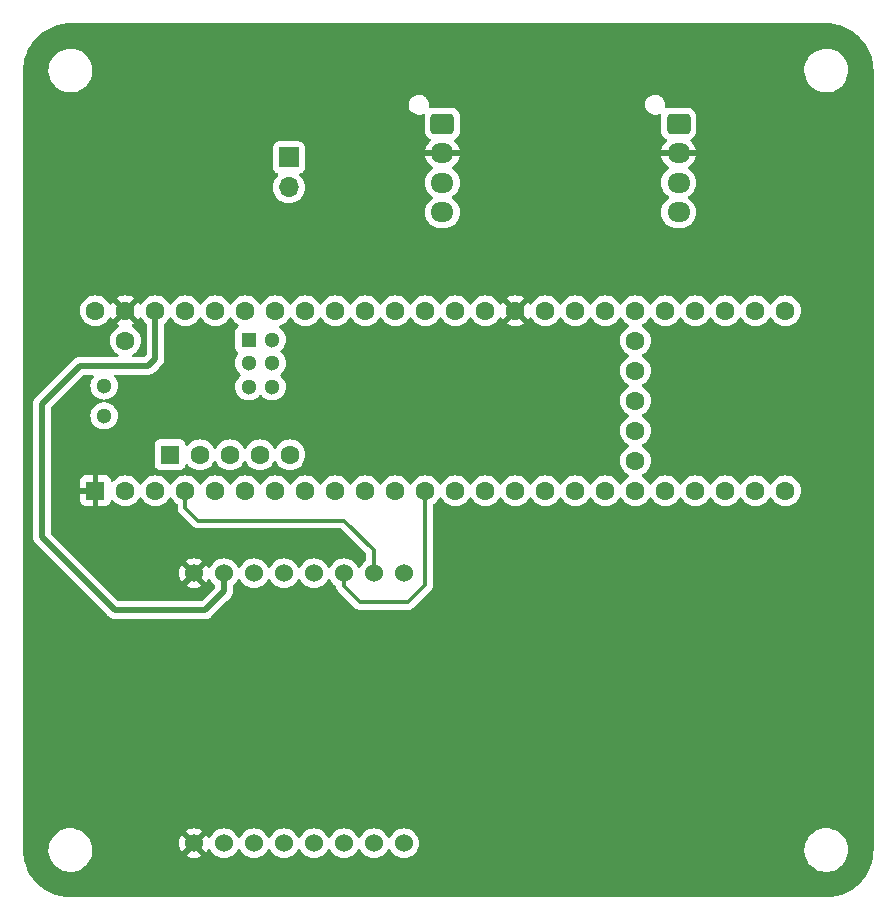
<source format=gbr>
%TF.GenerationSoftware,KiCad,Pcbnew,7.0.8*%
%TF.CreationDate,2024-01-21T00:30:14-07:00*%
%TF.ProjectId,telemetry,74656c65-6d65-4747-9279-2e6b69636164,v1*%
%TF.SameCoordinates,Original*%
%TF.FileFunction,Copper,L2,Bot*%
%TF.FilePolarity,Positive*%
%FSLAX46Y46*%
G04 Gerber Fmt 4.6, Leading zero omitted, Abs format (unit mm)*
G04 Created by KiCad (PCBNEW 7.0.8) date 2024-01-21 00:30:14*
%MOMM*%
%LPD*%
G01*
G04 APERTURE LIST*
G04 Aperture macros list*
%AMRoundRect*
0 Rectangle with rounded corners*
0 $1 Rounding radius*
0 $2 $3 $4 $5 $6 $7 $8 $9 X,Y pos of 4 corners*
0 Add a 4 corners polygon primitive as box body*
4,1,4,$2,$3,$4,$5,$6,$7,$8,$9,$2,$3,0*
0 Add four circle primitives for the rounded corners*
1,1,$1+$1,$2,$3*
1,1,$1+$1,$4,$5*
1,1,$1+$1,$6,$7*
1,1,$1+$1,$8,$9*
0 Add four rect primitives between the rounded corners*
20,1,$1+$1,$2,$3,$4,$5,0*
20,1,$1+$1,$4,$5,$6,$7,0*
20,1,$1+$1,$6,$7,$8,$9,0*
20,1,$1+$1,$8,$9,$2,$3,0*%
G04 Aperture macros list end*
%TA.AperFunction,ComponentPad*%
%ADD10RoundRect,0.250000X-0.725000X0.600000X-0.725000X-0.600000X0.725000X-0.600000X0.725000X0.600000X0*%
%TD*%
%TA.AperFunction,ComponentPad*%
%ADD11O,1.950000X1.700000*%
%TD*%
%TA.AperFunction,ComponentPad*%
%ADD12R,1.700000X1.700000*%
%TD*%
%TA.AperFunction,ComponentPad*%
%ADD13O,1.700000X1.700000*%
%TD*%
%TA.AperFunction,ComponentPad*%
%ADD14C,1.524000*%
%TD*%
%TA.AperFunction,ComponentPad*%
%ADD15R,1.600000X1.600000*%
%TD*%
%TA.AperFunction,ComponentPad*%
%ADD16C,1.600000*%
%TD*%
%TA.AperFunction,ComponentPad*%
%ADD17R,1.300000X1.300000*%
%TD*%
%TA.AperFunction,ComponentPad*%
%ADD18C,1.300000*%
%TD*%
%TA.AperFunction,ViaPad*%
%ADD19C,0.700000*%
%TD*%
%TA.AperFunction,Conductor*%
%ADD20C,0.500000*%
%TD*%
%TA.AperFunction,Conductor*%
%ADD21C,0.300000*%
%TD*%
G04 APERTURE END LIST*
D10*
%TO.P,J1,1,Pin_1*%
%TO.N,+5V*%
X158500000Y-67500000D03*
D11*
%TO.P,J1,2,Pin_2*%
%TO.N,GND*%
X158500000Y-70000000D03*
%TO.P,J1,3,Pin_3*%
%TO.N,/CANH*%
X158500000Y-72500000D03*
%TO.P,J1,4,Pin_4*%
%TO.N,/CANL*%
X158500000Y-75000000D03*
%TD*%
D10*
%TO.P,J2,1,Pin_1*%
%TO.N,+5V*%
X138500000Y-67500000D03*
D11*
%TO.P,J2,2,Pin_2*%
%TO.N,GND*%
X138500000Y-70000000D03*
%TO.P,J2,3,Pin_3*%
%TO.N,/CANH*%
X138500000Y-72500000D03*
%TO.P,J2,4,Pin_4*%
%TO.N,/CANL*%
X138500000Y-75000000D03*
%TD*%
D12*
%TO.P,JP1,1,A*%
%TO.N,/CANH*%
X125500000Y-70360000D03*
D13*
%TO.P,JP1,2,B*%
%TO.N,Net-(JP1-B)*%
X125500000Y-72900000D03*
%TD*%
D14*
%TO.P,U3,1,NC*%
%TO.N,unconnected-(U3-NC-Pad1)*%
X135247500Y-105570000D03*
%TO.P,U3,2,CE*%
%TO.N,/CE*%
X132707500Y-105570000D03*
%TO.P,U3,3,CS*%
%TO.N,/CS*%
X130167500Y-105570000D03*
%TO.P,U3,4,SCK*%
%TO.N,/SCK*%
X127627500Y-105570000D03*
%TO.P,U3,5,SDO*%
%TO.N,/MISO*%
X125087500Y-105570000D03*
%TO.P,U3,6,SDI*%
%TO.N,/MOSI*%
X122547500Y-105570000D03*
%TO.P,U3,7,3V3*%
%TO.N,+3.3V*%
X120007500Y-105570000D03*
%TO.P,U3,8,GND*%
%TO.N,GND*%
X117467500Y-105570000D03*
%TO.P,U3,9,GND*%
X117467500Y-128430000D03*
%TO.P,U3,10,NC*%
%TO.N,unconnected-(U3-NC-Pad10)*%
X120007500Y-128430000D03*
%TO.P,U3,11,NC*%
%TO.N,unconnected-(U3-NC-Pad11)*%
X122547500Y-128430000D03*
%TO.P,U3,12,NC*%
%TO.N,unconnected-(U3-NC-Pad12)*%
X125087500Y-128430000D03*
%TO.P,U3,13,NC*%
%TO.N,unconnected-(U3-NC-Pad13)*%
X127627500Y-128430000D03*
%TO.P,U3,14,NC*%
%TO.N,unconnected-(U3-NC-Pad14)*%
X130167500Y-128430000D03*
%TO.P,U3,15,INT*%
%TO.N,unconnected-(U3-INT-Pad15)*%
X132707500Y-128430000D03*
%TO.P,U3,16,NC*%
%TO.N,unconnected-(U3-NC-Pad16)*%
X135247500Y-128430000D03*
%TD*%
D15*
%TO.P,U1,1,GND*%
%TO.N,GND*%
X109125000Y-98580000D03*
D16*
%TO.P,U1,2,0_RX1_CRX2_CS1*%
%TO.N,unconnected-(U1-0_RX1_CRX2_CS1-Pad2)*%
X111665000Y-98580000D03*
%TO.P,U1,3,1_TX1_CTX2_MISO1*%
%TO.N,unconnected-(U1-1_TX1_CTX2_MISO1-Pad3)*%
X114205000Y-98580000D03*
%TO.P,U1,4,2_OUT2*%
%TO.N,/CE*%
X116745000Y-98580000D03*
%TO.P,U1,5,3_LRCLK2*%
%TO.N,unconnected-(U1-3_LRCLK2-Pad5)*%
X119285000Y-98580000D03*
%TO.P,U1,6,4_BCLK2*%
%TO.N,unconnected-(U1-4_BCLK2-Pad6)*%
X121825000Y-98580000D03*
%TO.P,U1,7,5_IN2*%
%TO.N,unconnected-(U1-5_IN2-Pad7)*%
X124365000Y-98580000D03*
%TO.P,U1,8,6_OUT1D*%
%TO.N,unconnected-(U1-6_OUT1D-Pad8)*%
X126905000Y-98580000D03*
%TO.P,U1,9,7_RX2_OUT1A*%
%TO.N,unconnected-(U1-7_RX2_OUT1A-Pad9)*%
X129445000Y-98580000D03*
%TO.P,U1,10,8_TX2_IN1*%
%TO.N,unconnected-(U1-8_TX2_IN1-Pad10)*%
X131985000Y-98580000D03*
%TO.P,U1,11,9_OUT1C*%
%TO.N,unconnected-(U1-9_OUT1C-Pad11)*%
X134525000Y-98580000D03*
%TO.P,U1,12,10_CS_MQSR*%
%TO.N,/CS*%
X137065000Y-98580000D03*
%TO.P,U1,13,11_MOSI_CTX1*%
%TO.N,/MOSI*%
X139605000Y-98580000D03*
%TO.P,U1,14,12_MISO_MQSL*%
%TO.N,/MISO*%
X142145000Y-98580000D03*
%TO.P,U1,15,3V3*%
%TO.N,unconnected-(U1-3V3-Pad15)*%
X144685000Y-98580000D03*
%TO.P,U1,16,24_A10_TX6_SCL2*%
%TO.N,unconnected-(U1-24_A10_TX6_SCL2-Pad16)*%
X147225000Y-98580000D03*
%TO.P,U1,17,25_A11_RX6_SDA2*%
%TO.N,unconnected-(U1-25_A11_RX6_SDA2-Pad17)*%
X149765000Y-98580000D03*
%TO.P,U1,18,26_A12_MOSI1*%
%TO.N,unconnected-(U1-26_A12_MOSI1-Pad18)*%
X152305000Y-98580000D03*
%TO.P,U1,19,27_A13_SCK1*%
%TO.N,unconnected-(U1-27_A13_SCK1-Pad19)*%
X154845000Y-98580000D03*
%TO.P,U1,20,28_RX7*%
%TO.N,unconnected-(U1-28_RX7-Pad20)*%
X157385000Y-98580000D03*
%TO.P,U1,21,29_TX7*%
%TO.N,unconnected-(U1-29_TX7-Pad21)*%
X159925000Y-98580000D03*
%TO.P,U1,22,30_CRX3*%
%TO.N,unconnected-(U1-30_CRX3-Pad22)*%
X162465000Y-98580000D03*
%TO.P,U1,23,31_CTX3*%
%TO.N,unconnected-(U1-31_CTX3-Pad23)*%
X165005000Y-98580000D03*
%TO.P,U1,24,32_OUT1B*%
%TO.N,unconnected-(U1-32_OUT1B-Pad24)*%
X167545000Y-98580000D03*
%TO.P,U1,25,33_MCLK2*%
%TO.N,unconnected-(U1-33_MCLK2-Pad25)*%
X167545000Y-83340000D03*
%TO.P,U1,26,34_RX8*%
%TO.N,unconnected-(U1-34_RX8-Pad26)*%
X165005000Y-83340000D03*
%TO.P,U1,27,35_TX8*%
%TO.N,unconnected-(U1-35_TX8-Pad27)*%
X162465000Y-83340000D03*
%TO.P,U1,28,36_CS*%
%TO.N,unconnected-(U1-36_CS-Pad28)*%
X159925000Y-83340000D03*
%TO.P,U1,29,37_CS*%
%TO.N,unconnected-(U1-37_CS-Pad29)*%
X157385000Y-83340000D03*
%TO.P,U1,30,38_CS1_IN1*%
%TO.N,unconnected-(U1-38_CS1_IN1-Pad30)*%
X154845000Y-83340000D03*
%TO.P,U1,31,39_MISO1_OUT1A*%
%TO.N,unconnected-(U1-39_MISO1_OUT1A-Pad31)*%
X152305000Y-83340000D03*
%TO.P,U1,32,40_A16*%
%TO.N,unconnected-(U1-40_A16-Pad32)*%
X149765000Y-83340000D03*
%TO.P,U1,33,41_A17*%
%TO.N,unconnected-(U1-41_A17-Pad33)*%
X147225000Y-83340000D03*
%TO.P,U1,34,GND*%
%TO.N,GND*%
X144685000Y-83340000D03*
%TO.P,U1,35,13_SCK_LED*%
%TO.N,/SCK*%
X142145000Y-83340000D03*
%TO.P,U1,36,14_A0_TX3_SPDIF_OUT*%
%TO.N,/USER_LED*%
X139605000Y-83340000D03*
%TO.P,U1,37,15_A1_RX3_SPDIF_IN*%
%TO.N,unconnected-(U1-15_A1_RX3_SPDIF_IN-Pad37)*%
X137065000Y-83340000D03*
%TO.P,U1,38,16_A2_RX4_SCL1*%
%TO.N,unconnected-(U1-16_A2_RX4_SCL1-Pad38)*%
X134525000Y-83340000D03*
%TO.P,U1,39,17_A3_TX4_SDA1*%
%TO.N,unconnected-(U1-17_A3_TX4_SDA1-Pad39)*%
X131985000Y-83340000D03*
%TO.P,U1,40,18_A4_SDA*%
%TO.N,unconnected-(U1-18_A4_SDA-Pad40)*%
X129445000Y-83340000D03*
%TO.P,U1,41,19_A5_SCL*%
%TO.N,unconnected-(U1-19_A5_SCL-Pad41)*%
X126905000Y-83340000D03*
%TO.P,U1,42,20_A6_TX5_LRCLK1*%
%TO.N,unconnected-(U1-20_A6_TX5_LRCLK1-Pad42)*%
X124365000Y-83340000D03*
%TO.P,U1,43,21_A7_RX5_BCLK1*%
%TO.N,unconnected-(U1-21_A7_RX5_BCLK1-Pad43)*%
X121825000Y-83340000D03*
%TO.P,U1,44,22_A8_CTX1*%
%TO.N,/CTX1*%
X119285000Y-83340000D03*
%TO.P,U1,45,23_A9_CRX1_MCLK1*%
%TO.N,/CRX1*%
X116745000Y-83340000D03*
%TO.P,U1,46,3V3*%
%TO.N,+3.3V*%
X114205000Y-83340000D03*
%TO.P,U1,47,GND*%
%TO.N,GND*%
X111665000Y-83340000D03*
%TO.P,U1,48,VIN*%
%TO.N,+5V*%
X109125000Y-83340000D03*
%TO.P,U1,49,VUSB*%
%TO.N,unconnected-(U1-VUSB-Pad49)*%
X111665000Y-85880000D03*
%TO.P,U1,50,VBAT*%
%TO.N,unconnected-(U1-VBAT-Pad50)*%
X154845000Y-96040000D03*
%TO.P,U1,51,3V3*%
%TO.N,unconnected-(U1-3V3-Pad51)*%
X154845000Y-93500000D03*
%TO.P,U1,52,GND*%
%TO.N,unconnected-(U1-GND-Pad52)*%
X154845000Y-90960000D03*
%TO.P,U1,53,PROGRAM*%
%TO.N,unconnected-(U1-PROGRAM-Pad53)*%
X154845000Y-88420000D03*
%TO.P,U1,54,ON_OFF*%
%TO.N,unconnected-(U1-ON_OFF-Pad54)*%
X154845000Y-85880000D03*
D15*
%TO.P,U1,55,5V*%
%TO.N,unconnected-(U1-5V-Pad55)*%
X115424200Y-95529200D03*
D16*
%TO.P,U1,56,D-*%
%TO.N,unconnected-(U1-D--Pad56)*%
X117964200Y-95529200D03*
%TO.P,U1,57,D+*%
%TO.N,unconnected-(U1-D+-Pad57)*%
X120504200Y-95529200D03*
%TO.P,U1,58,GND*%
%TO.N,unconnected-(U1-GND-Pad58)*%
X123044200Y-95529200D03*
%TO.P,U1,59,GND*%
%TO.N,unconnected-(U1-GND-Pad59)*%
X125584200Y-95529200D03*
D17*
%TO.P,U1,60,R+*%
%TO.N,unconnected-(U1-R+-Pad60)*%
X122095000Y-85778400D03*
D18*
%TO.P,U1,61,LED*%
%TO.N,unconnected-(U1-LED-Pad61)*%
X122095000Y-87778400D03*
%TO.P,U1,62,T-*%
%TO.N,unconnected-(U1-T--Pad62)*%
X122095000Y-89778400D03*
%TO.P,U1,63,T+*%
%TO.N,unconnected-(U1-T+-Pad63)*%
X124095000Y-89778400D03*
%TO.P,U1,64,GND*%
%TO.N,unconnected-(U1-GND-Pad64)*%
X124095000Y-87778400D03*
%TO.P,U1,65,R-*%
%TO.N,unconnected-(U1-R--Pad65)*%
X124095000Y-85778400D03*
%TO.P,U1,66,D-*%
%TO.N,unconnected-(U1-D--Pad66)*%
X109855000Y-89690000D03*
%TO.P,U1,67,D+*%
%TO.N,unconnected-(U1-D+-Pad67)*%
X109855000Y-92230000D03*
%TD*%
D19*
%TO.N,GND*%
X118700000Y-68400000D03*
X128100000Y-73800000D03*
X117400000Y-74000000D03*
X170100000Y-68300000D03*
%TD*%
D20*
%TO.N,+3.3V*%
X114205000Y-87395000D02*
X113600000Y-88000000D01*
X118400000Y-108700000D02*
X120007500Y-107092500D01*
X104600000Y-102500000D02*
X110800000Y-108700000D01*
X104600000Y-91200000D02*
X104600000Y-102500000D01*
X107800000Y-88000000D02*
X104600000Y-91200000D01*
X113600000Y-88000000D02*
X107800000Y-88000000D01*
X120007500Y-107092500D02*
X120007500Y-105570000D01*
X110800000Y-108700000D02*
X118400000Y-108700000D01*
X114205000Y-83340000D02*
X114205000Y-87395000D01*
D21*
%TO.N,/CE*%
X132707500Y-103607500D02*
X130200000Y-101100000D01*
X132707500Y-105570000D02*
X132707500Y-103607500D01*
X130200000Y-101100000D02*
X117800000Y-101100000D01*
X116745000Y-100045000D02*
X116745000Y-98580000D01*
X117800000Y-101100000D02*
X116745000Y-100045000D01*
%TO.N,/CS*%
X131500000Y-108000000D02*
X130167500Y-106667500D01*
X135600000Y-108000000D02*
X131500000Y-108000000D01*
X137065000Y-98580000D02*
X137065000Y-106535000D01*
X130167500Y-106667500D02*
X130167500Y-105570000D01*
X137065000Y-106535000D02*
X135600000Y-108000000D01*
%TD*%
%TA.AperFunction,Conductor*%
%TO.N,GND*%
G36*
X145764025Y-84065472D02*
G01*
X145815133Y-83992482D01*
X145842341Y-83934135D01*
X145888513Y-83881696D01*
X145955707Y-83862543D01*
X146022588Y-83882758D01*
X146067105Y-83934132D01*
X146094432Y-83992734D01*
X146145363Y-84065471D01*
X146224954Y-84179141D01*
X146385858Y-84340045D01*
X146385861Y-84340047D01*
X146572266Y-84470568D01*
X146778504Y-84566739D01*
X146998308Y-84625635D01*
X147160230Y-84639801D01*
X147224998Y-84645468D01*
X147225000Y-84645468D01*
X147225002Y-84645468D01*
X147281673Y-84640509D01*
X147451692Y-84625635D01*
X147671496Y-84566739D01*
X147877734Y-84470568D01*
X148064139Y-84340047D01*
X148225047Y-84179139D01*
X148355568Y-83992734D01*
X148382618Y-83934724D01*
X148428790Y-83882285D01*
X148495983Y-83863133D01*
X148562865Y-83883348D01*
X148607382Y-83934725D01*
X148634429Y-83992728D01*
X148634432Y-83992734D01*
X148764954Y-84179141D01*
X148925858Y-84340045D01*
X148925861Y-84340047D01*
X149112266Y-84470568D01*
X149318504Y-84566739D01*
X149538308Y-84625635D01*
X149700230Y-84639801D01*
X149764998Y-84645468D01*
X149765000Y-84645468D01*
X149765002Y-84645468D01*
X149821673Y-84640509D01*
X149991692Y-84625635D01*
X150211496Y-84566739D01*
X150417734Y-84470568D01*
X150604139Y-84340047D01*
X150765047Y-84179139D01*
X150895568Y-83992734D01*
X150922618Y-83934724D01*
X150968790Y-83882285D01*
X151035983Y-83863133D01*
X151102865Y-83883348D01*
X151147382Y-83934725D01*
X151174429Y-83992728D01*
X151174432Y-83992734D01*
X151304954Y-84179141D01*
X151465858Y-84340045D01*
X151465861Y-84340047D01*
X151652266Y-84470568D01*
X151858504Y-84566739D01*
X152078308Y-84625635D01*
X152240230Y-84639801D01*
X152304998Y-84645468D01*
X152305000Y-84645468D01*
X152305002Y-84645468D01*
X152361673Y-84640509D01*
X152531692Y-84625635D01*
X152751496Y-84566739D01*
X152957734Y-84470568D01*
X153144139Y-84340047D01*
X153305047Y-84179139D01*
X153435568Y-83992734D01*
X153462618Y-83934724D01*
X153508790Y-83882285D01*
X153575983Y-83863133D01*
X153642865Y-83883348D01*
X153687382Y-83934725D01*
X153714429Y-83992728D01*
X153714432Y-83992734D01*
X153844954Y-84179141D01*
X154005858Y-84340045D01*
X154005861Y-84340047D01*
X154192266Y-84470568D01*
X154249681Y-84497341D01*
X154250275Y-84497618D01*
X154302714Y-84543791D01*
X154321866Y-84610984D01*
X154301650Y-84677865D01*
X154250275Y-84722382D01*
X154192267Y-84749431D01*
X154192265Y-84749432D01*
X154005858Y-84879954D01*
X153844954Y-85040858D01*
X153714432Y-85227265D01*
X153714431Y-85227267D01*
X153618261Y-85433502D01*
X153618258Y-85433511D01*
X153559366Y-85653302D01*
X153559364Y-85653313D01*
X153539532Y-85879998D01*
X153539532Y-85880001D01*
X153559364Y-86106686D01*
X153559366Y-86106697D01*
X153618258Y-86326488D01*
X153618261Y-86326497D01*
X153714431Y-86532732D01*
X153714432Y-86532734D01*
X153844954Y-86719141D01*
X154005858Y-86880045D01*
X154005861Y-86880047D01*
X154192266Y-87010568D01*
X154247056Y-87036117D01*
X154250275Y-87037618D01*
X154302714Y-87083791D01*
X154321866Y-87150984D01*
X154301650Y-87217865D01*
X154250275Y-87262381D01*
X154245177Y-87264759D01*
X154192267Y-87289431D01*
X154192265Y-87289432D01*
X154005858Y-87419954D01*
X153844954Y-87580858D01*
X153714432Y-87767265D01*
X153714431Y-87767267D01*
X153618261Y-87973502D01*
X153618258Y-87973511D01*
X153559366Y-88193302D01*
X153559364Y-88193313D01*
X153539532Y-88419998D01*
X153539532Y-88420001D01*
X153559364Y-88646686D01*
X153559366Y-88646697D01*
X153618258Y-88866488D01*
X153618261Y-88866497D01*
X153714431Y-89072732D01*
X153714432Y-89072734D01*
X153844954Y-89259141D01*
X154005858Y-89420045D01*
X154005861Y-89420047D01*
X154192266Y-89550568D01*
X154250275Y-89577618D01*
X154302714Y-89623791D01*
X154321866Y-89690984D01*
X154301650Y-89757865D01*
X154250275Y-89802382D01*
X154192267Y-89829431D01*
X154192265Y-89829432D01*
X154005858Y-89959954D01*
X153844954Y-90120858D01*
X153714432Y-90307265D01*
X153714431Y-90307267D01*
X153618261Y-90513502D01*
X153618258Y-90513511D01*
X153559366Y-90733302D01*
X153559364Y-90733313D01*
X153539532Y-90959998D01*
X153539532Y-90960001D01*
X153559364Y-91186686D01*
X153559366Y-91186697D01*
X153618258Y-91406488D01*
X153618261Y-91406497D01*
X153714431Y-91612732D01*
X153714432Y-91612734D01*
X153844954Y-91799141D01*
X154005858Y-91960045D01*
X154005861Y-91960047D01*
X154192266Y-92090568D01*
X154250275Y-92117618D01*
X154302714Y-92163791D01*
X154321866Y-92230984D01*
X154301650Y-92297865D01*
X154250275Y-92342382D01*
X154192267Y-92369431D01*
X154192265Y-92369432D01*
X154005858Y-92499954D01*
X153844954Y-92660858D01*
X153714432Y-92847265D01*
X153714431Y-92847267D01*
X153618261Y-93053502D01*
X153618258Y-93053511D01*
X153559366Y-93273302D01*
X153559364Y-93273313D01*
X153539532Y-93499998D01*
X153539532Y-93500001D01*
X153559364Y-93726686D01*
X153559366Y-93726697D01*
X153618258Y-93946488D01*
X153618261Y-93946497D01*
X153714431Y-94152732D01*
X153714432Y-94152734D01*
X153844954Y-94339141D01*
X154005858Y-94500045D01*
X154005861Y-94500047D01*
X154192266Y-94630568D01*
X154250275Y-94657618D01*
X154302714Y-94703791D01*
X154321866Y-94770984D01*
X154301650Y-94837865D01*
X154250275Y-94882382D01*
X154192267Y-94909431D01*
X154192265Y-94909432D01*
X154005858Y-95039954D01*
X153844954Y-95200858D01*
X153714432Y-95387265D01*
X153714431Y-95387267D01*
X153618261Y-95593502D01*
X153618258Y-95593511D01*
X153559366Y-95813302D01*
X153559364Y-95813313D01*
X153539532Y-96039998D01*
X153539532Y-96040001D01*
X153559364Y-96266686D01*
X153559366Y-96266697D01*
X153618258Y-96486488D01*
X153618261Y-96486497D01*
X153714431Y-96692732D01*
X153714432Y-96692734D01*
X153844954Y-96879141D01*
X154005858Y-97040045D01*
X154005861Y-97040047D01*
X154192266Y-97170568D01*
X154250275Y-97197618D01*
X154302714Y-97243791D01*
X154321866Y-97310984D01*
X154301650Y-97377865D01*
X154250275Y-97422381D01*
X154233272Y-97430310D01*
X154192267Y-97449431D01*
X154192265Y-97449432D01*
X154005858Y-97579954D01*
X153844954Y-97740858D01*
X153714432Y-97927265D01*
X153714431Y-97927267D01*
X153687382Y-97985275D01*
X153641209Y-98037714D01*
X153574016Y-98056866D01*
X153507135Y-98036650D01*
X153462618Y-97985275D01*
X153435568Y-97927267D01*
X153435567Y-97927265D01*
X153305045Y-97740858D01*
X153144141Y-97579954D01*
X152957734Y-97449432D01*
X152957732Y-97449431D01*
X152751497Y-97353261D01*
X152751488Y-97353258D01*
X152531697Y-97294366D01*
X152531693Y-97294365D01*
X152531692Y-97294365D01*
X152531691Y-97294364D01*
X152531686Y-97294364D01*
X152305002Y-97274532D01*
X152304998Y-97274532D01*
X152078313Y-97294364D01*
X152078302Y-97294366D01*
X151858511Y-97353258D01*
X151858502Y-97353261D01*
X151652267Y-97449431D01*
X151652265Y-97449432D01*
X151465858Y-97579954D01*
X151304954Y-97740858D01*
X151174432Y-97927265D01*
X151174431Y-97927267D01*
X151147382Y-97985275D01*
X151101209Y-98037714D01*
X151034016Y-98056866D01*
X150967135Y-98036650D01*
X150922618Y-97985275D01*
X150895568Y-97927267D01*
X150895567Y-97927265D01*
X150765045Y-97740858D01*
X150604141Y-97579954D01*
X150417734Y-97449432D01*
X150417732Y-97449431D01*
X150211497Y-97353261D01*
X150211488Y-97353258D01*
X149991697Y-97294366D01*
X149991693Y-97294365D01*
X149991692Y-97294365D01*
X149991691Y-97294364D01*
X149991686Y-97294364D01*
X149765002Y-97274532D01*
X149764998Y-97274532D01*
X149538313Y-97294364D01*
X149538302Y-97294366D01*
X149318511Y-97353258D01*
X149318502Y-97353261D01*
X149112267Y-97449431D01*
X149112265Y-97449432D01*
X148925858Y-97579954D01*
X148764954Y-97740858D01*
X148634432Y-97927265D01*
X148634431Y-97927267D01*
X148607382Y-97985275D01*
X148561209Y-98037714D01*
X148494016Y-98056866D01*
X148427135Y-98036650D01*
X148382618Y-97985275D01*
X148355568Y-97927267D01*
X148355567Y-97927265D01*
X148225045Y-97740858D01*
X148064141Y-97579954D01*
X147877734Y-97449432D01*
X147877732Y-97449431D01*
X147671497Y-97353261D01*
X147671488Y-97353258D01*
X147451697Y-97294366D01*
X147451693Y-97294365D01*
X147451692Y-97294365D01*
X147451691Y-97294364D01*
X147451686Y-97294364D01*
X147225002Y-97274532D01*
X147224998Y-97274532D01*
X146998313Y-97294364D01*
X146998302Y-97294366D01*
X146778511Y-97353258D01*
X146778502Y-97353261D01*
X146572267Y-97449431D01*
X146572265Y-97449432D01*
X146385858Y-97579954D01*
X146224954Y-97740858D01*
X146094432Y-97927265D01*
X146094431Y-97927267D01*
X146067382Y-97985275D01*
X146021209Y-98037714D01*
X145954016Y-98056866D01*
X145887135Y-98036650D01*
X145842618Y-97985275D01*
X145815568Y-97927267D01*
X145815567Y-97927265D01*
X145685045Y-97740858D01*
X145524141Y-97579954D01*
X145337734Y-97449432D01*
X145337732Y-97449431D01*
X145131497Y-97353261D01*
X145131488Y-97353258D01*
X144911697Y-97294366D01*
X144911693Y-97294365D01*
X144911692Y-97294365D01*
X144911691Y-97294364D01*
X144911686Y-97294364D01*
X144685002Y-97274532D01*
X144684998Y-97274532D01*
X144458313Y-97294364D01*
X144458302Y-97294366D01*
X144238511Y-97353258D01*
X144238502Y-97353261D01*
X144032267Y-97449431D01*
X144032265Y-97449432D01*
X143845858Y-97579954D01*
X143684954Y-97740858D01*
X143554432Y-97927265D01*
X143554431Y-97927267D01*
X143527382Y-97985275D01*
X143481209Y-98037714D01*
X143414016Y-98056866D01*
X143347135Y-98036650D01*
X143302618Y-97985275D01*
X143275568Y-97927267D01*
X143275567Y-97927265D01*
X143145045Y-97740858D01*
X142984141Y-97579954D01*
X142797734Y-97449432D01*
X142797732Y-97449431D01*
X142591497Y-97353261D01*
X142591488Y-97353258D01*
X142371697Y-97294366D01*
X142371693Y-97294365D01*
X142371692Y-97294365D01*
X142371691Y-97294364D01*
X142371686Y-97294364D01*
X142145002Y-97274532D01*
X142144998Y-97274532D01*
X141918313Y-97294364D01*
X141918302Y-97294366D01*
X141698511Y-97353258D01*
X141698502Y-97353261D01*
X141492267Y-97449431D01*
X141492265Y-97449432D01*
X141305858Y-97579954D01*
X141144954Y-97740858D01*
X141014432Y-97927265D01*
X141014431Y-97927267D01*
X140987382Y-97985275D01*
X140941209Y-98037714D01*
X140874016Y-98056866D01*
X140807135Y-98036650D01*
X140762618Y-97985275D01*
X140735568Y-97927267D01*
X140735567Y-97927265D01*
X140605045Y-97740858D01*
X140444141Y-97579954D01*
X140257734Y-97449432D01*
X140257732Y-97449431D01*
X140051497Y-97353261D01*
X140051488Y-97353258D01*
X139831697Y-97294366D01*
X139831693Y-97294365D01*
X139831692Y-97294365D01*
X139831691Y-97294364D01*
X139831686Y-97294364D01*
X139605002Y-97274532D01*
X139604998Y-97274532D01*
X139378313Y-97294364D01*
X139378302Y-97294366D01*
X139158511Y-97353258D01*
X139158502Y-97353261D01*
X138952267Y-97449431D01*
X138952265Y-97449432D01*
X138765858Y-97579954D01*
X138604954Y-97740858D01*
X138474432Y-97927265D01*
X138474431Y-97927267D01*
X138447382Y-97985275D01*
X138401209Y-98037714D01*
X138334016Y-98056866D01*
X138267135Y-98036650D01*
X138222618Y-97985275D01*
X138195568Y-97927267D01*
X138195567Y-97927265D01*
X138065045Y-97740858D01*
X137904141Y-97579954D01*
X137717734Y-97449432D01*
X137717732Y-97449431D01*
X137511497Y-97353261D01*
X137511488Y-97353258D01*
X137291697Y-97294366D01*
X137291693Y-97294365D01*
X137291692Y-97294365D01*
X137291691Y-97294364D01*
X137291686Y-97294364D01*
X137065002Y-97274532D01*
X137064998Y-97274532D01*
X136838313Y-97294364D01*
X136838302Y-97294366D01*
X136618511Y-97353258D01*
X136618502Y-97353261D01*
X136412267Y-97449431D01*
X136412265Y-97449432D01*
X136225858Y-97579954D01*
X136064954Y-97740858D01*
X135934432Y-97927265D01*
X135934431Y-97927267D01*
X135907382Y-97985275D01*
X135861209Y-98037714D01*
X135794016Y-98056866D01*
X135727135Y-98036650D01*
X135682618Y-97985275D01*
X135655568Y-97927267D01*
X135655567Y-97927265D01*
X135525045Y-97740858D01*
X135364141Y-97579954D01*
X135177734Y-97449432D01*
X135177732Y-97449431D01*
X134971497Y-97353261D01*
X134971488Y-97353258D01*
X134751697Y-97294366D01*
X134751693Y-97294365D01*
X134751692Y-97294365D01*
X134751691Y-97294364D01*
X134751686Y-97294364D01*
X134525002Y-97274532D01*
X134524998Y-97274532D01*
X134298313Y-97294364D01*
X134298302Y-97294366D01*
X134078511Y-97353258D01*
X134078502Y-97353261D01*
X133872267Y-97449431D01*
X133872265Y-97449432D01*
X133685858Y-97579954D01*
X133524954Y-97740858D01*
X133394432Y-97927265D01*
X133394431Y-97927267D01*
X133367382Y-97985275D01*
X133321209Y-98037714D01*
X133254016Y-98056866D01*
X133187135Y-98036650D01*
X133142618Y-97985275D01*
X133115568Y-97927267D01*
X133115567Y-97927265D01*
X132985045Y-97740858D01*
X132824141Y-97579954D01*
X132637734Y-97449432D01*
X132637732Y-97449431D01*
X132431497Y-97353261D01*
X132431488Y-97353258D01*
X132211697Y-97294366D01*
X132211693Y-97294365D01*
X132211692Y-97294365D01*
X132211691Y-97294364D01*
X132211686Y-97294364D01*
X131985002Y-97274532D01*
X131984998Y-97274532D01*
X131758313Y-97294364D01*
X131758302Y-97294366D01*
X131538511Y-97353258D01*
X131538502Y-97353261D01*
X131332267Y-97449431D01*
X131332265Y-97449432D01*
X131145858Y-97579954D01*
X130984954Y-97740858D01*
X130854432Y-97927265D01*
X130854431Y-97927267D01*
X130827382Y-97985275D01*
X130781209Y-98037714D01*
X130714016Y-98056866D01*
X130647135Y-98036650D01*
X130602618Y-97985275D01*
X130575568Y-97927267D01*
X130575567Y-97927265D01*
X130445045Y-97740858D01*
X130284141Y-97579954D01*
X130097734Y-97449432D01*
X130097732Y-97449431D01*
X129891497Y-97353261D01*
X129891488Y-97353258D01*
X129671697Y-97294366D01*
X129671693Y-97294365D01*
X129671692Y-97294365D01*
X129671691Y-97294364D01*
X129671686Y-97294364D01*
X129445002Y-97274532D01*
X129444998Y-97274532D01*
X129218313Y-97294364D01*
X129218302Y-97294366D01*
X128998511Y-97353258D01*
X128998502Y-97353261D01*
X128792267Y-97449431D01*
X128792265Y-97449432D01*
X128605858Y-97579954D01*
X128444954Y-97740858D01*
X128314432Y-97927265D01*
X128314431Y-97927267D01*
X128287382Y-97985275D01*
X128241209Y-98037714D01*
X128174016Y-98056866D01*
X128107135Y-98036650D01*
X128062618Y-97985275D01*
X128035568Y-97927267D01*
X128035567Y-97927265D01*
X127905045Y-97740858D01*
X127744141Y-97579954D01*
X127557734Y-97449432D01*
X127557732Y-97449431D01*
X127351497Y-97353261D01*
X127351488Y-97353258D01*
X127131697Y-97294366D01*
X127131693Y-97294365D01*
X127131692Y-97294365D01*
X127131691Y-97294364D01*
X127131686Y-97294364D01*
X126905002Y-97274532D01*
X126904998Y-97274532D01*
X126678313Y-97294364D01*
X126678302Y-97294366D01*
X126458511Y-97353258D01*
X126458502Y-97353261D01*
X126252267Y-97449431D01*
X126252265Y-97449432D01*
X126065858Y-97579954D01*
X125904954Y-97740858D01*
X125774432Y-97927265D01*
X125774431Y-97927267D01*
X125747382Y-97985275D01*
X125701209Y-98037714D01*
X125634016Y-98056866D01*
X125567135Y-98036650D01*
X125522618Y-97985275D01*
X125495568Y-97927267D01*
X125495567Y-97927265D01*
X125365045Y-97740858D01*
X125204141Y-97579954D01*
X125017734Y-97449432D01*
X125017732Y-97449431D01*
X124811497Y-97353261D01*
X124811488Y-97353258D01*
X124591697Y-97294366D01*
X124591693Y-97294365D01*
X124591692Y-97294365D01*
X124591691Y-97294364D01*
X124591686Y-97294364D01*
X124365002Y-97274532D01*
X124364998Y-97274532D01*
X124138313Y-97294364D01*
X124138302Y-97294366D01*
X123918511Y-97353258D01*
X123918502Y-97353261D01*
X123712267Y-97449431D01*
X123712265Y-97449432D01*
X123525858Y-97579954D01*
X123364954Y-97740858D01*
X123234432Y-97927265D01*
X123234431Y-97927267D01*
X123207382Y-97985275D01*
X123161209Y-98037714D01*
X123094016Y-98056866D01*
X123027135Y-98036650D01*
X122982618Y-97985275D01*
X122955568Y-97927267D01*
X122955567Y-97927265D01*
X122825045Y-97740858D01*
X122664141Y-97579954D01*
X122477734Y-97449432D01*
X122477732Y-97449431D01*
X122271497Y-97353261D01*
X122271488Y-97353258D01*
X122051697Y-97294366D01*
X122051693Y-97294365D01*
X122051692Y-97294365D01*
X122051691Y-97294364D01*
X122051686Y-97294364D01*
X121825002Y-97274532D01*
X121824998Y-97274532D01*
X121598313Y-97294364D01*
X121598302Y-97294366D01*
X121378511Y-97353258D01*
X121378502Y-97353261D01*
X121172267Y-97449431D01*
X121172265Y-97449432D01*
X120985858Y-97579954D01*
X120824954Y-97740858D01*
X120694432Y-97927265D01*
X120694431Y-97927267D01*
X120667382Y-97985275D01*
X120621209Y-98037714D01*
X120554016Y-98056866D01*
X120487135Y-98036650D01*
X120442618Y-97985275D01*
X120415568Y-97927267D01*
X120415567Y-97927265D01*
X120285045Y-97740858D01*
X120124141Y-97579954D01*
X119937734Y-97449432D01*
X119937732Y-97449431D01*
X119731497Y-97353261D01*
X119731488Y-97353258D01*
X119511697Y-97294366D01*
X119511693Y-97294365D01*
X119511692Y-97294365D01*
X119511691Y-97294364D01*
X119511686Y-97294364D01*
X119285002Y-97274532D01*
X119284998Y-97274532D01*
X119058313Y-97294364D01*
X119058302Y-97294366D01*
X118838511Y-97353258D01*
X118838502Y-97353261D01*
X118632267Y-97449431D01*
X118632265Y-97449432D01*
X118445858Y-97579954D01*
X118284954Y-97740858D01*
X118154432Y-97927265D01*
X118154431Y-97927267D01*
X118127382Y-97985275D01*
X118081209Y-98037714D01*
X118014016Y-98056866D01*
X117947135Y-98036650D01*
X117902618Y-97985275D01*
X117875568Y-97927267D01*
X117875567Y-97927265D01*
X117745045Y-97740858D01*
X117584141Y-97579954D01*
X117397734Y-97449432D01*
X117397732Y-97449431D01*
X117191497Y-97353261D01*
X117191488Y-97353258D01*
X116971697Y-97294366D01*
X116971693Y-97294365D01*
X116971692Y-97294365D01*
X116971691Y-97294364D01*
X116971686Y-97294364D01*
X116745002Y-97274532D01*
X116744998Y-97274532D01*
X116518313Y-97294364D01*
X116518302Y-97294366D01*
X116298511Y-97353258D01*
X116298502Y-97353261D01*
X116092267Y-97449431D01*
X116092265Y-97449432D01*
X115905858Y-97579954D01*
X115744954Y-97740858D01*
X115614432Y-97927265D01*
X115614431Y-97927267D01*
X115587382Y-97985275D01*
X115541209Y-98037714D01*
X115474016Y-98056866D01*
X115407135Y-98036650D01*
X115362618Y-97985275D01*
X115335568Y-97927267D01*
X115335567Y-97927265D01*
X115205045Y-97740858D01*
X115044141Y-97579954D01*
X114857734Y-97449432D01*
X114857732Y-97449431D01*
X114651497Y-97353261D01*
X114651488Y-97353258D01*
X114431697Y-97294366D01*
X114431693Y-97294365D01*
X114431692Y-97294365D01*
X114431691Y-97294364D01*
X114431686Y-97294364D01*
X114205002Y-97274532D01*
X114204998Y-97274532D01*
X113978313Y-97294364D01*
X113978302Y-97294366D01*
X113758511Y-97353258D01*
X113758502Y-97353261D01*
X113552267Y-97449431D01*
X113552265Y-97449432D01*
X113365858Y-97579954D01*
X113204954Y-97740858D01*
X113074432Y-97927265D01*
X113074431Y-97927267D01*
X113047382Y-97985275D01*
X113001209Y-98037714D01*
X112934016Y-98056866D01*
X112867135Y-98036650D01*
X112822618Y-97985275D01*
X112795568Y-97927267D01*
X112795567Y-97927265D01*
X112665045Y-97740858D01*
X112504141Y-97579954D01*
X112317734Y-97449432D01*
X112317732Y-97449431D01*
X112111497Y-97353261D01*
X112111488Y-97353258D01*
X111891697Y-97294366D01*
X111891693Y-97294365D01*
X111891692Y-97294365D01*
X111891691Y-97294364D01*
X111891686Y-97294364D01*
X111665002Y-97274532D01*
X111664998Y-97274532D01*
X111438313Y-97294364D01*
X111438302Y-97294366D01*
X111218511Y-97353258D01*
X111218502Y-97353261D01*
X111012267Y-97449431D01*
X111012265Y-97449432D01*
X110825858Y-97579954D01*
X110664951Y-97740861D01*
X110647287Y-97766088D01*
X110592710Y-97809712D01*
X110523211Y-97816904D01*
X110460857Y-97785380D01*
X110425445Y-97725150D01*
X110422425Y-97708218D01*
X110418598Y-97672627D01*
X110418596Y-97672620D01*
X110368354Y-97537913D01*
X110368350Y-97537906D01*
X110282190Y-97422812D01*
X110282187Y-97422809D01*
X110167093Y-97336649D01*
X110167086Y-97336645D01*
X110032379Y-97286403D01*
X110032372Y-97286401D01*
X109972844Y-97280000D01*
X109375000Y-97280000D01*
X109375000Y-98088316D01*
X109346181Y-98070791D01*
X109200596Y-98030000D01*
X109087378Y-98030000D01*
X108975217Y-98045416D01*
X108875000Y-98088946D01*
X108875000Y-97280000D01*
X108277155Y-97280000D01*
X108217627Y-97286401D01*
X108217620Y-97286403D01*
X108082913Y-97336645D01*
X108082906Y-97336649D01*
X107967812Y-97422809D01*
X107967809Y-97422812D01*
X107881649Y-97537906D01*
X107881645Y-97537913D01*
X107831403Y-97672620D01*
X107831401Y-97672627D01*
X107825000Y-97732155D01*
X107825000Y-98330000D01*
X108630148Y-98330000D01*
X108581441Y-98467047D01*
X108571123Y-98617886D01*
X108601884Y-98765915D01*
X108635090Y-98830000D01*
X107825000Y-98830000D01*
X107825000Y-99427844D01*
X107831401Y-99487372D01*
X107831403Y-99487379D01*
X107881645Y-99622086D01*
X107881649Y-99622093D01*
X107967809Y-99737187D01*
X107967812Y-99737190D01*
X108082906Y-99823350D01*
X108082913Y-99823354D01*
X108217620Y-99873596D01*
X108217627Y-99873598D01*
X108277155Y-99879999D01*
X108277172Y-99880000D01*
X108875000Y-99880000D01*
X108875000Y-99071683D01*
X108903819Y-99089209D01*
X109049404Y-99130000D01*
X109162622Y-99130000D01*
X109274783Y-99114584D01*
X109375000Y-99071053D01*
X109375000Y-99880000D01*
X109972828Y-99880000D01*
X109972844Y-99879999D01*
X110032372Y-99873598D01*
X110032379Y-99873596D01*
X110167086Y-99823354D01*
X110167093Y-99823350D01*
X110282187Y-99737190D01*
X110282190Y-99737187D01*
X110368350Y-99622093D01*
X110368354Y-99622086D01*
X110418596Y-99487380D01*
X110422424Y-99451781D01*
X110449162Y-99387230D01*
X110506555Y-99347382D01*
X110576380Y-99344888D01*
X110636469Y-99380540D01*
X110647289Y-99393912D01*
X110664956Y-99419143D01*
X110825858Y-99580045D01*
X110825861Y-99580047D01*
X111012266Y-99710568D01*
X111218504Y-99806739D01*
X111438308Y-99865635D01*
X111600230Y-99879801D01*
X111664998Y-99885468D01*
X111665000Y-99885468D01*
X111665002Y-99885468D01*
X111727511Y-99879999D01*
X111891692Y-99865635D01*
X112111496Y-99806739D01*
X112317734Y-99710568D01*
X112504139Y-99580047D01*
X112665047Y-99419139D01*
X112795568Y-99232734D01*
X112822618Y-99174724D01*
X112868790Y-99122285D01*
X112935983Y-99103133D01*
X113002865Y-99123348D01*
X113047382Y-99174725D01*
X113074429Y-99232728D01*
X113074432Y-99232734D01*
X113204954Y-99419141D01*
X113365858Y-99580045D01*
X113365861Y-99580047D01*
X113552266Y-99710568D01*
X113758504Y-99806739D01*
X113978308Y-99865635D01*
X114140230Y-99879801D01*
X114204998Y-99885468D01*
X114205000Y-99885468D01*
X114205002Y-99885468D01*
X114267511Y-99879999D01*
X114431692Y-99865635D01*
X114651496Y-99806739D01*
X114857734Y-99710568D01*
X115044139Y-99580047D01*
X115205047Y-99419139D01*
X115335568Y-99232734D01*
X115362618Y-99174724D01*
X115408790Y-99122285D01*
X115475983Y-99103133D01*
X115542865Y-99123348D01*
X115587382Y-99174725D01*
X115614429Y-99232728D01*
X115614432Y-99232734D01*
X115744954Y-99419141D01*
X115905855Y-99580042D01*
X115905858Y-99580044D01*
X115905861Y-99580047D01*
X116041626Y-99675109D01*
X116085248Y-99729683D01*
X116094500Y-99776682D01*
X116094500Y-99959494D01*
X116092732Y-99975505D01*
X116092974Y-99975528D01*
X116092240Y-99983294D01*
X116094500Y-100055203D01*
X116094500Y-100085920D01*
X116094501Y-100085940D01*
X116095418Y-100093206D01*
X116095876Y-100099024D01*
X116097402Y-100147567D01*
X116097403Y-100147570D01*
X116103323Y-100167948D01*
X116107268Y-100186996D01*
X116109928Y-100208054D01*
X116109931Y-100208064D01*
X116127813Y-100253230D01*
X116129705Y-100258758D01*
X116143254Y-100305395D01*
X116143255Y-100305397D01*
X116154060Y-100323666D01*
X116162617Y-100341134D01*
X116168226Y-100355300D01*
X116170432Y-100360872D01*
X116198983Y-100400170D01*
X116202188Y-100405049D01*
X116226919Y-100446865D01*
X116226923Y-100446869D01*
X116241925Y-100461871D01*
X116254563Y-100476669D01*
X116267033Y-100493833D01*
X116267036Y-100493836D01*
X116267037Y-100493837D01*
X116304476Y-100524809D01*
X116308776Y-100528722D01*
X117279564Y-101499510D01*
X117289635Y-101512080D01*
X117289822Y-101511926D01*
X117294796Y-101517937D01*
X117294798Y-101517940D01*
X117323345Y-101544748D01*
X117347243Y-101567190D01*
X117368967Y-101588913D01*
X117374757Y-101593405D01*
X117379197Y-101597197D01*
X117408498Y-101624711D01*
X117414607Y-101630448D01*
X117414609Y-101630449D01*
X117433205Y-101640672D01*
X117449470Y-101651357D01*
X117466232Y-101664360D01*
X117466235Y-101664361D01*
X117466236Y-101664362D01*
X117510823Y-101683656D01*
X117516059Y-101686221D01*
X117558632Y-101709627D01*
X117574340Y-101713659D01*
X117579186Y-101714904D01*
X117597598Y-101721207D01*
X117617073Y-101729635D01*
X117665071Y-101737237D01*
X117670740Y-101738411D01*
X117717823Y-101750500D01*
X117739051Y-101750500D01*
X117758448Y-101752026D01*
X117779403Y-101755345D01*
X117779404Y-101755346D01*
X117779404Y-101755345D01*
X117779405Y-101755346D01*
X117827761Y-101750775D01*
X117833599Y-101750500D01*
X129879192Y-101750500D01*
X129946231Y-101770185D01*
X129966873Y-101786819D01*
X132020681Y-103840627D01*
X132054166Y-103901950D01*
X132057000Y-103928308D01*
X132057000Y-104419705D01*
X132037315Y-104486744D01*
X132004124Y-104521280D01*
X131892882Y-104599172D01*
X131736672Y-104755381D01*
X131609966Y-104936338D01*
X131609965Y-104936340D01*
X131549882Y-105065189D01*
X131503709Y-105117628D01*
X131436516Y-105136780D01*
X131369635Y-105116564D01*
X131325118Y-105065189D01*
X131265152Y-104936593D01*
X131265034Y-104936339D01*
X131152014Y-104774929D01*
X131138327Y-104755381D01*
X131102176Y-104719230D01*
X130982120Y-104599174D01*
X130982116Y-104599171D01*
X130982115Y-104599170D01*
X130801166Y-104472468D01*
X130801162Y-104472466D01*
X130688015Y-104419705D01*
X130600950Y-104379106D01*
X130600947Y-104379105D01*
X130600945Y-104379104D01*
X130387570Y-104321930D01*
X130387562Y-104321929D01*
X130167502Y-104302677D01*
X130167498Y-104302677D01*
X129947437Y-104321929D01*
X129947429Y-104321930D01*
X129734054Y-104379104D01*
X129734048Y-104379107D01*
X129533840Y-104472465D01*
X129533838Y-104472466D01*
X129352877Y-104599175D01*
X129196675Y-104755377D01*
X129069966Y-104936338D01*
X129069965Y-104936340D01*
X129009882Y-105065189D01*
X128963709Y-105117628D01*
X128896516Y-105136780D01*
X128829635Y-105116564D01*
X128785118Y-105065189D01*
X128725152Y-104936593D01*
X128725034Y-104936339D01*
X128612014Y-104774929D01*
X128598327Y-104755381D01*
X128562176Y-104719230D01*
X128442120Y-104599174D01*
X128442116Y-104599171D01*
X128442115Y-104599170D01*
X128261166Y-104472468D01*
X128261162Y-104472466D01*
X128148015Y-104419705D01*
X128060950Y-104379106D01*
X128060947Y-104379105D01*
X128060945Y-104379104D01*
X127847570Y-104321930D01*
X127847562Y-104321929D01*
X127627502Y-104302677D01*
X127627498Y-104302677D01*
X127407437Y-104321929D01*
X127407429Y-104321930D01*
X127194054Y-104379104D01*
X127194048Y-104379107D01*
X126993840Y-104472465D01*
X126993838Y-104472466D01*
X126812877Y-104599175D01*
X126656675Y-104755377D01*
X126529966Y-104936338D01*
X126529965Y-104936340D01*
X126469882Y-105065189D01*
X126423709Y-105117628D01*
X126356516Y-105136780D01*
X126289635Y-105116564D01*
X126245118Y-105065189D01*
X126185152Y-104936593D01*
X126185034Y-104936339D01*
X126072014Y-104774929D01*
X126058327Y-104755381D01*
X126022176Y-104719230D01*
X125902120Y-104599174D01*
X125902116Y-104599171D01*
X125902115Y-104599170D01*
X125721166Y-104472468D01*
X125721162Y-104472466D01*
X125608015Y-104419705D01*
X125520950Y-104379106D01*
X125520947Y-104379105D01*
X125520945Y-104379104D01*
X125307570Y-104321930D01*
X125307562Y-104321929D01*
X125087502Y-104302677D01*
X125087498Y-104302677D01*
X124867437Y-104321929D01*
X124867429Y-104321930D01*
X124654054Y-104379104D01*
X124654048Y-104379107D01*
X124453840Y-104472465D01*
X124453838Y-104472466D01*
X124272877Y-104599175D01*
X124116675Y-104755377D01*
X123989966Y-104936338D01*
X123989965Y-104936340D01*
X123929882Y-105065189D01*
X123883709Y-105117628D01*
X123816516Y-105136780D01*
X123749635Y-105116564D01*
X123705118Y-105065189D01*
X123645152Y-104936593D01*
X123645034Y-104936339D01*
X123532014Y-104774929D01*
X123518327Y-104755381D01*
X123482176Y-104719230D01*
X123362120Y-104599174D01*
X123362116Y-104599171D01*
X123362115Y-104599170D01*
X123181166Y-104472468D01*
X123181162Y-104472466D01*
X123068015Y-104419705D01*
X122980950Y-104379106D01*
X122980947Y-104379105D01*
X122980945Y-104379104D01*
X122767570Y-104321930D01*
X122767562Y-104321929D01*
X122547502Y-104302677D01*
X122547498Y-104302677D01*
X122327437Y-104321929D01*
X122327429Y-104321930D01*
X122114054Y-104379104D01*
X122114048Y-104379107D01*
X121913840Y-104472465D01*
X121913838Y-104472466D01*
X121732877Y-104599175D01*
X121576675Y-104755377D01*
X121449966Y-104936338D01*
X121449965Y-104936340D01*
X121389882Y-105065189D01*
X121343709Y-105117628D01*
X121276516Y-105136780D01*
X121209635Y-105116564D01*
X121165118Y-105065189D01*
X121105152Y-104936593D01*
X121105034Y-104936339D01*
X120992014Y-104774929D01*
X120978327Y-104755381D01*
X120942176Y-104719230D01*
X120822120Y-104599174D01*
X120822116Y-104599171D01*
X120822115Y-104599170D01*
X120641166Y-104472468D01*
X120641162Y-104472466D01*
X120528015Y-104419705D01*
X120440950Y-104379106D01*
X120440947Y-104379105D01*
X120440945Y-104379104D01*
X120227570Y-104321930D01*
X120227562Y-104321929D01*
X120007502Y-104302677D01*
X120007498Y-104302677D01*
X119787437Y-104321929D01*
X119787429Y-104321930D01*
X119574054Y-104379104D01*
X119574048Y-104379107D01*
X119373840Y-104472465D01*
X119373838Y-104472466D01*
X119192877Y-104599175D01*
X119036675Y-104755377D01*
X118909967Y-104936337D01*
X118909966Y-104936339D01*
X118909848Y-104936593D01*
X118849605Y-105065782D01*
X118803432Y-105118221D01*
X118736238Y-105137372D01*
X118669357Y-105117156D01*
X118624841Y-105065780D01*
X118564600Y-104936593D01*
X118564599Y-104936591D01*
X118519240Y-104871811D01*
X117852403Y-105538648D01*
X117852449Y-105538102D01*
X117821234Y-105414838D01*
X117751687Y-105308388D01*
X117651343Y-105230287D01*
X117531078Y-105189000D01*
X117494947Y-105189000D01*
X118165687Y-104518258D01*
X118100909Y-104472900D01*
X118100907Y-104472899D01*
X117900784Y-104379580D01*
X117900770Y-104379575D01*
X117687486Y-104322426D01*
X117687476Y-104322424D01*
X117467501Y-104303179D01*
X117467499Y-104303179D01*
X117247523Y-104322424D01*
X117247513Y-104322426D01*
X117034229Y-104379575D01*
X117034220Y-104379579D01*
X116834086Y-104472903D01*
X116769312Y-104518257D01*
X116769311Y-104518258D01*
X117440054Y-105189000D01*
X117435931Y-105189000D01*
X117342079Y-105204661D01*
X117230249Y-105265180D01*
X117144129Y-105358731D01*
X117093052Y-105475177D01*
X117087394Y-105543447D01*
X116415758Y-104871811D01*
X116415757Y-104871812D01*
X116370403Y-104936586D01*
X116277079Y-105136720D01*
X116277075Y-105136729D01*
X116219926Y-105350013D01*
X116219924Y-105350023D01*
X116200679Y-105569999D01*
X116200679Y-105570000D01*
X116219924Y-105789976D01*
X116219926Y-105789986D01*
X116277075Y-106003270D01*
X116277080Y-106003284D01*
X116370399Y-106203407D01*
X116370400Y-106203409D01*
X116415758Y-106268187D01*
X117082596Y-105601349D01*
X117082551Y-105601898D01*
X117113766Y-105725162D01*
X117183313Y-105831612D01*
X117283657Y-105909713D01*
X117403922Y-105951000D01*
X117440053Y-105951000D01*
X116769311Y-106621741D01*
X116834082Y-106667094D01*
X116834092Y-106667100D01*
X117034215Y-106760419D01*
X117034229Y-106760424D01*
X117247513Y-106817573D01*
X117247523Y-106817575D01*
X117467499Y-106836821D01*
X117467501Y-106836821D01*
X117687476Y-106817575D01*
X117687486Y-106817573D01*
X117900770Y-106760424D01*
X117900784Y-106760419D01*
X118100908Y-106667100D01*
X118100920Y-106667093D01*
X118165686Y-106621742D01*
X118165687Y-106621740D01*
X117494948Y-105951000D01*
X117499069Y-105951000D01*
X117592921Y-105935339D01*
X117704751Y-105874820D01*
X117790871Y-105781269D01*
X117841948Y-105664823D01*
X117847605Y-105596552D01*
X118519240Y-106268187D01*
X118519242Y-106268186D01*
X118564593Y-106203420D01*
X118564600Y-106203408D01*
X118624842Y-106074219D01*
X118671014Y-106021779D01*
X118738207Y-106002627D01*
X118805088Y-106022842D01*
X118849606Y-106074219D01*
X118909964Y-106203658D01*
X118909968Y-106203666D01*
X119036670Y-106384615D01*
X119036674Y-106384620D01*
X119192880Y-106540826D01*
X119204120Y-106548696D01*
X119247747Y-106603271D01*
X119257000Y-106650273D01*
X119257000Y-106730270D01*
X119237315Y-106797309D01*
X119220681Y-106817951D01*
X118125451Y-107913181D01*
X118064128Y-107946666D01*
X118037770Y-107949500D01*
X111162230Y-107949500D01*
X111095191Y-107929815D01*
X111074549Y-107913181D01*
X105386819Y-102225451D01*
X105353334Y-102164128D01*
X105350500Y-102137770D01*
X105350500Y-96377070D01*
X114123700Y-96377070D01*
X114123701Y-96377076D01*
X114130108Y-96436683D01*
X114180402Y-96571528D01*
X114180406Y-96571535D01*
X114266652Y-96686744D01*
X114266655Y-96686747D01*
X114381864Y-96772993D01*
X114381871Y-96772997D01*
X114516717Y-96823291D01*
X114516716Y-96823291D01*
X114523644Y-96824035D01*
X114576327Y-96829700D01*
X116272072Y-96829699D01*
X116331683Y-96823291D01*
X116466531Y-96772996D01*
X116581746Y-96686746D01*
X116667996Y-96571531D01*
X116718291Y-96436683D01*
X116722062Y-96401601D01*
X116748799Y-96337055D01*
X116806190Y-96297206D01*
X116876016Y-96294711D01*
X116936105Y-96330363D01*
X116946926Y-96343736D01*
X116964156Y-96368343D01*
X117125058Y-96529245D01*
X117125061Y-96529247D01*
X117311466Y-96659768D01*
X117517704Y-96755939D01*
X117737508Y-96814835D01*
X117899430Y-96829001D01*
X117964198Y-96834668D01*
X117964200Y-96834668D01*
X117964202Y-96834668D01*
X118021007Y-96829698D01*
X118190892Y-96814835D01*
X118410696Y-96755939D01*
X118616934Y-96659768D01*
X118803339Y-96529247D01*
X118964247Y-96368339D01*
X119094768Y-96181934D01*
X119121818Y-96123924D01*
X119167990Y-96071485D01*
X119235183Y-96052333D01*
X119302065Y-96072548D01*
X119346582Y-96123925D01*
X119373629Y-96181928D01*
X119373632Y-96181934D01*
X119504154Y-96368341D01*
X119665058Y-96529245D01*
X119665061Y-96529247D01*
X119851466Y-96659768D01*
X120057704Y-96755939D01*
X120277508Y-96814835D01*
X120439430Y-96829001D01*
X120504198Y-96834668D01*
X120504200Y-96834668D01*
X120504202Y-96834668D01*
X120561007Y-96829698D01*
X120730892Y-96814835D01*
X120950696Y-96755939D01*
X121156934Y-96659768D01*
X121343339Y-96529247D01*
X121504247Y-96368339D01*
X121634768Y-96181934D01*
X121661818Y-96123924D01*
X121707990Y-96071485D01*
X121775183Y-96052333D01*
X121842065Y-96072548D01*
X121886582Y-96123925D01*
X121913629Y-96181928D01*
X121913632Y-96181934D01*
X122044154Y-96368341D01*
X122205058Y-96529245D01*
X122205061Y-96529247D01*
X122391466Y-96659768D01*
X122597704Y-96755939D01*
X122817508Y-96814835D01*
X122979430Y-96829001D01*
X123044198Y-96834668D01*
X123044200Y-96834668D01*
X123044202Y-96834668D01*
X123101007Y-96829698D01*
X123270892Y-96814835D01*
X123490696Y-96755939D01*
X123696934Y-96659768D01*
X123883339Y-96529247D01*
X124044247Y-96368339D01*
X124174768Y-96181934D01*
X124201818Y-96123924D01*
X124247990Y-96071485D01*
X124315183Y-96052333D01*
X124382065Y-96072548D01*
X124426582Y-96123925D01*
X124453629Y-96181928D01*
X124453632Y-96181934D01*
X124584154Y-96368341D01*
X124745058Y-96529245D01*
X124745061Y-96529247D01*
X124931466Y-96659768D01*
X125137704Y-96755939D01*
X125357508Y-96814835D01*
X125519430Y-96829001D01*
X125584198Y-96834668D01*
X125584200Y-96834668D01*
X125584202Y-96834668D01*
X125641007Y-96829698D01*
X125810892Y-96814835D01*
X126030696Y-96755939D01*
X126236934Y-96659768D01*
X126423339Y-96529247D01*
X126584247Y-96368339D01*
X126714768Y-96181934D01*
X126810939Y-95975696D01*
X126869835Y-95755892D01*
X126889668Y-95529200D01*
X126869835Y-95302508D01*
X126810939Y-95082704D01*
X126714768Y-94876466D01*
X126584247Y-94690061D01*
X126584245Y-94690058D01*
X126423341Y-94529154D01*
X126236934Y-94398632D01*
X126236932Y-94398631D01*
X126030697Y-94302461D01*
X126030688Y-94302458D01*
X125810897Y-94243566D01*
X125810893Y-94243565D01*
X125810892Y-94243565D01*
X125810891Y-94243564D01*
X125810886Y-94243564D01*
X125584202Y-94223732D01*
X125584198Y-94223732D01*
X125357513Y-94243564D01*
X125357502Y-94243566D01*
X125137711Y-94302458D01*
X125137702Y-94302461D01*
X124931467Y-94398631D01*
X124931465Y-94398632D01*
X124745058Y-94529154D01*
X124584154Y-94690058D01*
X124453632Y-94876465D01*
X124453631Y-94876467D01*
X124426582Y-94934475D01*
X124380409Y-94986914D01*
X124313216Y-95006066D01*
X124246335Y-94985850D01*
X124201818Y-94934475D01*
X124190139Y-94909429D01*
X124174768Y-94876466D01*
X124044247Y-94690061D01*
X124044245Y-94690058D01*
X123883341Y-94529154D01*
X123696934Y-94398632D01*
X123696932Y-94398631D01*
X123490697Y-94302461D01*
X123490688Y-94302458D01*
X123270897Y-94243566D01*
X123270893Y-94243565D01*
X123270892Y-94243565D01*
X123270891Y-94243564D01*
X123270886Y-94243564D01*
X123044202Y-94223732D01*
X123044198Y-94223732D01*
X122817513Y-94243564D01*
X122817502Y-94243566D01*
X122597711Y-94302458D01*
X122597702Y-94302461D01*
X122391467Y-94398631D01*
X122391465Y-94398632D01*
X122205058Y-94529154D01*
X122044154Y-94690058D01*
X121913632Y-94876465D01*
X121913631Y-94876467D01*
X121886582Y-94934475D01*
X121840409Y-94986914D01*
X121773216Y-95006066D01*
X121706335Y-94985850D01*
X121661818Y-94934475D01*
X121650139Y-94909429D01*
X121634768Y-94876466D01*
X121504247Y-94690061D01*
X121504245Y-94690058D01*
X121343341Y-94529154D01*
X121156934Y-94398632D01*
X121156932Y-94398631D01*
X120950697Y-94302461D01*
X120950688Y-94302458D01*
X120730897Y-94243566D01*
X120730893Y-94243565D01*
X120730892Y-94243565D01*
X120730891Y-94243564D01*
X120730886Y-94243564D01*
X120504202Y-94223732D01*
X120504198Y-94223732D01*
X120277513Y-94243564D01*
X120277502Y-94243566D01*
X120057711Y-94302458D01*
X120057702Y-94302461D01*
X119851467Y-94398631D01*
X119851465Y-94398632D01*
X119665058Y-94529154D01*
X119504154Y-94690058D01*
X119373632Y-94876465D01*
X119373631Y-94876467D01*
X119346582Y-94934475D01*
X119300409Y-94986914D01*
X119233216Y-95006066D01*
X119166335Y-94985850D01*
X119121818Y-94934475D01*
X119110139Y-94909429D01*
X119094768Y-94876466D01*
X118964247Y-94690061D01*
X118964245Y-94690058D01*
X118803341Y-94529154D01*
X118616934Y-94398632D01*
X118616932Y-94398631D01*
X118410697Y-94302461D01*
X118410688Y-94302458D01*
X118190897Y-94243566D01*
X118190893Y-94243565D01*
X118190892Y-94243565D01*
X118190891Y-94243564D01*
X118190886Y-94243564D01*
X117964202Y-94223732D01*
X117964198Y-94223732D01*
X117737513Y-94243564D01*
X117737502Y-94243566D01*
X117517711Y-94302458D01*
X117517702Y-94302461D01*
X117311467Y-94398631D01*
X117311465Y-94398632D01*
X117125058Y-94529154D01*
X116964154Y-94690058D01*
X116946925Y-94714664D01*
X116892347Y-94758288D01*
X116822848Y-94765480D01*
X116760494Y-94733957D01*
X116725082Y-94673726D01*
X116722061Y-94656791D01*
X116718291Y-94621716D01*
X116667997Y-94486871D01*
X116667993Y-94486864D01*
X116581747Y-94371655D01*
X116581744Y-94371652D01*
X116466535Y-94285406D01*
X116466528Y-94285402D01*
X116331682Y-94235108D01*
X116331683Y-94235108D01*
X116272083Y-94228701D01*
X116272081Y-94228700D01*
X116272073Y-94228700D01*
X116272064Y-94228700D01*
X114576329Y-94228700D01*
X114576323Y-94228701D01*
X114516716Y-94235108D01*
X114381871Y-94285402D01*
X114381864Y-94285406D01*
X114266655Y-94371652D01*
X114266652Y-94371655D01*
X114180406Y-94486864D01*
X114180402Y-94486871D01*
X114130108Y-94621717D01*
X114123701Y-94681316D01*
X114123700Y-94681335D01*
X114123700Y-96377070D01*
X105350500Y-96377070D01*
X105350500Y-91562229D01*
X105370185Y-91495190D01*
X105386819Y-91474548D01*
X108074548Y-88786819D01*
X108135871Y-88753334D01*
X108162229Y-88750500D01*
X108873754Y-88750500D01*
X108940793Y-88770185D01*
X108986548Y-88822989D01*
X108996492Y-88892147D01*
X108972708Y-88949227D01*
X108872632Y-89081746D01*
X108777596Y-89272605D01*
X108777596Y-89272607D01*
X108719244Y-89477689D01*
X108699571Y-89689999D01*
X108699571Y-89690000D01*
X108719244Y-89902310D01*
X108777596Y-90107392D01*
X108777596Y-90107394D01*
X108872632Y-90298253D01*
X108939391Y-90386655D01*
X109001128Y-90468407D01*
X109158698Y-90612052D01*
X109339981Y-90724298D01*
X109538802Y-90801321D01*
X109735613Y-90838111D01*
X109797893Y-90869779D01*
X109833166Y-90930092D01*
X109830232Y-90999900D01*
X109790023Y-91057040D01*
X109735613Y-91081888D01*
X109538802Y-91118679D01*
X109538799Y-91118679D01*
X109538799Y-91118680D01*
X109339982Y-91195701D01*
X109339980Y-91195702D01*
X109158699Y-91307947D01*
X109001127Y-91451593D01*
X108872632Y-91621746D01*
X108777596Y-91812605D01*
X108777596Y-91812607D01*
X108719244Y-92017689D01*
X108699571Y-92229999D01*
X108699571Y-92230000D01*
X108719244Y-92442310D01*
X108777596Y-92647392D01*
X108777596Y-92647394D01*
X108872632Y-92838253D01*
X109001127Y-93008406D01*
X109001128Y-93008407D01*
X109158698Y-93152052D01*
X109339981Y-93264298D01*
X109538802Y-93341321D01*
X109748390Y-93380500D01*
X109748392Y-93380500D01*
X109961608Y-93380500D01*
X109961610Y-93380500D01*
X110171198Y-93341321D01*
X110370019Y-93264298D01*
X110551302Y-93152052D01*
X110708872Y-93008407D01*
X110837366Y-92838255D01*
X110925697Y-92660861D01*
X110932403Y-92647394D01*
X110932403Y-92647393D01*
X110932405Y-92647389D01*
X110990756Y-92442310D01*
X111010429Y-92230000D01*
X110990756Y-92017690D01*
X110932405Y-91812611D01*
X110932403Y-91812606D01*
X110932403Y-91812605D01*
X110837367Y-91621746D01*
X110708872Y-91451593D01*
X110659403Y-91406496D01*
X110551302Y-91307948D01*
X110370019Y-91195702D01*
X110370017Y-91195701D01*
X110211118Y-91134144D01*
X110171198Y-91118679D01*
X109974385Y-91081888D01*
X109912106Y-91050221D01*
X109876833Y-90989908D01*
X109879767Y-90920100D01*
X109919976Y-90862960D01*
X109974384Y-90838111D01*
X110171198Y-90801321D01*
X110370019Y-90724298D01*
X110551302Y-90612052D01*
X110708872Y-90468407D01*
X110837366Y-90298255D01*
X110888386Y-90195792D01*
X110932403Y-90107394D01*
X110932403Y-90107393D01*
X110932405Y-90107389D01*
X110990756Y-89902310D01*
X111010429Y-89690000D01*
X110990756Y-89477690D01*
X110932405Y-89272611D01*
X110932403Y-89272606D01*
X110932403Y-89272605D01*
X110837367Y-89081746D01*
X110737292Y-88949227D01*
X110712600Y-88883866D01*
X110727165Y-88815531D01*
X110776362Y-88765919D01*
X110836246Y-88750500D01*
X113536295Y-88750500D01*
X113554265Y-88751809D01*
X113578023Y-88755289D01*
X113630068Y-88750735D01*
X113635470Y-88750500D01*
X113643704Y-88750500D01*
X113643709Y-88750500D01*
X113655327Y-88749141D01*
X113676276Y-88746693D01*
X113689028Y-88745577D01*
X113752797Y-88739999D01*
X113752805Y-88739996D01*
X113759866Y-88738539D01*
X113759878Y-88738598D01*
X113767243Y-88736965D01*
X113767229Y-88736906D01*
X113774246Y-88735241D01*
X113774255Y-88735241D01*
X113846423Y-88708974D01*
X113919334Y-88684814D01*
X113919343Y-88684807D01*
X113925882Y-88681760D01*
X113925908Y-88681816D01*
X113932690Y-88678532D01*
X113932663Y-88678478D01*
X113939106Y-88675240D01*
X113939117Y-88675237D01*
X114003283Y-88633034D01*
X114068656Y-88592712D01*
X114068662Y-88592705D01*
X114074325Y-88588229D01*
X114074362Y-88588277D01*
X114080204Y-88583518D01*
X114080164Y-88583471D01*
X114085686Y-88578836D01*
X114085696Y-88578830D01*
X114107399Y-88555825D01*
X114138387Y-88522981D01*
X114468064Y-88193302D01*
X114690641Y-87970724D01*
X114704260Y-87958954D01*
X114723530Y-87944610D01*
X114757123Y-87904574D01*
X114760757Y-87900608D01*
X114766590Y-87894777D01*
X114786927Y-87869055D01*
X114836302Y-87810214D01*
X114836304Y-87810209D01*
X114840272Y-87804179D01*
X114840323Y-87804212D01*
X114844369Y-87797860D01*
X114844317Y-87797828D01*
X114848109Y-87791679D01*
X114848111Y-87791677D01*
X114880569Y-87722069D01*
X114915040Y-87653433D01*
X114915043Y-87653417D01*
X114917510Y-87646644D01*
X114917568Y-87646665D01*
X114920043Y-87639546D01*
X114919985Y-87639527D01*
X114922256Y-87632672D01*
X114937784Y-87557467D01*
X114955500Y-87482720D01*
X114956339Y-87475548D01*
X114956397Y-87475554D01*
X114957164Y-87468056D01*
X114957104Y-87468051D01*
X114957733Y-87460860D01*
X114956174Y-87407288D01*
X114955500Y-87384102D01*
X114955500Y-84466662D01*
X114975185Y-84399623D01*
X115008379Y-84365086D01*
X115044140Y-84340046D01*
X115205045Y-84179141D01*
X115205047Y-84179139D01*
X115335568Y-83992734D01*
X115362618Y-83934724D01*
X115408790Y-83882285D01*
X115475983Y-83863133D01*
X115542865Y-83883348D01*
X115587382Y-83934725D01*
X115614429Y-83992728D01*
X115614432Y-83992734D01*
X115744954Y-84179141D01*
X115905858Y-84340045D01*
X115905861Y-84340047D01*
X116092266Y-84470568D01*
X116298504Y-84566739D01*
X116518308Y-84625635D01*
X116680230Y-84639801D01*
X116744998Y-84645468D01*
X116745000Y-84645468D01*
X116745002Y-84645468D01*
X116801673Y-84640509D01*
X116971692Y-84625635D01*
X117191496Y-84566739D01*
X117397734Y-84470568D01*
X117584139Y-84340047D01*
X117745047Y-84179139D01*
X117875568Y-83992734D01*
X117902618Y-83934724D01*
X117948790Y-83882285D01*
X118015983Y-83863133D01*
X118082865Y-83883348D01*
X118127382Y-83934725D01*
X118154429Y-83992728D01*
X118154432Y-83992734D01*
X118284954Y-84179141D01*
X118445858Y-84340045D01*
X118445861Y-84340047D01*
X118632266Y-84470568D01*
X118838504Y-84566739D01*
X119058308Y-84625635D01*
X119220230Y-84639801D01*
X119284998Y-84645468D01*
X119285000Y-84645468D01*
X119285002Y-84645468D01*
X119341673Y-84640509D01*
X119511692Y-84625635D01*
X119731496Y-84566739D01*
X119937734Y-84470568D01*
X120124139Y-84340047D01*
X120285047Y-84179139D01*
X120415568Y-83992734D01*
X120442618Y-83934724D01*
X120488790Y-83882285D01*
X120555983Y-83863133D01*
X120622865Y-83883348D01*
X120667382Y-83934725D01*
X120694429Y-83992728D01*
X120694432Y-83992734D01*
X120824954Y-84179141D01*
X120985858Y-84340045D01*
X121171648Y-84470135D01*
X121172266Y-84470568D01*
X121179467Y-84473926D01*
X121231904Y-84520096D01*
X121251057Y-84587290D01*
X121230842Y-84654171D01*
X121201373Y-84685573D01*
X121087452Y-84770855D01*
X121001206Y-84886064D01*
X121001202Y-84886071D01*
X120950908Y-85020917D01*
X120944501Y-85080516D01*
X120944500Y-85080535D01*
X120944500Y-86476270D01*
X120944501Y-86476276D01*
X120950908Y-86535883D01*
X121001202Y-86670728D01*
X121001206Y-86670735D01*
X121087452Y-86785944D01*
X121087455Y-86785947D01*
X121189208Y-86862120D01*
X121231079Y-86918054D01*
X121236063Y-86987745D01*
X121213851Y-87036113D01*
X121112632Y-87170146D01*
X121017596Y-87361005D01*
X121017596Y-87361007D01*
X120959244Y-87566089D01*
X120957876Y-87580858D01*
X120939571Y-87778400D01*
X120959244Y-87990710D01*
X121016887Y-88193302D01*
X121017596Y-88195792D01*
X121017596Y-88195794D01*
X121112632Y-88386653D01*
X121241127Y-88556806D01*
X121241128Y-88556807D01*
X121339732Y-88646697D01*
X121383682Y-88686763D01*
X121419963Y-88746475D01*
X121418202Y-88816322D01*
X121383682Y-88870037D01*
X121241127Y-88999993D01*
X121112632Y-89170146D01*
X121017596Y-89361005D01*
X121017596Y-89361007D01*
X120963661Y-89550567D01*
X120959244Y-89566090D01*
X120939571Y-89778400D01*
X120959244Y-89990710D01*
X120992443Y-90107392D01*
X121017596Y-90195792D01*
X121017596Y-90195794D01*
X121112632Y-90386653D01*
X121208432Y-90513511D01*
X121241128Y-90556807D01*
X121398698Y-90700452D01*
X121579981Y-90812698D01*
X121778802Y-90889721D01*
X121988390Y-90928900D01*
X121988392Y-90928900D01*
X122201608Y-90928900D01*
X122201610Y-90928900D01*
X122411198Y-90889721D01*
X122610019Y-90812698D01*
X122791302Y-90700452D01*
X122948872Y-90556807D01*
X122996046Y-90494338D01*
X123052155Y-90452703D01*
X123121867Y-90448012D01*
X123183049Y-90481754D01*
X123193953Y-90494338D01*
X123241128Y-90556807D01*
X123398698Y-90700452D01*
X123579981Y-90812698D01*
X123778802Y-90889721D01*
X123988390Y-90928900D01*
X123988392Y-90928900D01*
X124201608Y-90928900D01*
X124201610Y-90928900D01*
X124411198Y-90889721D01*
X124610019Y-90812698D01*
X124791302Y-90700452D01*
X124948872Y-90556807D01*
X125077366Y-90386655D01*
X125172405Y-90195789D01*
X125230756Y-89990710D01*
X125250429Y-89778400D01*
X125230756Y-89566090D01*
X125172405Y-89361011D01*
X125172403Y-89361006D01*
X125172403Y-89361005D01*
X125077367Y-89170146D01*
X125027488Y-89104096D01*
X124948872Y-88999993D01*
X124851902Y-88911593D01*
X124806318Y-88870037D01*
X124770036Y-88810326D01*
X124771797Y-88740478D01*
X124806318Y-88686763D01*
X124850268Y-88646697D01*
X124948872Y-88556807D01*
X125077366Y-88386655D01*
X125172405Y-88195789D01*
X125230756Y-87990710D01*
X125250429Y-87778400D01*
X125230756Y-87566090D01*
X125172405Y-87361011D01*
X125172403Y-87361006D01*
X125172403Y-87361005D01*
X125077367Y-87170146D01*
X124977285Y-87037618D01*
X124948872Y-86999993D01*
X124806317Y-86870036D01*
X124770036Y-86810326D01*
X124771797Y-86740478D01*
X124806318Y-86686763D01*
X124828340Y-86666687D01*
X124948872Y-86556807D01*
X125077366Y-86386655D01*
X125172405Y-86195789D01*
X125230756Y-85990710D01*
X125250429Y-85778400D01*
X125230756Y-85566090D01*
X125172405Y-85361011D01*
X125172403Y-85361006D01*
X125172403Y-85361005D01*
X125077367Y-85170146D01*
X124948872Y-84999993D01*
X124823906Y-84886071D01*
X124791302Y-84856348D01*
X124714775Y-84808964D01*
X124668141Y-84756937D01*
X124657037Y-84687955D01*
X124684990Y-84623921D01*
X124743126Y-84585164D01*
X124747961Y-84583763D01*
X124782412Y-84574532D01*
X124811496Y-84566739D01*
X125017734Y-84470568D01*
X125204139Y-84340047D01*
X125365047Y-84179139D01*
X125495568Y-83992734D01*
X125522618Y-83934724D01*
X125568790Y-83882285D01*
X125635983Y-83863133D01*
X125702865Y-83883348D01*
X125747382Y-83934725D01*
X125774429Y-83992728D01*
X125774432Y-83992734D01*
X125904954Y-84179141D01*
X126065858Y-84340045D01*
X126065861Y-84340047D01*
X126252266Y-84470568D01*
X126458504Y-84566739D01*
X126678308Y-84625635D01*
X126840230Y-84639801D01*
X126904998Y-84645468D01*
X126905000Y-84645468D01*
X126905002Y-84645468D01*
X126961673Y-84640509D01*
X127131692Y-84625635D01*
X127351496Y-84566739D01*
X127557734Y-84470568D01*
X127744139Y-84340047D01*
X127905047Y-84179139D01*
X128035568Y-83992734D01*
X128062618Y-83934724D01*
X128108790Y-83882285D01*
X128175983Y-83863133D01*
X128242865Y-83883348D01*
X128287382Y-83934725D01*
X128314429Y-83992728D01*
X128314432Y-83992734D01*
X128444954Y-84179141D01*
X128605858Y-84340045D01*
X128605861Y-84340047D01*
X128792266Y-84470568D01*
X128998504Y-84566739D01*
X129218308Y-84625635D01*
X129380230Y-84639801D01*
X129444998Y-84645468D01*
X129445000Y-84645468D01*
X129445002Y-84645468D01*
X129501673Y-84640509D01*
X129671692Y-84625635D01*
X129891496Y-84566739D01*
X130097734Y-84470568D01*
X130284139Y-84340047D01*
X130445047Y-84179139D01*
X130575568Y-83992734D01*
X130602618Y-83934724D01*
X130648790Y-83882285D01*
X130715983Y-83863133D01*
X130782865Y-83883348D01*
X130827382Y-83934725D01*
X130854429Y-83992728D01*
X130854432Y-83992734D01*
X130984954Y-84179141D01*
X131145858Y-84340045D01*
X131145861Y-84340047D01*
X131332266Y-84470568D01*
X131538504Y-84566739D01*
X131758308Y-84625635D01*
X131920230Y-84639801D01*
X131984998Y-84645468D01*
X131985000Y-84645468D01*
X131985002Y-84645468D01*
X132041673Y-84640509D01*
X132211692Y-84625635D01*
X132431496Y-84566739D01*
X132637734Y-84470568D01*
X132824139Y-84340047D01*
X132985047Y-84179139D01*
X133115568Y-83992734D01*
X133142618Y-83934724D01*
X133188790Y-83882285D01*
X133255983Y-83863133D01*
X133322865Y-83883348D01*
X133367382Y-83934725D01*
X133394429Y-83992728D01*
X133394432Y-83992734D01*
X133524954Y-84179141D01*
X133685858Y-84340045D01*
X133685861Y-84340047D01*
X133872266Y-84470568D01*
X134078504Y-84566739D01*
X134298308Y-84625635D01*
X134460230Y-84639801D01*
X134524998Y-84645468D01*
X134525000Y-84645468D01*
X134525002Y-84645468D01*
X134581673Y-84640509D01*
X134751692Y-84625635D01*
X134971496Y-84566739D01*
X135177734Y-84470568D01*
X135364139Y-84340047D01*
X135525047Y-84179139D01*
X135655568Y-83992734D01*
X135682618Y-83934724D01*
X135728790Y-83882285D01*
X135795983Y-83863133D01*
X135862865Y-83883348D01*
X135907382Y-83934725D01*
X135934429Y-83992728D01*
X135934432Y-83992734D01*
X136064954Y-84179141D01*
X136225858Y-84340045D01*
X136225861Y-84340047D01*
X136412266Y-84470568D01*
X136618504Y-84566739D01*
X136838308Y-84625635D01*
X137000230Y-84639801D01*
X137064998Y-84645468D01*
X137065000Y-84645468D01*
X137065002Y-84645468D01*
X137121673Y-84640509D01*
X137291692Y-84625635D01*
X137511496Y-84566739D01*
X137717734Y-84470568D01*
X137904139Y-84340047D01*
X138065047Y-84179139D01*
X138195568Y-83992734D01*
X138222618Y-83934724D01*
X138268790Y-83882285D01*
X138335983Y-83863133D01*
X138402865Y-83883348D01*
X138447382Y-83934725D01*
X138474429Y-83992728D01*
X138474432Y-83992734D01*
X138604954Y-84179141D01*
X138765858Y-84340045D01*
X138765861Y-84340047D01*
X138952266Y-84470568D01*
X139158504Y-84566739D01*
X139378308Y-84625635D01*
X139540230Y-84639801D01*
X139604998Y-84645468D01*
X139605000Y-84645468D01*
X139605002Y-84645468D01*
X139661673Y-84640509D01*
X139831692Y-84625635D01*
X140051496Y-84566739D01*
X140257734Y-84470568D01*
X140444139Y-84340047D01*
X140605047Y-84179139D01*
X140735568Y-83992734D01*
X140762618Y-83934724D01*
X140808790Y-83882285D01*
X140875983Y-83863133D01*
X140942865Y-83883348D01*
X140987382Y-83934725D01*
X141014429Y-83992728D01*
X141014432Y-83992734D01*
X141144954Y-84179141D01*
X141305858Y-84340045D01*
X141305861Y-84340047D01*
X141492266Y-84470568D01*
X141698504Y-84566739D01*
X141918308Y-84625635D01*
X142080230Y-84639801D01*
X142144998Y-84645468D01*
X142145000Y-84645468D01*
X142145002Y-84645468D01*
X142201673Y-84640509D01*
X142371692Y-84625635D01*
X142591496Y-84566739D01*
X142797734Y-84470568D01*
X142984139Y-84340047D01*
X143145047Y-84179139D01*
X143275568Y-83992734D01*
X143302895Y-83934129D01*
X143349064Y-83881695D01*
X143416257Y-83862542D01*
X143483139Y-83882757D01*
X143527657Y-83934133D01*
X143554865Y-83992481D01*
X143554866Y-83992483D01*
X143605973Y-84065471D01*
X143605974Y-84065472D01*
X144159070Y-83512375D01*
X144161884Y-83525915D01*
X144231442Y-83660156D01*
X144334638Y-83770652D01*
X144463819Y-83849209D01*
X144515002Y-83863549D01*
X143959526Y-84419025D01*
X143959526Y-84419026D01*
X144032512Y-84470131D01*
X144032516Y-84470133D01*
X144238673Y-84566265D01*
X144238682Y-84566269D01*
X144458389Y-84625139D01*
X144458400Y-84625141D01*
X144684998Y-84644966D01*
X144685002Y-84644966D01*
X144911599Y-84625141D01*
X144911610Y-84625139D01*
X145131317Y-84566269D01*
X145131331Y-84566264D01*
X145337478Y-84470136D01*
X145410472Y-84419025D01*
X144856568Y-83865121D01*
X144973458Y-83814349D01*
X145090739Y-83718934D01*
X145177928Y-83595415D01*
X145208354Y-83509801D01*
X145764025Y-84065472D01*
G37*
%TD.AperFunction*%
%TA.AperFunction,Conductor*%
G36*
X112744025Y-84065472D02*
G01*
X112795133Y-83992482D01*
X112822341Y-83934135D01*
X112868513Y-83881696D01*
X112935707Y-83862543D01*
X113002588Y-83882758D01*
X113047105Y-83934132D01*
X113074432Y-83992734D01*
X113125363Y-84065471D01*
X113204954Y-84179141D01*
X113365859Y-84340046D01*
X113401621Y-84365086D01*
X113445247Y-84419662D01*
X113454500Y-84466662D01*
X113454500Y-87032770D01*
X113434815Y-87099809D01*
X113418181Y-87120451D01*
X113325451Y-87213181D01*
X113264128Y-87246666D01*
X113237770Y-87249500D01*
X112364670Y-87249500D01*
X112297631Y-87229815D01*
X112251876Y-87177011D01*
X112241932Y-87107853D01*
X112270957Y-87044297D01*
X112312264Y-87013118D01*
X112317734Y-87010568D01*
X112504139Y-86880047D01*
X112665047Y-86719139D01*
X112795568Y-86532734D01*
X112891739Y-86326496D01*
X112950635Y-86106692D01*
X112970468Y-85880000D01*
X112950635Y-85653308D01*
X112891739Y-85433504D01*
X112795568Y-85227266D01*
X112665047Y-85040861D01*
X112665045Y-85040858D01*
X112504141Y-84879954D01*
X112317735Y-84749433D01*
X112317736Y-84749433D01*
X112317734Y-84749432D01*
X112259132Y-84722105D01*
X112206694Y-84675933D01*
X112187543Y-84608739D01*
X112207759Y-84541858D01*
X112259135Y-84497341D01*
X112317482Y-84470133D01*
X112390472Y-84419025D01*
X111836568Y-83865121D01*
X111953458Y-83814349D01*
X112070739Y-83718934D01*
X112157928Y-83595415D01*
X112188354Y-83509801D01*
X112744025Y-84065472D01*
G37*
%TD.AperFunction*%
%TA.AperFunction,Conductor*%
G36*
X171001423Y-59000566D02*
G01*
X171040986Y-59002394D01*
X171172950Y-59008495D01*
X171372549Y-59018302D01*
X171378048Y-59018819D01*
X171563357Y-59044668D01*
X171749828Y-59072329D01*
X171754871Y-59073294D01*
X171939341Y-59116681D01*
X172120221Y-59161989D01*
X172124797Y-59163327D01*
X172305568Y-59223916D01*
X172480339Y-59286450D01*
X172484471Y-59288100D01*
X172542986Y-59313936D01*
X172659474Y-59365370D01*
X172826973Y-59444592D01*
X172830601Y-59446457D01*
X172998128Y-59539770D01*
X172998142Y-59539778D01*
X173156964Y-59634972D01*
X173160119Y-59636996D01*
X173318603Y-59745559D01*
X173467377Y-59855897D01*
X173470001Y-59857957D01*
X173618027Y-59980876D01*
X173755321Y-60105314D01*
X173757514Y-60107402D01*
X173892596Y-60242484D01*
X173894695Y-60244688D01*
X174019129Y-60381980D01*
X174142034Y-60529989D01*
X174144109Y-60532632D01*
X174254443Y-60681400D01*
X174363002Y-60839879D01*
X174365032Y-60843044D01*
X174460221Y-61001857D01*
X174553527Y-61169371D01*
X174555410Y-61173034D01*
X174634638Y-61340547D01*
X174711899Y-61515527D01*
X174713558Y-61519685D01*
X174776093Y-61694459D01*
X174836662Y-61875173D01*
X174838018Y-61879812D01*
X174883317Y-62060654D01*
X174926696Y-62245090D01*
X174927672Y-62250189D01*
X174955337Y-62436689D01*
X174981177Y-62621933D01*
X174981697Y-62627459D01*
X174991512Y-62827238D01*
X174999434Y-62998575D01*
X174999500Y-63001439D01*
X174999500Y-128998560D01*
X174999434Y-129001424D01*
X174991512Y-129172761D01*
X174981697Y-129372539D01*
X174981177Y-129378065D01*
X174955337Y-129563310D01*
X174927672Y-129749809D01*
X174926696Y-129754908D01*
X174883317Y-129939345D01*
X174838018Y-130120186D01*
X174836662Y-130124825D01*
X174776093Y-130305540D01*
X174713557Y-130480314D01*
X174711899Y-130484470D01*
X174634638Y-130659452D01*
X174555410Y-130826964D01*
X174553527Y-130830627D01*
X174460221Y-130998142D01*
X174365032Y-131156954D01*
X174363002Y-131160118D01*
X174254437Y-131318608D01*
X174144121Y-131467350D01*
X174142021Y-131470025D01*
X174019132Y-131618016D01*
X173894695Y-131755310D01*
X173892596Y-131757514D01*
X173757514Y-131892596D01*
X173755310Y-131894695D01*
X173618016Y-132019132D01*
X173470025Y-132142021D01*
X173467350Y-132144121D01*
X173318608Y-132254437D01*
X173160118Y-132363002D01*
X173156954Y-132365032D01*
X172998142Y-132460221D01*
X172830627Y-132553527D01*
X172826964Y-132555410D01*
X172659452Y-132634638D01*
X172484470Y-132711899D01*
X172480314Y-132713557D01*
X172305540Y-132776093D01*
X172124825Y-132836662D01*
X172120186Y-132838018D01*
X171939345Y-132883317D01*
X171754908Y-132926696D01*
X171749809Y-132927672D01*
X171563310Y-132955337D01*
X171378065Y-132981177D01*
X171372539Y-132981697D01*
X171172761Y-132991512D01*
X171001424Y-132999434D01*
X170998560Y-132999500D01*
X107001440Y-132999500D01*
X106998576Y-132999434D01*
X106827238Y-132991512D01*
X106627459Y-132981697D01*
X106621933Y-132981177D01*
X106436689Y-132955337D01*
X106250189Y-132927672D01*
X106245090Y-132926696D01*
X106060654Y-132883317D01*
X105879812Y-132838018D01*
X105875173Y-132836662D01*
X105694459Y-132776093D01*
X105519685Y-132713558D01*
X105515527Y-132711899D01*
X105340547Y-132634638D01*
X105173034Y-132555410D01*
X105169371Y-132553527D01*
X105001857Y-132460221D01*
X104843044Y-132365032D01*
X104839879Y-132363002D01*
X104730371Y-132287989D01*
X104681392Y-132254437D01*
X104532632Y-132144109D01*
X104529989Y-132142034D01*
X104381980Y-132019129D01*
X104244688Y-131894695D01*
X104242484Y-131892596D01*
X104107402Y-131757514D01*
X104105314Y-131755321D01*
X103980867Y-131618016D01*
X103857957Y-131470001D01*
X103855897Y-131467377D01*
X103745559Y-131318603D01*
X103636995Y-131160118D01*
X103634966Y-131156954D01*
X103539778Y-130998142D01*
X103512261Y-130948740D01*
X103446457Y-130830601D01*
X103444588Y-130826964D01*
X103420852Y-130776779D01*
X103365370Y-130659474D01*
X103288100Y-130484471D01*
X103286450Y-130480339D01*
X103223906Y-130305540D01*
X103163327Y-130124797D01*
X103161989Y-130120221D01*
X103116675Y-129939315D01*
X103111402Y-129916895D01*
X103073294Y-129754871D01*
X103072329Y-129749828D01*
X103044662Y-129563310D01*
X103018819Y-129378048D01*
X103018302Y-129372549D01*
X103008487Y-129172761D01*
X103003633Y-129067763D01*
X105145787Y-129067763D01*
X105175413Y-129337013D01*
X105175415Y-129337024D01*
X105234564Y-129563270D01*
X105243928Y-129599088D01*
X105349870Y-129848390D01*
X105421998Y-129966575D01*
X105490979Y-130079605D01*
X105490986Y-130079615D01*
X105664253Y-130287819D01*
X105664259Y-130287824D01*
X105769240Y-130381887D01*
X105865998Y-130468582D01*
X106091910Y-130618044D01*
X106337176Y-130733020D01*
X106337183Y-130733022D01*
X106337185Y-130733023D01*
X106596557Y-130811057D01*
X106596564Y-130811058D01*
X106596569Y-130811060D01*
X106864561Y-130850500D01*
X106864566Y-130850500D01*
X107067636Y-130850500D01*
X107119133Y-130846730D01*
X107270156Y-130835677D01*
X107382758Y-130810593D01*
X107534546Y-130776782D01*
X107534548Y-130776781D01*
X107534553Y-130776780D01*
X107787558Y-130680014D01*
X108023777Y-130547441D01*
X108238177Y-130381888D01*
X108426186Y-130186881D01*
X108583799Y-129966579D01*
X108692626Y-129754909D01*
X108707649Y-129725690D01*
X108707651Y-129725684D01*
X108707656Y-129725675D01*
X108795118Y-129469305D01*
X108844319Y-129202933D01*
X108854212Y-128932235D01*
X108824586Y-128662982D01*
X108763677Y-128430000D01*
X116200679Y-128430000D01*
X116219924Y-128649976D01*
X116219926Y-128649986D01*
X116277075Y-128863270D01*
X116277080Y-128863284D01*
X116370399Y-129063407D01*
X116370400Y-129063409D01*
X116415758Y-129128187D01*
X117082596Y-128461349D01*
X117082551Y-128461898D01*
X117113766Y-128585162D01*
X117183313Y-128691612D01*
X117283657Y-128769713D01*
X117403922Y-128811000D01*
X117440053Y-128811000D01*
X116769311Y-129481741D01*
X116834082Y-129527094D01*
X116834092Y-129527100D01*
X117034215Y-129620419D01*
X117034229Y-129620424D01*
X117247513Y-129677573D01*
X117247523Y-129677575D01*
X117467499Y-129696821D01*
X117467501Y-129696821D01*
X117687476Y-129677575D01*
X117687486Y-129677573D01*
X117900770Y-129620424D01*
X117900784Y-129620419D01*
X118100908Y-129527100D01*
X118100920Y-129527093D01*
X118165686Y-129481742D01*
X118165687Y-129481740D01*
X117494948Y-128811000D01*
X117499069Y-128811000D01*
X117592921Y-128795339D01*
X117704751Y-128734820D01*
X117790871Y-128641269D01*
X117841948Y-128524823D01*
X117847605Y-128456552D01*
X118519240Y-129128187D01*
X118519242Y-129128186D01*
X118564593Y-129063420D01*
X118564600Y-129063408D01*
X118624842Y-128934219D01*
X118671014Y-128881779D01*
X118738207Y-128862627D01*
X118805088Y-128882842D01*
X118849606Y-128934219D01*
X118909964Y-129063658D01*
X118909968Y-129063666D01*
X119036670Y-129244615D01*
X119036675Y-129244621D01*
X119192878Y-129400824D01*
X119192884Y-129400829D01*
X119373833Y-129527531D01*
X119373835Y-129527532D01*
X119373838Y-129527534D01*
X119574050Y-129620894D01*
X119787432Y-129678070D01*
X119944623Y-129691822D01*
X120007498Y-129697323D01*
X120007500Y-129697323D01*
X120007502Y-129697323D01*
X120062517Y-129692509D01*
X120227568Y-129678070D01*
X120440950Y-129620894D01*
X120641162Y-129527534D01*
X120822120Y-129400826D01*
X120978326Y-129244620D01*
X121105034Y-129063662D01*
X121165118Y-128934811D01*
X121211290Y-128882371D01*
X121278483Y-128863219D01*
X121345365Y-128883435D01*
X121389882Y-128934811D01*
X121449964Y-129063658D01*
X121449968Y-129063666D01*
X121576670Y-129244615D01*
X121576675Y-129244621D01*
X121732878Y-129400824D01*
X121732884Y-129400829D01*
X121913833Y-129527531D01*
X121913835Y-129527532D01*
X121913838Y-129527534D01*
X122114050Y-129620894D01*
X122327432Y-129678070D01*
X122484623Y-129691822D01*
X122547498Y-129697323D01*
X122547500Y-129697323D01*
X122547502Y-129697323D01*
X122602517Y-129692509D01*
X122767568Y-129678070D01*
X122980950Y-129620894D01*
X123181162Y-129527534D01*
X123362120Y-129400826D01*
X123518326Y-129244620D01*
X123645034Y-129063662D01*
X123705118Y-128934811D01*
X123751290Y-128882371D01*
X123818483Y-128863219D01*
X123885365Y-128883435D01*
X123929882Y-128934811D01*
X123989964Y-129063658D01*
X123989968Y-129063666D01*
X124116670Y-129244615D01*
X124116675Y-129244621D01*
X124272878Y-129400824D01*
X124272884Y-129400829D01*
X124453833Y-129527531D01*
X124453835Y-129527532D01*
X124453838Y-129527534D01*
X124654050Y-129620894D01*
X124867432Y-129678070D01*
X125024623Y-129691822D01*
X125087498Y-129697323D01*
X125087500Y-129697323D01*
X125087502Y-129697323D01*
X125142517Y-129692509D01*
X125307568Y-129678070D01*
X125520950Y-129620894D01*
X125721162Y-129527534D01*
X125902120Y-129400826D01*
X126058326Y-129244620D01*
X126185034Y-129063662D01*
X126245118Y-128934811D01*
X126291290Y-128882371D01*
X126358483Y-128863219D01*
X126425365Y-128883435D01*
X126469882Y-128934811D01*
X126529964Y-129063658D01*
X126529968Y-129063666D01*
X126656670Y-129244615D01*
X126656675Y-129244621D01*
X126812878Y-129400824D01*
X126812884Y-129400829D01*
X126993833Y-129527531D01*
X126993835Y-129527532D01*
X126993838Y-129527534D01*
X127194050Y-129620894D01*
X127407432Y-129678070D01*
X127564623Y-129691822D01*
X127627498Y-129697323D01*
X127627500Y-129697323D01*
X127627502Y-129697323D01*
X127682517Y-129692509D01*
X127847568Y-129678070D01*
X128060950Y-129620894D01*
X128261162Y-129527534D01*
X128442120Y-129400826D01*
X128598326Y-129244620D01*
X128725034Y-129063662D01*
X128785118Y-128934811D01*
X128831290Y-128882371D01*
X128898483Y-128863219D01*
X128965365Y-128883435D01*
X129009882Y-128934811D01*
X129069964Y-129063658D01*
X129069968Y-129063666D01*
X129196670Y-129244615D01*
X129196675Y-129244621D01*
X129352878Y-129400824D01*
X129352884Y-129400829D01*
X129533833Y-129527531D01*
X129533835Y-129527532D01*
X129533838Y-129527534D01*
X129734050Y-129620894D01*
X129947432Y-129678070D01*
X130104623Y-129691822D01*
X130167498Y-129697323D01*
X130167500Y-129697323D01*
X130167502Y-129697323D01*
X130222517Y-129692509D01*
X130387568Y-129678070D01*
X130600950Y-129620894D01*
X130801162Y-129527534D01*
X130982120Y-129400826D01*
X131138326Y-129244620D01*
X131265034Y-129063662D01*
X131325118Y-128934811D01*
X131371290Y-128882371D01*
X131438483Y-128863219D01*
X131505365Y-128883435D01*
X131549882Y-128934811D01*
X131609964Y-129063658D01*
X131609968Y-129063666D01*
X131736670Y-129244615D01*
X131736675Y-129244621D01*
X131892878Y-129400824D01*
X131892884Y-129400829D01*
X132073833Y-129527531D01*
X132073835Y-129527532D01*
X132073838Y-129527534D01*
X132274050Y-129620894D01*
X132487432Y-129678070D01*
X132644623Y-129691822D01*
X132707498Y-129697323D01*
X132707500Y-129697323D01*
X132707502Y-129697323D01*
X132762517Y-129692509D01*
X132927568Y-129678070D01*
X133140950Y-129620894D01*
X133341162Y-129527534D01*
X133522120Y-129400826D01*
X133678326Y-129244620D01*
X133805034Y-129063662D01*
X133865118Y-128934811D01*
X133911290Y-128882371D01*
X133978483Y-128863219D01*
X134045365Y-128883435D01*
X134089882Y-128934811D01*
X134149964Y-129063658D01*
X134149968Y-129063666D01*
X134276670Y-129244615D01*
X134276675Y-129244621D01*
X134432878Y-129400824D01*
X134432884Y-129400829D01*
X134613833Y-129527531D01*
X134613835Y-129527532D01*
X134613838Y-129527534D01*
X134814050Y-129620894D01*
X135027432Y-129678070D01*
X135184623Y-129691822D01*
X135247498Y-129697323D01*
X135247500Y-129697323D01*
X135247502Y-129697323D01*
X135302517Y-129692509D01*
X135467568Y-129678070D01*
X135680950Y-129620894D01*
X135881162Y-129527534D01*
X136062120Y-129400826D01*
X136218326Y-129244620D01*
X136342162Y-129067763D01*
X169145787Y-129067763D01*
X169175413Y-129337013D01*
X169175415Y-129337024D01*
X169234564Y-129563270D01*
X169243928Y-129599088D01*
X169349870Y-129848390D01*
X169421998Y-129966575D01*
X169490979Y-130079605D01*
X169490986Y-130079615D01*
X169664253Y-130287819D01*
X169664259Y-130287824D01*
X169769240Y-130381887D01*
X169865998Y-130468582D01*
X170091910Y-130618044D01*
X170337176Y-130733020D01*
X170337183Y-130733022D01*
X170337185Y-130733023D01*
X170596557Y-130811057D01*
X170596564Y-130811058D01*
X170596569Y-130811060D01*
X170864561Y-130850500D01*
X170864566Y-130850500D01*
X171067636Y-130850500D01*
X171119133Y-130846730D01*
X171270156Y-130835677D01*
X171382758Y-130810593D01*
X171534546Y-130776782D01*
X171534548Y-130776781D01*
X171534553Y-130776780D01*
X171787558Y-130680014D01*
X172023777Y-130547441D01*
X172238177Y-130381888D01*
X172426186Y-130186881D01*
X172583799Y-129966579D01*
X172692626Y-129754909D01*
X172707649Y-129725690D01*
X172707651Y-129725684D01*
X172707656Y-129725675D01*
X172795118Y-129469305D01*
X172844319Y-129202933D01*
X172854212Y-128932235D01*
X172824586Y-128662982D01*
X172756072Y-128400912D01*
X172650130Y-128151610D01*
X172509018Y-127920390D01*
X172419747Y-127813119D01*
X172335746Y-127712180D01*
X172335740Y-127712175D01*
X172134002Y-127531418D01*
X171908092Y-127381957D01*
X171803450Y-127332903D01*
X171662824Y-127266980D01*
X171662819Y-127266978D01*
X171662814Y-127266976D01*
X171403442Y-127188942D01*
X171403428Y-127188939D01*
X171287791Y-127171921D01*
X171135439Y-127149500D01*
X170932369Y-127149500D01*
X170932364Y-127149500D01*
X170729844Y-127164323D01*
X170729831Y-127164325D01*
X170465453Y-127223217D01*
X170465446Y-127223220D01*
X170212439Y-127319987D01*
X169976226Y-127452557D01*
X169976224Y-127452558D01*
X169976223Y-127452559D01*
X169967655Y-127459175D01*
X169761822Y-127618112D01*
X169573822Y-127813109D01*
X169573816Y-127813116D01*
X169416202Y-128033419D01*
X169416199Y-128033424D01*
X169292350Y-128274309D01*
X169292343Y-128274327D01*
X169204884Y-128530685D01*
X169204881Y-128530699D01*
X169180449Y-128662975D01*
X169160734Y-128769713D01*
X169155681Y-128797068D01*
X169155680Y-128797075D01*
X169145787Y-129067763D01*
X136342162Y-129067763D01*
X136345034Y-129063662D01*
X136438394Y-128863450D01*
X136495570Y-128650068D01*
X136514823Y-128430000D01*
X136512032Y-128398102D01*
X136501248Y-128274838D01*
X136495570Y-128209932D01*
X136438394Y-127996550D01*
X136345034Y-127796339D01*
X136218326Y-127615380D01*
X136062120Y-127459174D01*
X136062116Y-127459171D01*
X136062115Y-127459170D01*
X135881166Y-127332468D01*
X135881162Y-127332466D01*
X135881160Y-127332465D01*
X135680950Y-127239106D01*
X135680947Y-127239105D01*
X135680945Y-127239104D01*
X135467570Y-127181930D01*
X135467562Y-127181929D01*
X135247502Y-127162677D01*
X135247498Y-127162677D01*
X135027437Y-127181929D01*
X135027429Y-127181930D01*
X134814054Y-127239104D01*
X134814048Y-127239107D01*
X134613840Y-127332465D01*
X134613838Y-127332466D01*
X134432877Y-127459175D01*
X134276675Y-127615377D01*
X134149966Y-127796338D01*
X134149965Y-127796340D01*
X134089882Y-127925189D01*
X134043709Y-127977628D01*
X133976516Y-127996780D01*
X133909635Y-127976564D01*
X133865118Y-127925189D01*
X133846559Y-127885390D01*
X133805034Y-127796339D01*
X133678326Y-127615380D01*
X133522120Y-127459174D01*
X133522116Y-127459171D01*
X133522115Y-127459170D01*
X133341166Y-127332468D01*
X133341162Y-127332466D01*
X133341160Y-127332465D01*
X133140950Y-127239106D01*
X133140947Y-127239105D01*
X133140945Y-127239104D01*
X132927570Y-127181930D01*
X132927562Y-127181929D01*
X132707502Y-127162677D01*
X132707498Y-127162677D01*
X132487437Y-127181929D01*
X132487429Y-127181930D01*
X132274054Y-127239104D01*
X132274048Y-127239107D01*
X132073840Y-127332465D01*
X132073838Y-127332466D01*
X131892877Y-127459175D01*
X131736675Y-127615377D01*
X131609966Y-127796338D01*
X131609965Y-127796340D01*
X131549882Y-127925189D01*
X131503709Y-127977628D01*
X131436516Y-127996780D01*
X131369635Y-127976564D01*
X131325118Y-127925189D01*
X131306559Y-127885390D01*
X131265034Y-127796339D01*
X131138326Y-127615380D01*
X130982120Y-127459174D01*
X130982116Y-127459171D01*
X130982115Y-127459170D01*
X130801166Y-127332468D01*
X130801162Y-127332466D01*
X130801160Y-127332465D01*
X130600950Y-127239106D01*
X130600947Y-127239105D01*
X130600945Y-127239104D01*
X130387570Y-127181930D01*
X130387562Y-127181929D01*
X130167502Y-127162677D01*
X130167498Y-127162677D01*
X129947437Y-127181929D01*
X129947429Y-127181930D01*
X129734054Y-127239104D01*
X129734048Y-127239107D01*
X129533840Y-127332465D01*
X129533838Y-127332466D01*
X129352877Y-127459175D01*
X129196675Y-127615377D01*
X129069966Y-127796338D01*
X129069965Y-127796340D01*
X129009882Y-127925189D01*
X128963709Y-127977628D01*
X128896516Y-127996780D01*
X128829635Y-127976564D01*
X128785118Y-127925189D01*
X128766559Y-127885390D01*
X128725034Y-127796339D01*
X128598326Y-127615380D01*
X128442120Y-127459174D01*
X128442116Y-127459171D01*
X128442115Y-127459170D01*
X128261166Y-127332468D01*
X128261162Y-127332466D01*
X128261160Y-127332465D01*
X128060950Y-127239106D01*
X128060947Y-127239105D01*
X128060945Y-127239104D01*
X127847570Y-127181930D01*
X127847562Y-127181929D01*
X127627502Y-127162677D01*
X127627498Y-127162677D01*
X127407437Y-127181929D01*
X127407429Y-127181930D01*
X127194054Y-127239104D01*
X127194048Y-127239107D01*
X126993840Y-127332465D01*
X126993838Y-127332466D01*
X126812877Y-127459175D01*
X126656675Y-127615377D01*
X126529966Y-127796338D01*
X126529965Y-127796340D01*
X126469882Y-127925189D01*
X126423709Y-127977628D01*
X126356516Y-127996780D01*
X126289635Y-127976564D01*
X126245118Y-127925189D01*
X126226559Y-127885390D01*
X126185034Y-127796339D01*
X126058326Y-127615380D01*
X125902120Y-127459174D01*
X125902116Y-127459171D01*
X125902115Y-127459170D01*
X125721166Y-127332468D01*
X125721162Y-127332466D01*
X125721160Y-127332465D01*
X125520950Y-127239106D01*
X125520947Y-127239105D01*
X125520945Y-127239104D01*
X125307570Y-127181930D01*
X125307562Y-127181929D01*
X125087502Y-127162677D01*
X125087498Y-127162677D01*
X124867437Y-127181929D01*
X124867429Y-127181930D01*
X124654054Y-127239104D01*
X124654048Y-127239107D01*
X124453840Y-127332465D01*
X124453838Y-127332466D01*
X124272877Y-127459175D01*
X124116675Y-127615377D01*
X123989966Y-127796338D01*
X123989965Y-127796340D01*
X123929882Y-127925189D01*
X123883709Y-127977628D01*
X123816516Y-127996780D01*
X123749635Y-127976564D01*
X123705118Y-127925189D01*
X123686559Y-127885390D01*
X123645034Y-127796339D01*
X123518326Y-127615380D01*
X123362120Y-127459174D01*
X123362116Y-127459171D01*
X123362115Y-127459170D01*
X123181166Y-127332468D01*
X123181162Y-127332466D01*
X123181160Y-127332465D01*
X122980950Y-127239106D01*
X122980947Y-127239105D01*
X122980945Y-127239104D01*
X122767570Y-127181930D01*
X122767562Y-127181929D01*
X122547502Y-127162677D01*
X122547498Y-127162677D01*
X122327437Y-127181929D01*
X122327429Y-127181930D01*
X122114054Y-127239104D01*
X122114048Y-127239107D01*
X121913840Y-127332465D01*
X121913838Y-127332466D01*
X121732877Y-127459175D01*
X121576675Y-127615377D01*
X121449966Y-127796338D01*
X121449965Y-127796340D01*
X121389882Y-127925189D01*
X121343709Y-127977628D01*
X121276516Y-127996780D01*
X121209635Y-127976564D01*
X121165118Y-127925189D01*
X121146559Y-127885390D01*
X121105034Y-127796339D01*
X120978326Y-127615380D01*
X120822120Y-127459174D01*
X120822116Y-127459171D01*
X120822115Y-127459170D01*
X120641166Y-127332468D01*
X120641162Y-127332466D01*
X120641160Y-127332465D01*
X120440950Y-127239106D01*
X120440947Y-127239105D01*
X120440945Y-127239104D01*
X120227570Y-127181930D01*
X120227562Y-127181929D01*
X120007502Y-127162677D01*
X120007498Y-127162677D01*
X119787437Y-127181929D01*
X119787429Y-127181930D01*
X119574054Y-127239104D01*
X119574048Y-127239107D01*
X119373840Y-127332465D01*
X119373838Y-127332466D01*
X119192877Y-127459175D01*
X119036675Y-127615377D01*
X118909967Y-127796337D01*
X118909966Y-127796339D01*
X118909848Y-127796593D01*
X118849605Y-127925782D01*
X118803432Y-127978221D01*
X118736238Y-127997372D01*
X118669357Y-127977156D01*
X118624841Y-127925780D01*
X118564600Y-127796593D01*
X118564599Y-127796591D01*
X118519240Y-127731811D01*
X117852403Y-128398648D01*
X117852449Y-128398102D01*
X117821234Y-128274838D01*
X117751687Y-128168388D01*
X117651343Y-128090287D01*
X117531078Y-128049000D01*
X117494947Y-128049000D01*
X118165687Y-127378258D01*
X118100909Y-127332900D01*
X118100907Y-127332899D01*
X117900784Y-127239580D01*
X117900770Y-127239575D01*
X117687486Y-127182426D01*
X117687476Y-127182424D01*
X117467501Y-127163179D01*
X117467499Y-127163179D01*
X117247523Y-127182424D01*
X117247513Y-127182426D01*
X117034229Y-127239575D01*
X117034220Y-127239579D01*
X116834086Y-127332903D01*
X116769312Y-127378257D01*
X116769311Y-127378258D01*
X117440054Y-128049000D01*
X117435931Y-128049000D01*
X117342079Y-128064661D01*
X117230249Y-128125180D01*
X117144129Y-128218731D01*
X117093052Y-128335177D01*
X117087394Y-128403447D01*
X116415758Y-127731811D01*
X116415757Y-127731812D01*
X116370403Y-127796586D01*
X116277079Y-127996720D01*
X116277075Y-127996729D01*
X116219926Y-128210013D01*
X116219924Y-128210023D01*
X116200679Y-128429999D01*
X116200679Y-128430000D01*
X108763677Y-128430000D01*
X108756072Y-128400912D01*
X108650130Y-128151610D01*
X108509018Y-127920390D01*
X108419747Y-127813119D01*
X108335746Y-127712180D01*
X108335740Y-127712175D01*
X108134002Y-127531418D01*
X107908092Y-127381957D01*
X107803450Y-127332903D01*
X107662824Y-127266980D01*
X107662819Y-127266978D01*
X107662814Y-127266976D01*
X107403442Y-127188942D01*
X107403428Y-127188939D01*
X107287791Y-127171921D01*
X107135439Y-127149500D01*
X106932369Y-127149500D01*
X106932364Y-127149500D01*
X106729844Y-127164323D01*
X106729831Y-127164325D01*
X106465453Y-127223217D01*
X106465446Y-127223220D01*
X106212439Y-127319987D01*
X105976226Y-127452557D01*
X105976224Y-127452558D01*
X105976223Y-127452559D01*
X105967655Y-127459175D01*
X105761822Y-127618112D01*
X105573822Y-127813109D01*
X105573816Y-127813116D01*
X105416202Y-128033419D01*
X105416199Y-128033424D01*
X105292350Y-128274309D01*
X105292343Y-128274327D01*
X105204884Y-128530685D01*
X105204881Y-128530699D01*
X105180449Y-128662975D01*
X105160734Y-128769713D01*
X105155681Y-128797068D01*
X105155680Y-128797075D01*
X105145787Y-129067763D01*
X103003633Y-129067763D01*
X103000566Y-129001423D01*
X103000500Y-128998560D01*
X103000500Y-102478025D01*
X103844710Y-102478025D01*
X103849264Y-102530064D01*
X103849500Y-102535470D01*
X103849500Y-102543709D01*
X103853306Y-102576274D01*
X103860000Y-102652791D01*
X103861461Y-102659867D01*
X103861403Y-102659878D01*
X103863034Y-102667237D01*
X103863092Y-102667224D01*
X103864757Y-102674250D01*
X103891025Y-102746424D01*
X103915185Y-102819331D01*
X103918236Y-102825874D01*
X103918182Y-102825898D01*
X103921470Y-102832688D01*
X103921521Y-102832663D01*
X103924761Y-102839113D01*
X103924762Y-102839114D01*
X103924763Y-102839117D01*
X103966965Y-102903283D01*
X104007287Y-102968655D01*
X104011766Y-102974319D01*
X104011719Y-102974356D01*
X104016482Y-102980202D01*
X104016528Y-102980164D01*
X104021173Y-102985700D01*
X104077017Y-103038385D01*
X110224270Y-109185638D01*
X110236051Y-109199270D01*
X110250388Y-109218528D01*
X110250389Y-109218529D01*
X110250390Y-109218530D01*
X110255696Y-109222982D01*
X110290409Y-109252111D01*
X110294397Y-109255766D01*
X110300216Y-109261585D01*
X110300220Y-109261588D01*
X110300223Y-109261591D01*
X110325959Y-109281940D01*
X110384786Y-109331302D01*
X110384787Y-109331302D01*
X110384789Y-109331304D01*
X110390818Y-109335270D01*
X110390785Y-109335319D01*
X110397147Y-109339372D01*
X110397179Y-109339321D01*
X110403319Y-109343108D01*
X110403323Y-109343111D01*
X110438132Y-109359343D01*
X110472941Y-109375575D01*
X110491336Y-109384813D01*
X110541567Y-109410040D01*
X110541569Y-109410040D01*
X110548357Y-109412511D01*
X110548336Y-109412567D01*
X110555455Y-109415042D01*
X110555474Y-109414986D01*
X110562323Y-109417256D01*
X110562326Y-109417256D01*
X110562327Y-109417257D01*
X110637550Y-109432788D01*
X110712279Y-109450500D01*
X110719452Y-109451339D01*
X110719445Y-109451397D01*
X110726946Y-109452163D01*
X110726952Y-109452104D01*
X110734140Y-109452733D01*
X110734143Y-109452732D01*
X110734144Y-109452733D01*
X110810898Y-109450500D01*
X118336295Y-109450500D01*
X118354265Y-109451809D01*
X118378023Y-109455289D01*
X118430068Y-109450735D01*
X118435470Y-109450500D01*
X118443704Y-109450500D01*
X118443709Y-109450500D01*
X118455327Y-109449141D01*
X118476276Y-109446693D01*
X118489028Y-109445577D01*
X118552797Y-109439999D01*
X118552805Y-109439996D01*
X118559866Y-109438539D01*
X118559878Y-109438598D01*
X118567243Y-109436965D01*
X118567229Y-109436906D01*
X118574246Y-109435241D01*
X118574255Y-109435241D01*
X118646423Y-109408974D01*
X118719334Y-109384814D01*
X118719343Y-109384807D01*
X118725882Y-109381760D01*
X118725908Y-109381816D01*
X118732690Y-109378532D01*
X118732663Y-109378478D01*
X118739106Y-109375240D01*
X118739117Y-109375237D01*
X118803283Y-109333034D01*
X118868656Y-109292712D01*
X118868662Y-109292705D01*
X118874325Y-109288229D01*
X118874362Y-109288277D01*
X118880204Y-109283518D01*
X118880164Y-109283471D01*
X118885686Y-109278836D01*
X118885696Y-109278830D01*
X118910904Y-109252111D01*
X118938386Y-109222982D01*
X120231551Y-107929815D01*
X120493138Y-107668227D01*
X120506767Y-107656450D01*
X120526030Y-107642110D01*
X120526032Y-107642106D01*
X120526034Y-107642106D01*
X120544163Y-107620499D01*
X120559613Y-107602085D01*
X120563267Y-107598099D01*
X120569089Y-107592278D01*
X120589428Y-107566554D01*
X120594662Y-107560315D01*
X120638802Y-107507714D01*
X120638804Y-107507709D01*
X120642772Y-107501679D01*
X120642823Y-107501712D01*
X120646869Y-107495360D01*
X120646817Y-107495328D01*
X120650609Y-107489179D01*
X120650611Y-107489177D01*
X120683069Y-107419569D01*
X120717540Y-107350933D01*
X120717543Y-107350917D01*
X120720010Y-107344144D01*
X120720068Y-107344165D01*
X120722543Y-107337046D01*
X120722485Y-107337027D01*
X120724756Y-107330172D01*
X120740284Y-107254967D01*
X120758000Y-107180220D01*
X120758839Y-107173048D01*
X120758897Y-107173054D01*
X120759664Y-107165556D01*
X120759604Y-107165551D01*
X120760233Y-107158360D01*
X120759965Y-107149163D01*
X120758000Y-107081602D01*
X120758000Y-106650273D01*
X120777685Y-106583234D01*
X120810880Y-106548696D01*
X120822120Y-106540826D01*
X120978326Y-106384620D01*
X121105034Y-106203662D01*
X121165118Y-106074811D01*
X121211290Y-106022371D01*
X121278483Y-106003219D01*
X121345365Y-106023435D01*
X121389882Y-106074811D01*
X121449964Y-106203658D01*
X121449968Y-106203666D01*
X121576670Y-106384615D01*
X121576674Y-106384620D01*
X121732880Y-106540826D01*
X121732882Y-106540827D01*
X121732884Y-106540829D01*
X121913833Y-106667531D01*
X121913835Y-106667532D01*
X121913838Y-106667534D01*
X122114050Y-106760894D01*
X122327432Y-106818070D01*
X122484623Y-106831822D01*
X122547498Y-106837323D01*
X122547500Y-106837323D01*
X122547502Y-106837323D01*
X122602517Y-106832509D01*
X122767568Y-106818070D01*
X122980950Y-106760894D01*
X123181162Y-106667534D01*
X123362120Y-106540826D01*
X123518326Y-106384620D01*
X123645034Y-106203662D01*
X123705118Y-106074811D01*
X123751290Y-106022371D01*
X123818483Y-106003219D01*
X123885365Y-106023435D01*
X123929882Y-106074811D01*
X123989964Y-106203658D01*
X123989968Y-106203666D01*
X124116670Y-106384615D01*
X124116674Y-106384620D01*
X124272880Y-106540826D01*
X124272882Y-106540827D01*
X124272884Y-106540829D01*
X124453833Y-106667531D01*
X124453835Y-106667532D01*
X124453838Y-106667534D01*
X124654050Y-106760894D01*
X124867432Y-106818070D01*
X125024623Y-106831822D01*
X125087498Y-106837323D01*
X125087500Y-106837323D01*
X125087502Y-106837323D01*
X125142517Y-106832509D01*
X125307568Y-106818070D01*
X125520950Y-106760894D01*
X125721162Y-106667534D01*
X125902120Y-106540826D01*
X126058326Y-106384620D01*
X126185034Y-106203662D01*
X126245118Y-106074811D01*
X126291290Y-106022371D01*
X126358483Y-106003219D01*
X126425365Y-106023435D01*
X126469882Y-106074811D01*
X126529964Y-106203658D01*
X126529968Y-106203666D01*
X126656670Y-106384615D01*
X126656674Y-106384620D01*
X126812880Y-106540826D01*
X126812882Y-106540827D01*
X126812884Y-106540829D01*
X126993833Y-106667531D01*
X126993835Y-106667532D01*
X126993838Y-106667534D01*
X127194050Y-106760894D01*
X127407432Y-106818070D01*
X127564623Y-106831822D01*
X127627498Y-106837323D01*
X127627500Y-106837323D01*
X127627502Y-106837323D01*
X127682517Y-106832509D01*
X127847568Y-106818070D01*
X128060950Y-106760894D01*
X128261162Y-106667534D01*
X128442120Y-106540826D01*
X128598326Y-106384620D01*
X128725034Y-106203662D01*
X128785118Y-106074811D01*
X128831290Y-106022371D01*
X128898483Y-106003219D01*
X128965365Y-106023435D01*
X129009882Y-106074811D01*
X129069964Y-106203658D01*
X129069968Y-106203666D01*
X129196670Y-106384615D01*
X129196674Y-106384620D01*
X129275873Y-106463819D01*
X129352881Y-106540827D01*
X129464686Y-106619113D01*
X129508311Y-106673690D01*
X129516586Y-106705153D01*
X129517918Y-106715700D01*
X129518376Y-106721522D01*
X129519902Y-106770067D01*
X129519903Y-106770070D01*
X129525823Y-106790448D01*
X129529768Y-106809496D01*
X129532428Y-106830554D01*
X129532431Y-106830564D01*
X129550313Y-106875730D01*
X129552205Y-106881258D01*
X129565754Y-106927895D01*
X129565755Y-106927897D01*
X129576560Y-106946166D01*
X129585117Y-106963634D01*
X129590726Y-106977800D01*
X129592932Y-106983372D01*
X129621483Y-107022670D01*
X129624688Y-107027549D01*
X129649419Y-107069365D01*
X129649423Y-107069369D01*
X129664425Y-107084371D01*
X129677063Y-107099169D01*
X129689533Y-107116333D01*
X129689536Y-107116336D01*
X129689537Y-107116337D01*
X129726976Y-107147309D01*
X129731276Y-107151222D01*
X130493235Y-107913181D01*
X130979564Y-108399510D01*
X130989635Y-108412080D01*
X130989822Y-108411926D01*
X130994796Y-108417937D01*
X130994798Y-108417940D01*
X131014254Y-108436210D01*
X131047243Y-108467190D01*
X131068966Y-108488912D01*
X131074758Y-108493405D01*
X131079198Y-108497198D01*
X131095260Y-108512280D01*
X131114607Y-108530448D01*
X131133198Y-108540668D01*
X131149463Y-108551352D01*
X131166234Y-108564361D01*
X131166237Y-108564363D01*
X131210827Y-108583658D01*
X131216056Y-108586220D01*
X131258632Y-108609627D01*
X131279193Y-108614905D01*
X131297597Y-108621207D01*
X131317074Y-108629636D01*
X131351392Y-108635071D01*
X131365054Y-108637235D01*
X131370764Y-108638417D01*
X131417823Y-108650500D01*
X131439045Y-108650500D01*
X131458442Y-108652026D01*
X131479405Y-108655347D01*
X131527772Y-108650774D01*
X131533609Y-108650500D01*
X135514495Y-108650500D01*
X135530505Y-108652267D01*
X135530528Y-108652026D01*
X135538289Y-108652758D01*
X135538296Y-108652760D01*
X135610203Y-108650500D01*
X135640925Y-108650500D01*
X135648190Y-108649581D01*
X135654016Y-108649122D01*
X135702569Y-108647597D01*
X135722956Y-108641673D01*
X135741996Y-108637731D01*
X135763058Y-108635071D01*
X135808235Y-108617183D01*
X135813735Y-108615300D01*
X135860398Y-108601744D01*
X135878665Y-108590939D01*
X135896136Y-108582380D01*
X135915871Y-108574568D01*
X135955177Y-108546010D01*
X135960043Y-108542813D01*
X136001865Y-108518081D01*
X136016870Y-108503075D01*
X136031668Y-108490436D01*
X136033766Y-108488912D01*
X136048837Y-108477963D01*
X136079809Y-108440522D01*
X136083723Y-108436221D01*
X137464513Y-107055431D01*
X137477079Y-107045365D01*
X137476925Y-107045178D01*
X137482937Y-107040204D01*
X137482937Y-107040203D01*
X137482940Y-107040202D01*
X137532190Y-106987755D01*
X137553911Y-106966035D01*
X137558416Y-106960225D01*
X137562181Y-106955817D01*
X137595448Y-106920393D01*
X137605671Y-106901795D01*
X137616351Y-106885537D01*
X137629363Y-106868764D01*
X137648660Y-106824168D01*
X137651216Y-106818949D01*
X137674627Y-106776368D01*
X137679904Y-106755810D01*
X137686207Y-106737402D01*
X137694636Y-106717926D01*
X137702235Y-106669945D01*
X137703417Y-106664234D01*
X137715500Y-106617177D01*
X137715500Y-106595955D01*
X137717027Y-106576555D01*
X137720347Y-106555595D01*
X137715775Y-106507230D01*
X137715500Y-106501392D01*
X137715500Y-99776682D01*
X137735185Y-99709643D01*
X137768371Y-99675111D01*
X137904139Y-99580047D01*
X138065047Y-99419139D01*
X138195568Y-99232734D01*
X138222618Y-99174724D01*
X138268790Y-99122285D01*
X138335983Y-99103133D01*
X138402865Y-99123348D01*
X138447382Y-99174725D01*
X138474429Y-99232728D01*
X138474432Y-99232734D01*
X138604954Y-99419141D01*
X138765858Y-99580045D01*
X138765861Y-99580047D01*
X138952266Y-99710568D01*
X139158504Y-99806739D01*
X139378308Y-99865635D01*
X139540230Y-99879801D01*
X139604998Y-99885468D01*
X139605000Y-99885468D01*
X139605002Y-99885468D01*
X139667511Y-99879999D01*
X139831692Y-99865635D01*
X140051496Y-99806739D01*
X140257734Y-99710568D01*
X140444139Y-99580047D01*
X140605047Y-99419139D01*
X140735568Y-99232734D01*
X140762618Y-99174724D01*
X140808790Y-99122285D01*
X140875983Y-99103133D01*
X140942865Y-99123348D01*
X140987382Y-99174725D01*
X141014429Y-99232728D01*
X141014432Y-99232734D01*
X141144954Y-99419141D01*
X141305858Y-99580045D01*
X141305861Y-99580047D01*
X141492266Y-99710568D01*
X141698504Y-99806739D01*
X141918308Y-99865635D01*
X142080230Y-99879801D01*
X142144998Y-99885468D01*
X142145000Y-99885468D01*
X142145002Y-99885468D01*
X142207511Y-99879999D01*
X142371692Y-99865635D01*
X142591496Y-99806739D01*
X142797734Y-99710568D01*
X142984139Y-99580047D01*
X143145047Y-99419139D01*
X143275568Y-99232734D01*
X143302618Y-99174724D01*
X143348790Y-99122285D01*
X143415983Y-99103133D01*
X143482865Y-99123348D01*
X143527382Y-99174725D01*
X143554429Y-99232728D01*
X143554432Y-99232734D01*
X143684954Y-99419141D01*
X143845858Y-99580045D01*
X143845861Y-99580047D01*
X144032266Y-99710568D01*
X144238504Y-99806739D01*
X144458308Y-99865635D01*
X144620230Y-99879801D01*
X144684998Y-99885468D01*
X144685000Y-99885468D01*
X144685002Y-99885468D01*
X144747511Y-99879999D01*
X144911692Y-99865635D01*
X145131496Y-99806739D01*
X145337734Y-99710568D01*
X145524139Y-99580047D01*
X145685047Y-99419139D01*
X145815568Y-99232734D01*
X145842618Y-99174724D01*
X145888790Y-99122285D01*
X145955983Y-99103133D01*
X146022865Y-99123348D01*
X146067382Y-99174725D01*
X146094429Y-99232728D01*
X146094432Y-99232734D01*
X146224954Y-99419141D01*
X146385858Y-99580045D01*
X146385861Y-99580047D01*
X146572266Y-99710568D01*
X146778504Y-99806739D01*
X146998308Y-99865635D01*
X147160230Y-99879801D01*
X147224998Y-99885468D01*
X147225000Y-99885468D01*
X147225002Y-99885468D01*
X147287511Y-99879999D01*
X147451692Y-99865635D01*
X147671496Y-99806739D01*
X147877734Y-99710568D01*
X148064139Y-99580047D01*
X148225047Y-99419139D01*
X148355568Y-99232734D01*
X148382618Y-99174724D01*
X148428790Y-99122285D01*
X148495983Y-99103133D01*
X148562865Y-99123348D01*
X148607382Y-99174725D01*
X148634429Y-99232728D01*
X148634432Y-99232734D01*
X148764954Y-99419141D01*
X148925858Y-99580045D01*
X148925861Y-99580047D01*
X149112266Y-99710568D01*
X149318504Y-99806739D01*
X149538308Y-99865635D01*
X149700230Y-99879801D01*
X149764998Y-99885468D01*
X149765000Y-99885468D01*
X149765002Y-99885468D01*
X149827511Y-99879999D01*
X149991692Y-99865635D01*
X150211496Y-99806739D01*
X150417734Y-99710568D01*
X150604139Y-99580047D01*
X150765047Y-99419139D01*
X150895568Y-99232734D01*
X150922618Y-99174724D01*
X150968790Y-99122285D01*
X151035983Y-99103133D01*
X151102865Y-99123348D01*
X151147382Y-99174725D01*
X151174429Y-99232728D01*
X151174432Y-99232734D01*
X151304954Y-99419141D01*
X151465858Y-99580045D01*
X151465861Y-99580047D01*
X151652266Y-99710568D01*
X151858504Y-99806739D01*
X152078308Y-99865635D01*
X152240230Y-99879801D01*
X152304998Y-99885468D01*
X152305000Y-99885468D01*
X152305002Y-99885468D01*
X152367511Y-99879999D01*
X152531692Y-99865635D01*
X152751496Y-99806739D01*
X152957734Y-99710568D01*
X153144139Y-99580047D01*
X153305047Y-99419139D01*
X153435568Y-99232734D01*
X153462618Y-99174724D01*
X153508790Y-99122285D01*
X153575983Y-99103133D01*
X153642865Y-99123348D01*
X153687382Y-99174725D01*
X153714429Y-99232728D01*
X153714432Y-99232734D01*
X153844954Y-99419141D01*
X154005858Y-99580045D01*
X154005861Y-99580047D01*
X154192266Y-99710568D01*
X154398504Y-99806739D01*
X154618308Y-99865635D01*
X154780230Y-99879801D01*
X154844998Y-99885468D01*
X154845000Y-99885468D01*
X154845002Y-99885468D01*
X154907511Y-99879999D01*
X155071692Y-99865635D01*
X155291496Y-99806739D01*
X155497734Y-99710568D01*
X155684139Y-99580047D01*
X155845047Y-99419139D01*
X155975568Y-99232734D01*
X156002618Y-99174724D01*
X156048790Y-99122285D01*
X156115983Y-99103133D01*
X156182865Y-99123348D01*
X156227382Y-99174725D01*
X156254429Y-99232728D01*
X156254432Y-99232734D01*
X156384954Y-99419141D01*
X156545858Y-99580045D01*
X156545861Y-99580047D01*
X156732266Y-99710568D01*
X156938504Y-99806739D01*
X157158308Y-99865635D01*
X157320230Y-99879801D01*
X157384998Y-99885468D01*
X157385000Y-99885468D01*
X157385002Y-99885468D01*
X157447511Y-99879999D01*
X157611692Y-99865635D01*
X157831496Y-99806739D01*
X158037734Y-99710568D01*
X158224139Y-99580047D01*
X158385047Y-99419139D01*
X158515568Y-99232734D01*
X158542618Y-99174724D01*
X158588790Y-99122285D01*
X158655983Y-99103133D01*
X158722865Y-99123348D01*
X158767382Y-99174725D01*
X158794429Y-99232728D01*
X158794432Y-99232734D01*
X158924954Y-99419141D01*
X159085858Y-99580045D01*
X159085861Y-99580047D01*
X159272266Y-99710568D01*
X159478504Y-99806739D01*
X159698308Y-99865635D01*
X159860230Y-99879801D01*
X159924998Y-99885468D01*
X159925000Y-99885468D01*
X159925002Y-99885468D01*
X159987511Y-99879999D01*
X160151692Y-99865635D01*
X160371496Y-99806739D01*
X160577734Y-99710568D01*
X160764139Y-99580047D01*
X160925047Y-99419139D01*
X161055568Y-99232734D01*
X161082618Y-99174724D01*
X161128790Y-99122285D01*
X161195983Y-99103133D01*
X161262865Y-99123348D01*
X161307382Y-99174725D01*
X161334429Y-99232728D01*
X161334432Y-99232734D01*
X161464954Y-99419141D01*
X161625858Y-99580045D01*
X161625861Y-99580047D01*
X161812266Y-99710568D01*
X162018504Y-99806739D01*
X162238308Y-99865635D01*
X162400230Y-99879801D01*
X162464998Y-99885468D01*
X162465000Y-99885468D01*
X162465002Y-99885468D01*
X162527511Y-99879999D01*
X162691692Y-99865635D01*
X162911496Y-99806739D01*
X163117734Y-99710568D01*
X163304139Y-99580047D01*
X163465047Y-99419139D01*
X163595568Y-99232734D01*
X163622618Y-99174724D01*
X163668790Y-99122285D01*
X163735983Y-99103133D01*
X163802865Y-99123348D01*
X163847382Y-99174725D01*
X163874429Y-99232728D01*
X163874432Y-99232734D01*
X164004954Y-99419141D01*
X164165858Y-99580045D01*
X164165861Y-99580047D01*
X164352266Y-99710568D01*
X164558504Y-99806739D01*
X164778308Y-99865635D01*
X164940230Y-99879801D01*
X165004998Y-99885468D01*
X165005000Y-99885468D01*
X165005002Y-99885468D01*
X165067511Y-99879999D01*
X165231692Y-99865635D01*
X165451496Y-99806739D01*
X165657734Y-99710568D01*
X165844139Y-99580047D01*
X166005047Y-99419139D01*
X166135568Y-99232734D01*
X166162618Y-99174724D01*
X166208790Y-99122285D01*
X166275983Y-99103133D01*
X166342865Y-99123348D01*
X166387382Y-99174725D01*
X166414429Y-99232728D01*
X166414432Y-99232734D01*
X166544954Y-99419141D01*
X166705858Y-99580045D01*
X166705861Y-99580047D01*
X166892266Y-99710568D01*
X167098504Y-99806739D01*
X167318308Y-99865635D01*
X167480230Y-99879801D01*
X167544998Y-99885468D01*
X167545000Y-99885468D01*
X167545002Y-99885468D01*
X167607511Y-99879999D01*
X167771692Y-99865635D01*
X167991496Y-99806739D01*
X168197734Y-99710568D01*
X168384139Y-99580047D01*
X168545047Y-99419139D01*
X168675568Y-99232734D01*
X168771739Y-99026496D01*
X168830635Y-98806692D01*
X168850468Y-98580000D01*
X168830635Y-98353308D01*
X168771739Y-98133504D01*
X168675568Y-97927266D01*
X168545047Y-97740861D01*
X168545045Y-97740858D01*
X168384141Y-97579954D01*
X168197734Y-97449432D01*
X168197732Y-97449431D01*
X167991497Y-97353261D01*
X167991488Y-97353258D01*
X167771697Y-97294366D01*
X167771693Y-97294365D01*
X167771692Y-97294365D01*
X167771691Y-97294364D01*
X167771686Y-97294364D01*
X167545002Y-97274532D01*
X167544998Y-97274532D01*
X167318313Y-97294364D01*
X167318302Y-97294366D01*
X167098511Y-97353258D01*
X167098502Y-97353261D01*
X166892267Y-97449431D01*
X166892265Y-97449432D01*
X166705858Y-97579954D01*
X166544954Y-97740858D01*
X166414432Y-97927265D01*
X166414431Y-97927267D01*
X166387382Y-97985275D01*
X166341209Y-98037714D01*
X166274016Y-98056866D01*
X166207135Y-98036650D01*
X166162618Y-97985275D01*
X166135568Y-97927267D01*
X166135567Y-97927265D01*
X166005045Y-97740858D01*
X165844141Y-97579954D01*
X165657734Y-97449432D01*
X165657732Y-97449431D01*
X165451497Y-97353261D01*
X165451488Y-97353258D01*
X165231697Y-97294366D01*
X165231693Y-97294365D01*
X165231692Y-97294365D01*
X165231691Y-97294364D01*
X165231686Y-97294364D01*
X165005002Y-97274532D01*
X165004998Y-97274532D01*
X164778313Y-97294364D01*
X164778302Y-97294366D01*
X164558511Y-97353258D01*
X164558502Y-97353261D01*
X164352267Y-97449431D01*
X164352265Y-97449432D01*
X164165858Y-97579954D01*
X164004954Y-97740858D01*
X163874432Y-97927265D01*
X163874431Y-97927267D01*
X163847382Y-97985275D01*
X163801209Y-98037714D01*
X163734016Y-98056866D01*
X163667135Y-98036650D01*
X163622618Y-97985275D01*
X163595568Y-97927267D01*
X163595567Y-97927265D01*
X163465045Y-97740858D01*
X163304141Y-97579954D01*
X163117734Y-97449432D01*
X163117732Y-97449431D01*
X162911497Y-97353261D01*
X162911488Y-97353258D01*
X162691697Y-97294366D01*
X162691693Y-97294365D01*
X162691692Y-97294365D01*
X162691691Y-97294364D01*
X162691686Y-97294364D01*
X162465002Y-97274532D01*
X162464998Y-97274532D01*
X162238313Y-97294364D01*
X162238302Y-97294366D01*
X162018511Y-97353258D01*
X162018502Y-97353261D01*
X161812267Y-97449431D01*
X161812265Y-97449432D01*
X161625858Y-97579954D01*
X161464954Y-97740858D01*
X161334432Y-97927265D01*
X161334431Y-97927267D01*
X161307382Y-97985275D01*
X161261209Y-98037714D01*
X161194016Y-98056866D01*
X161127135Y-98036650D01*
X161082618Y-97985275D01*
X161055568Y-97927267D01*
X161055567Y-97927265D01*
X160925045Y-97740858D01*
X160764141Y-97579954D01*
X160577734Y-97449432D01*
X160577732Y-97449431D01*
X160371497Y-97353261D01*
X160371488Y-97353258D01*
X160151697Y-97294366D01*
X160151693Y-97294365D01*
X160151692Y-97294365D01*
X160151691Y-97294364D01*
X160151686Y-97294364D01*
X159925002Y-97274532D01*
X159924998Y-97274532D01*
X159698313Y-97294364D01*
X159698302Y-97294366D01*
X159478511Y-97353258D01*
X159478502Y-97353261D01*
X159272267Y-97449431D01*
X159272265Y-97449432D01*
X159085858Y-97579954D01*
X158924954Y-97740858D01*
X158794432Y-97927265D01*
X158794431Y-97927267D01*
X158767382Y-97985275D01*
X158721209Y-98037714D01*
X158654016Y-98056866D01*
X158587135Y-98036650D01*
X158542618Y-97985275D01*
X158515568Y-97927267D01*
X158515567Y-97927265D01*
X158385045Y-97740858D01*
X158224141Y-97579954D01*
X158037734Y-97449432D01*
X158037732Y-97449431D01*
X157831497Y-97353261D01*
X157831488Y-97353258D01*
X157611697Y-97294366D01*
X157611693Y-97294365D01*
X157611692Y-97294365D01*
X157611691Y-97294364D01*
X157611686Y-97294364D01*
X157385002Y-97274532D01*
X157384998Y-97274532D01*
X157158313Y-97294364D01*
X157158302Y-97294366D01*
X156938511Y-97353258D01*
X156938502Y-97353261D01*
X156732267Y-97449431D01*
X156732265Y-97449432D01*
X156545858Y-97579954D01*
X156384954Y-97740858D01*
X156254432Y-97927265D01*
X156254431Y-97927267D01*
X156227382Y-97985275D01*
X156181209Y-98037714D01*
X156114016Y-98056866D01*
X156047135Y-98036650D01*
X156002618Y-97985275D01*
X155975568Y-97927267D01*
X155975567Y-97927265D01*
X155845045Y-97740858D01*
X155684141Y-97579954D01*
X155497734Y-97449432D01*
X155497728Y-97449429D01*
X155470038Y-97436517D01*
X155439724Y-97422381D01*
X155387285Y-97376210D01*
X155368133Y-97309017D01*
X155388348Y-97242135D01*
X155439725Y-97197618D01*
X155497734Y-97170568D01*
X155684139Y-97040047D01*
X155845047Y-96879139D01*
X155975568Y-96692734D01*
X156071739Y-96486496D01*
X156130635Y-96266692D01*
X156150468Y-96040000D01*
X156130635Y-95813308D01*
X156071739Y-95593504D01*
X155975568Y-95387266D01*
X155845047Y-95200861D01*
X155845045Y-95200858D01*
X155684141Y-95039954D01*
X155497734Y-94909432D01*
X155497728Y-94909429D01*
X155439725Y-94882382D01*
X155387285Y-94836210D01*
X155368133Y-94769017D01*
X155388348Y-94702135D01*
X155439725Y-94657618D01*
X155497734Y-94630568D01*
X155684139Y-94500047D01*
X155845047Y-94339139D01*
X155975568Y-94152734D01*
X156071739Y-93946496D01*
X156130635Y-93726692D01*
X156150468Y-93500000D01*
X156130635Y-93273308D01*
X156071739Y-93053504D01*
X155975568Y-92847266D01*
X155845047Y-92660861D01*
X155845045Y-92660858D01*
X155684141Y-92499954D01*
X155497734Y-92369432D01*
X155497728Y-92369429D01*
X155439725Y-92342382D01*
X155387285Y-92296210D01*
X155368133Y-92229017D01*
X155388348Y-92162135D01*
X155439725Y-92117618D01*
X155497734Y-92090568D01*
X155684139Y-91960047D01*
X155845047Y-91799139D01*
X155975568Y-91612734D01*
X156071739Y-91406496D01*
X156130635Y-91186692D01*
X156150468Y-90960000D01*
X156149449Y-90948357D01*
X156137581Y-90812698D01*
X156130635Y-90733308D01*
X156071739Y-90513504D01*
X155975568Y-90307266D01*
X155845047Y-90120861D01*
X155845045Y-90120858D01*
X155684141Y-89959954D01*
X155497734Y-89829432D01*
X155497728Y-89829429D01*
X155439725Y-89802382D01*
X155387285Y-89756210D01*
X155368133Y-89689017D01*
X155388348Y-89622135D01*
X155439725Y-89577618D01*
X155497734Y-89550568D01*
X155684139Y-89420047D01*
X155845047Y-89259139D01*
X155975568Y-89072734D01*
X156071739Y-88866496D01*
X156130635Y-88646692D01*
X156150468Y-88420000D01*
X156130635Y-88193308D01*
X156071739Y-87973504D01*
X155975568Y-87767266D01*
X155845047Y-87580861D01*
X155845045Y-87580858D01*
X155684141Y-87419954D01*
X155497734Y-87289432D01*
X155497728Y-87289429D01*
X155444823Y-87264759D01*
X155439724Y-87262381D01*
X155387285Y-87216210D01*
X155368133Y-87149017D01*
X155388348Y-87082135D01*
X155439725Y-87037618D01*
X155442944Y-87036117D01*
X155497734Y-87010568D01*
X155684139Y-86880047D01*
X155845047Y-86719139D01*
X155975568Y-86532734D01*
X156071739Y-86326496D01*
X156130635Y-86106692D01*
X156150468Y-85880000D01*
X156130635Y-85653308D01*
X156071739Y-85433504D01*
X155975568Y-85227266D01*
X155845047Y-85040861D01*
X155845045Y-85040858D01*
X155684141Y-84879954D01*
X155497734Y-84749432D01*
X155497728Y-84749429D01*
X155439725Y-84722382D01*
X155387285Y-84676210D01*
X155368133Y-84609017D01*
X155388348Y-84542135D01*
X155439725Y-84497618D01*
X155440319Y-84497341D01*
X155497734Y-84470568D01*
X155684139Y-84340047D01*
X155845047Y-84179139D01*
X155975568Y-83992734D01*
X156002618Y-83934724D01*
X156048790Y-83882285D01*
X156115983Y-83863133D01*
X156182865Y-83883348D01*
X156227382Y-83934725D01*
X156254429Y-83992728D01*
X156254432Y-83992734D01*
X156384954Y-84179141D01*
X156545858Y-84340045D01*
X156545861Y-84340047D01*
X156732266Y-84470568D01*
X156938504Y-84566739D01*
X157158308Y-84625635D01*
X157320230Y-84639801D01*
X157384998Y-84645468D01*
X157385000Y-84645468D01*
X157385002Y-84645468D01*
X157441673Y-84640509D01*
X157611692Y-84625635D01*
X157831496Y-84566739D01*
X158037734Y-84470568D01*
X158224139Y-84340047D01*
X158385047Y-84179139D01*
X158515568Y-83992734D01*
X158542618Y-83934724D01*
X158588790Y-83882285D01*
X158655983Y-83863133D01*
X158722865Y-83883348D01*
X158767382Y-83934725D01*
X158794429Y-83992728D01*
X158794432Y-83992734D01*
X158924954Y-84179141D01*
X159085858Y-84340045D01*
X159085861Y-84340047D01*
X159272266Y-84470568D01*
X159478504Y-84566739D01*
X159698308Y-84625635D01*
X159860230Y-84639801D01*
X159924998Y-84645468D01*
X159925000Y-84645468D01*
X159925002Y-84645468D01*
X159981673Y-84640509D01*
X160151692Y-84625635D01*
X160371496Y-84566739D01*
X160577734Y-84470568D01*
X160764139Y-84340047D01*
X160925047Y-84179139D01*
X161055568Y-83992734D01*
X161082618Y-83934724D01*
X161128790Y-83882285D01*
X161195983Y-83863133D01*
X161262865Y-83883348D01*
X161307382Y-83934725D01*
X161334429Y-83992728D01*
X161334432Y-83992734D01*
X161464954Y-84179141D01*
X161625858Y-84340045D01*
X161625861Y-84340047D01*
X161812266Y-84470568D01*
X162018504Y-84566739D01*
X162238308Y-84625635D01*
X162400230Y-84639801D01*
X162464998Y-84645468D01*
X162465000Y-84645468D01*
X162465002Y-84645468D01*
X162521673Y-84640509D01*
X162691692Y-84625635D01*
X162911496Y-84566739D01*
X163117734Y-84470568D01*
X163304139Y-84340047D01*
X163465047Y-84179139D01*
X163595568Y-83992734D01*
X163622618Y-83934724D01*
X163668790Y-83882285D01*
X163735983Y-83863133D01*
X163802865Y-83883348D01*
X163847382Y-83934725D01*
X163874429Y-83992728D01*
X163874432Y-83992734D01*
X164004954Y-84179141D01*
X164165858Y-84340045D01*
X164165861Y-84340047D01*
X164352266Y-84470568D01*
X164558504Y-84566739D01*
X164778308Y-84625635D01*
X164940230Y-84639801D01*
X165004998Y-84645468D01*
X165005000Y-84645468D01*
X165005002Y-84645468D01*
X165061673Y-84640509D01*
X165231692Y-84625635D01*
X165451496Y-84566739D01*
X165657734Y-84470568D01*
X165844139Y-84340047D01*
X166005047Y-84179139D01*
X166135568Y-83992734D01*
X166162618Y-83934724D01*
X166208790Y-83882285D01*
X166275983Y-83863133D01*
X166342865Y-83883348D01*
X166387382Y-83934725D01*
X166414429Y-83992728D01*
X166414432Y-83992734D01*
X166544954Y-84179141D01*
X166705858Y-84340045D01*
X166705861Y-84340047D01*
X166892266Y-84470568D01*
X167098504Y-84566739D01*
X167318308Y-84625635D01*
X167480230Y-84639801D01*
X167544998Y-84645468D01*
X167545000Y-84645468D01*
X167545002Y-84645468D01*
X167601673Y-84640509D01*
X167771692Y-84625635D01*
X167991496Y-84566739D01*
X168197734Y-84470568D01*
X168384139Y-84340047D01*
X168545047Y-84179139D01*
X168675568Y-83992734D01*
X168771739Y-83786496D01*
X168830635Y-83566692D01*
X168850468Y-83340000D01*
X168830635Y-83113308D01*
X168771739Y-82893504D01*
X168675568Y-82687266D01*
X168545047Y-82500861D01*
X168545045Y-82500858D01*
X168384141Y-82339954D01*
X168197734Y-82209432D01*
X168197732Y-82209431D01*
X167991497Y-82113261D01*
X167991488Y-82113258D01*
X167771697Y-82054366D01*
X167771693Y-82054365D01*
X167771692Y-82054365D01*
X167771691Y-82054364D01*
X167771686Y-82054364D01*
X167545002Y-82034532D01*
X167544998Y-82034532D01*
X167318313Y-82054364D01*
X167318302Y-82054366D01*
X167098511Y-82113258D01*
X167098502Y-82113261D01*
X166892267Y-82209431D01*
X166892265Y-82209432D01*
X166705858Y-82339954D01*
X166544954Y-82500858D01*
X166414432Y-82687265D01*
X166414431Y-82687267D01*
X166387382Y-82745275D01*
X166341209Y-82797714D01*
X166274016Y-82816866D01*
X166207135Y-82796650D01*
X166162618Y-82745275D01*
X166135686Y-82687520D01*
X166135568Y-82687266D01*
X166005047Y-82500861D01*
X166005045Y-82500858D01*
X165844141Y-82339954D01*
X165657734Y-82209432D01*
X165657732Y-82209431D01*
X165451497Y-82113261D01*
X165451488Y-82113258D01*
X165231697Y-82054366D01*
X165231693Y-82054365D01*
X165231692Y-82054365D01*
X165231691Y-82054364D01*
X165231686Y-82054364D01*
X165005002Y-82034532D01*
X165004998Y-82034532D01*
X164778313Y-82054364D01*
X164778302Y-82054366D01*
X164558511Y-82113258D01*
X164558502Y-82113261D01*
X164352267Y-82209431D01*
X164352265Y-82209432D01*
X164165858Y-82339954D01*
X164004954Y-82500858D01*
X163874432Y-82687265D01*
X163874431Y-82687267D01*
X163847382Y-82745275D01*
X163801209Y-82797714D01*
X163734016Y-82816866D01*
X163667135Y-82796650D01*
X163622618Y-82745275D01*
X163595686Y-82687520D01*
X163595568Y-82687266D01*
X163465047Y-82500861D01*
X163465045Y-82500858D01*
X163304141Y-82339954D01*
X163117734Y-82209432D01*
X163117732Y-82209431D01*
X162911497Y-82113261D01*
X162911488Y-82113258D01*
X162691697Y-82054366D01*
X162691693Y-82054365D01*
X162691692Y-82054365D01*
X162691691Y-82054364D01*
X162691686Y-82054364D01*
X162465002Y-82034532D01*
X162464998Y-82034532D01*
X162238313Y-82054364D01*
X162238302Y-82054366D01*
X162018511Y-82113258D01*
X162018502Y-82113261D01*
X161812267Y-82209431D01*
X161812265Y-82209432D01*
X161625858Y-82339954D01*
X161464954Y-82500858D01*
X161334432Y-82687265D01*
X161334431Y-82687267D01*
X161307382Y-82745275D01*
X161261209Y-82797714D01*
X161194016Y-82816866D01*
X161127135Y-82796650D01*
X161082618Y-82745275D01*
X161055686Y-82687520D01*
X161055568Y-82687266D01*
X160925047Y-82500861D01*
X160925045Y-82500858D01*
X160764141Y-82339954D01*
X160577734Y-82209432D01*
X160577732Y-82209431D01*
X160371497Y-82113261D01*
X160371488Y-82113258D01*
X160151697Y-82054366D01*
X160151693Y-82054365D01*
X160151692Y-82054365D01*
X160151691Y-82054364D01*
X160151686Y-82054364D01*
X159925002Y-82034532D01*
X159924998Y-82034532D01*
X159698313Y-82054364D01*
X159698302Y-82054366D01*
X159478511Y-82113258D01*
X159478502Y-82113261D01*
X159272267Y-82209431D01*
X159272265Y-82209432D01*
X159085858Y-82339954D01*
X158924954Y-82500858D01*
X158794432Y-82687265D01*
X158794431Y-82687267D01*
X158767382Y-82745275D01*
X158721209Y-82797714D01*
X158654016Y-82816866D01*
X158587135Y-82796650D01*
X158542618Y-82745275D01*
X158515686Y-82687520D01*
X158515568Y-82687266D01*
X158385047Y-82500861D01*
X158385045Y-82500858D01*
X158224141Y-82339954D01*
X158037734Y-82209432D01*
X158037732Y-82209431D01*
X157831497Y-82113261D01*
X157831488Y-82113258D01*
X157611697Y-82054366D01*
X157611693Y-82054365D01*
X157611692Y-82054365D01*
X157611691Y-82054364D01*
X157611686Y-82054364D01*
X157385002Y-82034532D01*
X157384998Y-82034532D01*
X157158313Y-82054364D01*
X157158302Y-82054366D01*
X156938511Y-82113258D01*
X156938502Y-82113261D01*
X156732267Y-82209431D01*
X156732265Y-82209432D01*
X156545858Y-82339954D01*
X156384954Y-82500858D01*
X156254432Y-82687265D01*
X156254431Y-82687267D01*
X156227382Y-82745275D01*
X156181209Y-82797714D01*
X156114016Y-82816866D01*
X156047135Y-82796650D01*
X156002618Y-82745275D01*
X155975686Y-82687520D01*
X155975568Y-82687266D01*
X155845047Y-82500861D01*
X155845045Y-82500858D01*
X155684141Y-82339954D01*
X155497734Y-82209432D01*
X155497732Y-82209431D01*
X155291497Y-82113261D01*
X155291488Y-82113258D01*
X155071697Y-82054366D01*
X155071693Y-82054365D01*
X155071692Y-82054365D01*
X155071691Y-82054364D01*
X155071686Y-82054364D01*
X154845002Y-82034532D01*
X154844998Y-82034532D01*
X154618313Y-82054364D01*
X154618302Y-82054366D01*
X154398511Y-82113258D01*
X154398502Y-82113261D01*
X154192267Y-82209431D01*
X154192265Y-82209432D01*
X154005858Y-82339954D01*
X153844954Y-82500858D01*
X153714432Y-82687265D01*
X153714431Y-82687267D01*
X153687382Y-82745275D01*
X153641209Y-82797714D01*
X153574016Y-82816866D01*
X153507135Y-82796650D01*
X153462618Y-82745275D01*
X153435686Y-82687520D01*
X153435568Y-82687266D01*
X153305047Y-82500861D01*
X153305045Y-82500858D01*
X153144141Y-82339954D01*
X152957734Y-82209432D01*
X152957732Y-82209431D01*
X152751497Y-82113261D01*
X152751488Y-82113258D01*
X152531697Y-82054366D01*
X152531693Y-82054365D01*
X152531692Y-82054365D01*
X152531691Y-82054364D01*
X152531686Y-82054364D01*
X152305002Y-82034532D01*
X152304998Y-82034532D01*
X152078313Y-82054364D01*
X152078302Y-82054366D01*
X151858511Y-82113258D01*
X151858502Y-82113261D01*
X151652267Y-82209431D01*
X151652265Y-82209432D01*
X151465858Y-82339954D01*
X151304954Y-82500858D01*
X151174432Y-82687265D01*
X151174431Y-82687267D01*
X151147382Y-82745275D01*
X151101209Y-82797714D01*
X151034016Y-82816866D01*
X150967135Y-82796650D01*
X150922618Y-82745275D01*
X150895686Y-82687520D01*
X150895568Y-82687266D01*
X150765047Y-82500861D01*
X150765045Y-82500858D01*
X150604141Y-82339954D01*
X150417734Y-82209432D01*
X150417732Y-82209431D01*
X150211497Y-82113261D01*
X150211488Y-82113258D01*
X149991697Y-82054366D01*
X149991693Y-82054365D01*
X149991692Y-82054365D01*
X149991691Y-82054364D01*
X149991686Y-82054364D01*
X149765002Y-82034532D01*
X149764998Y-82034532D01*
X149538313Y-82054364D01*
X149538302Y-82054366D01*
X149318511Y-82113258D01*
X149318502Y-82113261D01*
X149112267Y-82209431D01*
X149112265Y-82209432D01*
X148925858Y-82339954D01*
X148764954Y-82500858D01*
X148634432Y-82687265D01*
X148634431Y-82687267D01*
X148607382Y-82745275D01*
X148561209Y-82797714D01*
X148494016Y-82816866D01*
X148427135Y-82796650D01*
X148382618Y-82745275D01*
X148355686Y-82687520D01*
X148355568Y-82687266D01*
X148225047Y-82500861D01*
X148225045Y-82500858D01*
X148064141Y-82339954D01*
X147877734Y-82209432D01*
X147877732Y-82209431D01*
X147671497Y-82113261D01*
X147671488Y-82113258D01*
X147451697Y-82054366D01*
X147451693Y-82054365D01*
X147451692Y-82054365D01*
X147451691Y-82054364D01*
X147451686Y-82054364D01*
X147225002Y-82034532D01*
X147224998Y-82034532D01*
X146998313Y-82054364D01*
X146998302Y-82054366D01*
X146778511Y-82113258D01*
X146778502Y-82113261D01*
X146572267Y-82209431D01*
X146572265Y-82209432D01*
X146385858Y-82339954D01*
X146224954Y-82500858D01*
X146094433Y-82687264D01*
X146067106Y-82745867D01*
X146020933Y-82798306D01*
X145953739Y-82817457D01*
X145886858Y-82797241D01*
X145842342Y-82745865D01*
X145815135Y-82687520D01*
X145815131Y-82687512D01*
X145764026Y-82614526D01*
X145764025Y-82614526D01*
X145210929Y-83167622D01*
X145208116Y-83154085D01*
X145138558Y-83019844D01*
X145035362Y-82909348D01*
X144906181Y-82830791D01*
X144854996Y-82816449D01*
X145410472Y-82260974D01*
X145410471Y-82260973D01*
X145337483Y-82209866D01*
X145337481Y-82209865D01*
X145131326Y-82113734D01*
X145131317Y-82113730D01*
X144911610Y-82054860D01*
X144911599Y-82054858D01*
X144685002Y-82035034D01*
X144684998Y-82035034D01*
X144458400Y-82054858D01*
X144458389Y-82054860D01*
X144238682Y-82113730D01*
X144238673Y-82113734D01*
X144032513Y-82209868D01*
X143959527Y-82260972D01*
X143959526Y-82260973D01*
X144513432Y-82814878D01*
X144396542Y-82865651D01*
X144279261Y-82961066D01*
X144192072Y-83084585D01*
X144161645Y-83170198D01*
X143605973Y-82614526D01*
X143605972Y-82614527D01*
X143554869Y-82687511D01*
X143527657Y-82745867D01*
X143481484Y-82798306D01*
X143414290Y-82817457D01*
X143347409Y-82797241D01*
X143302893Y-82745865D01*
X143275682Y-82687512D01*
X143275568Y-82687266D01*
X143145047Y-82500861D01*
X143145045Y-82500858D01*
X142984141Y-82339954D01*
X142797734Y-82209432D01*
X142797732Y-82209431D01*
X142591497Y-82113261D01*
X142591488Y-82113258D01*
X142371697Y-82054366D01*
X142371693Y-82054365D01*
X142371692Y-82054365D01*
X142371691Y-82054364D01*
X142371686Y-82054364D01*
X142145002Y-82034532D01*
X142144998Y-82034532D01*
X141918313Y-82054364D01*
X141918302Y-82054366D01*
X141698511Y-82113258D01*
X141698502Y-82113261D01*
X141492267Y-82209431D01*
X141492265Y-82209432D01*
X141305858Y-82339954D01*
X141144954Y-82500858D01*
X141014432Y-82687265D01*
X141014431Y-82687267D01*
X140987382Y-82745275D01*
X140941209Y-82797714D01*
X140874016Y-82816866D01*
X140807135Y-82796650D01*
X140762618Y-82745275D01*
X140735686Y-82687520D01*
X140735568Y-82687266D01*
X140605047Y-82500861D01*
X140605045Y-82500858D01*
X140444141Y-82339954D01*
X140257734Y-82209432D01*
X140257732Y-82209431D01*
X140051497Y-82113261D01*
X140051488Y-82113258D01*
X139831697Y-82054366D01*
X139831693Y-82054365D01*
X139831692Y-82054365D01*
X139831691Y-82054364D01*
X139831686Y-82054364D01*
X139605002Y-82034532D01*
X139604998Y-82034532D01*
X139378313Y-82054364D01*
X139378302Y-82054366D01*
X139158511Y-82113258D01*
X139158502Y-82113261D01*
X138952267Y-82209431D01*
X138952265Y-82209432D01*
X138765858Y-82339954D01*
X138604954Y-82500858D01*
X138474432Y-82687265D01*
X138474431Y-82687267D01*
X138447382Y-82745275D01*
X138401209Y-82797714D01*
X138334016Y-82816866D01*
X138267135Y-82796650D01*
X138222618Y-82745275D01*
X138195686Y-82687520D01*
X138195568Y-82687266D01*
X138065047Y-82500861D01*
X138065045Y-82500858D01*
X137904141Y-82339954D01*
X137717734Y-82209432D01*
X137717732Y-82209431D01*
X137511497Y-82113261D01*
X137511488Y-82113258D01*
X137291697Y-82054366D01*
X137291693Y-82054365D01*
X137291692Y-82054365D01*
X137291691Y-82054364D01*
X137291686Y-82054364D01*
X137065002Y-82034532D01*
X137064998Y-82034532D01*
X136838313Y-82054364D01*
X136838302Y-82054366D01*
X136618511Y-82113258D01*
X136618502Y-82113261D01*
X136412267Y-82209431D01*
X136412265Y-82209432D01*
X136225858Y-82339954D01*
X136064954Y-82500858D01*
X135934432Y-82687265D01*
X135934431Y-82687267D01*
X135907382Y-82745275D01*
X135861209Y-82797714D01*
X135794016Y-82816866D01*
X135727135Y-82796650D01*
X135682618Y-82745275D01*
X135655686Y-82687520D01*
X135655568Y-82687266D01*
X135525047Y-82500861D01*
X135525045Y-82500858D01*
X135364141Y-82339954D01*
X135177734Y-82209432D01*
X135177732Y-82209431D01*
X134971497Y-82113261D01*
X134971488Y-82113258D01*
X134751697Y-82054366D01*
X134751693Y-82054365D01*
X134751692Y-82054365D01*
X134751691Y-82054364D01*
X134751686Y-82054364D01*
X134525002Y-82034532D01*
X134524998Y-82034532D01*
X134298313Y-82054364D01*
X134298302Y-82054366D01*
X134078511Y-82113258D01*
X134078502Y-82113261D01*
X133872267Y-82209431D01*
X133872265Y-82209432D01*
X133685858Y-82339954D01*
X133524954Y-82500858D01*
X133394432Y-82687265D01*
X133394431Y-82687267D01*
X133367382Y-82745275D01*
X133321209Y-82797714D01*
X133254016Y-82816866D01*
X133187135Y-82796650D01*
X133142618Y-82745275D01*
X133115686Y-82687520D01*
X133115568Y-82687266D01*
X132985047Y-82500861D01*
X132985045Y-82500858D01*
X132824141Y-82339954D01*
X132637734Y-82209432D01*
X132637732Y-82209431D01*
X132431497Y-82113261D01*
X132431488Y-82113258D01*
X132211697Y-82054366D01*
X132211693Y-82054365D01*
X132211692Y-82054365D01*
X132211691Y-82054364D01*
X132211686Y-82054364D01*
X131985002Y-82034532D01*
X131984998Y-82034532D01*
X131758313Y-82054364D01*
X131758302Y-82054366D01*
X131538511Y-82113258D01*
X131538502Y-82113261D01*
X131332267Y-82209431D01*
X131332265Y-82209432D01*
X131145858Y-82339954D01*
X130984954Y-82500858D01*
X130854432Y-82687265D01*
X130854431Y-82687267D01*
X130827382Y-82745275D01*
X130781209Y-82797714D01*
X130714016Y-82816866D01*
X130647135Y-82796650D01*
X130602618Y-82745275D01*
X130575686Y-82687520D01*
X130575568Y-82687266D01*
X130445047Y-82500861D01*
X130445045Y-82500858D01*
X130284141Y-82339954D01*
X130097734Y-82209432D01*
X130097732Y-82209431D01*
X129891497Y-82113261D01*
X129891488Y-82113258D01*
X129671697Y-82054366D01*
X129671693Y-82054365D01*
X129671692Y-82054365D01*
X129671691Y-82054364D01*
X129671686Y-82054364D01*
X129445002Y-82034532D01*
X129444998Y-82034532D01*
X129218313Y-82054364D01*
X129218302Y-82054366D01*
X128998511Y-82113258D01*
X128998502Y-82113261D01*
X128792267Y-82209431D01*
X128792265Y-82209432D01*
X128605858Y-82339954D01*
X128444954Y-82500858D01*
X128314432Y-82687265D01*
X128314431Y-82687267D01*
X128287382Y-82745275D01*
X128241209Y-82797714D01*
X128174016Y-82816866D01*
X128107135Y-82796650D01*
X128062618Y-82745275D01*
X128035686Y-82687520D01*
X128035568Y-82687266D01*
X127905047Y-82500861D01*
X127905045Y-82500858D01*
X127744141Y-82339954D01*
X127557734Y-82209432D01*
X127557732Y-82209431D01*
X127351497Y-82113261D01*
X127351488Y-82113258D01*
X127131697Y-82054366D01*
X127131693Y-82054365D01*
X127131692Y-82054365D01*
X127131691Y-82054364D01*
X127131686Y-82054364D01*
X126905002Y-82034532D01*
X126904998Y-82034532D01*
X126678313Y-82054364D01*
X126678302Y-82054366D01*
X126458511Y-82113258D01*
X126458502Y-82113261D01*
X126252267Y-82209431D01*
X126252265Y-82209432D01*
X126065858Y-82339954D01*
X125904954Y-82500858D01*
X125774432Y-82687265D01*
X125774431Y-82687267D01*
X125747382Y-82745275D01*
X125701209Y-82797714D01*
X125634016Y-82816866D01*
X125567135Y-82796650D01*
X125522618Y-82745275D01*
X125495686Y-82687520D01*
X125495568Y-82687266D01*
X125365047Y-82500861D01*
X125365045Y-82500858D01*
X125204141Y-82339954D01*
X125017734Y-82209432D01*
X125017732Y-82209431D01*
X124811497Y-82113261D01*
X124811488Y-82113258D01*
X124591697Y-82054366D01*
X124591693Y-82054365D01*
X124591692Y-82054365D01*
X124591691Y-82054364D01*
X124591686Y-82054364D01*
X124365002Y-82034532D01*
X124364998Y-82034532D01*
X124138313Y-82054364D01*
X124138302Y-82054366D01*
X123918511Y-82113258D01*
X123918502Y-82113261D01*
X123712267Y-82209431D01*
X123712265Y-82209432D01*
X123525858Y-82339954D01*
X123364954Y-82500858D01*
X123234432Y-82687265D01*
X123234431Y-82687267D01*
X123207382Y-82745275D01*
X123161209Y-82797714D01*
X123094016Y-82816866D01*
X123027135Y-82796650D01*
X122982618Y-82745275D01*
X122955686Y-82687520D01*
X122955568Y-82687266D01*
X122825047Y-82500861D01*
X122825045Y-82500858D01*
X122664141Y-82339954D01*
X122477734Y-82209432D01*
X122477732Y-82209431D01*
X122271497Y-82113261D01*
X122271488Y-82113258D01*
X122051697Y-82054366D01*
X122051693Y-82054365D01*
X122051692Y-82054365D01*
X122051691Y-82054364D01*
X122051686Y-82054364D01*
X121825002Y-82034532D01*
X121824998Y-82034532D01*
X121598313Y-82054364D01*
X121598302Y-82054366D01*
X121378511Y-82113258D01*
X121378502Y-82113261D01*
X121172267Y-82209431D01*
X121172265Y-82209432D01*
X120985858Y-82339954D01*
X120824954Y-82500858D01*
X120694432Y-82687265D01*
X120694431Y-82687267D01*
X120667382Y-82745275D01*
X120621209Y-82797714D01*
X120554016Y-82816866D01*
X120487135Y-82796650D01*
X120442618Y-82745275D01*
X120415686Y-82687520D01*
X120415568Y-82687266D01*
X120285047Y-82500861D01*
X120285045Y-82500858D01*
X120124141Y-82339954D01*
X119937734Y-82209432D01*
X119937732Y-82209431D01*
X119731497Y-82113261D01*
X119731488Y-82113258D01*
X119511697Y-82054366D01*
X119511693Y-82054365D01*
X119511692Y-82054365D01*
X119511691Y-82054364D01*
X119511686Y-82054364D01*
X119285002Y-82034532D01*
X119284998Y-82034532D01*
X119058313Y-82054364D01*
X119058302Y-82054366D01*
X118838511Y-82113258D01*
X118838502Y-82113261D01*
X118632267Y-82209431D01*
X118632265Y-82209432D01*
X118445858Y-82339954D01*
X118284954Y-82500858D01*
X118154432Y-82687265D01*
X118154431Y-82687267D01*
X118127382Y-82745275D01*
X118081209Y-82797714D01*
X118014016Y-82816866D01*
X117947135Y-82796650D01*
X117902618Y-82745275D01*
X117875686Y-82687520D01*
X117875568Y-82687266D01*
X117745047Y-82500861D01*
X117745045Y-82500858D01*
X117584141Y-82339954D01*
X117397734Y-82209432D01*
X117397732Y-82209431D01*
X117191497Y-82113261D01*
X117191488Y-82113258D01*
X116971697Y-82054366D01*
X116971693Y-82054365D01*
X116971692Y-82054365D01*
X116971691Y-82054364D01*
X116971686Y-82054364D01*
X116745002Y-82034532D01*
X116744998Y-82034532D01*
X116518313Y-82054364D01*
X116518302Y-82054366D01*
X116298511Y-82113258D01*
X116298502Y-82113261D01*
X116092267Y-82209431D01*
X116092265Y-82209432D01*
X115905858Y-82339954D01*
X115744954Y-82500858D01*
X115614432Y-82687265D01*
X115614431Y-82687267D01*
X115587382Y-82745275D01*
X115541209Y-82797714D01*
X115474016Y-82816866D01*
X115407135Y-82796650D01*
X115362618Y-82745275D01*
X115335686Y-82687520D01*
X115335568Y-82687266D01*
X115205047Y-82500861D01*
X115205045Y-82500858D01*
X115044141Y-82339954D01*
X114857734Y-82209432D01*
X114857732Y-82209431D01*
X114651497Y-82113261D01*
X114651488Y-82113258D01*
X114431697Y-82054366D01*
X114431693Y-82054365D01*
X114431692Y-82054365D01*
X114431691Y-82054364D01*
X114431686Y-82054364D01*
X114205002Y-82034532D01*
X114204998Y-82034532D01*
X113978313Y-82054364D01*
X113978302Y-82054366D01*
X113758511Y-82113258D01*
X113758502Y-82113261D01*
X113552267Y-82209431D01*
X113552265Y-82209432D01*
X113365858Y-82339954D01*
X113204954Y-82500858D01*
X113074433Y-82687264D01*
X113047106Y-82745867D01*
X113000933Y-82798306D01*
X112933739Y-82817457D01*
X112866858Y-82797241D01*
X112822342Y-82745865D01*
X112795135Y-82687520D01*
X112795131Y-82687512D01*
X112744026Y-82614526D01*
X112744025Y-82614526D01*
X112190929Y-83167622D01*
X112188116Y-83154085D01*
X112118558Y-83019844D01*
X112015362Y-82909348D01*
X111886181Y-82830791D01*
X111834996Y-82816449D01*
X112390472Y-82260974D01*
X112390471Y-82260973D01*
X112317483Y-82209866D01*
X112317481Y-82209865D01*
X112111326Y-82113734D01*
X112111317Y-82113730D01*
X111891610Y-82054860D01*
X111891599Y-82054858D01*
X111665002Y-82035034D01*
X111664998Y-82035034D01*
X111438400Y-82054858D01*
X111438389Y-82054860D01*
X111218682Y-82113730D01*
X111218673Y-82113734D01*
X111012513Y-82209868D01*
X110939527Y-82260972D01*
X110939526Y-82260973D01*
X111493432Y-82814878D01*
X111376542Y-82865651D01*
X111259261Y-82961066D01*
X111172072Y-83084585D01*
X111141645Y-83170198D01*
X110585973Y-82614526D01*
X110585972Y-82614527D01*
X110534869Y-82687511D01*
X110507657Y-82745867D01*
X110461484Y-82798306D01*
X110394290Y-82817457D01*
X110327409Y-82797241D01*
X110282893Y-82745865D01*
X110255682Y-82687512D01*
X110255568Y-82687266D01*
X110125047Y-82500861D01*
X110125045Y-82500858D01*
X109964141Y-82339954D01*
X109777734Y-82209432D01*
X109777732Y-82209431D01*
X109571497Y-82113261D01*
X109571488Y-82113258D01*
X109351697Y-82054366D01*
X109351693Y-82054365D01*
X109351692Y-82054365D01*
X109351691Y-82054364D01*
X109351686Y-82054364D01*
X109125002Y-82034532D01*
X109124998Y-82034532D01*
X108898313Y-82054364D01*
X108898302Y-82054366D01*
X108678511Y-82113258D01*
X108678502Y-82113261D01*
X108472267Y-82209431D01*
X108472265Y-82209432D01*
X108285858Y-82339954D01*
X108124954Y-82500858D01*
X107994432Y-82687265D01*
X107994431Y-82687267D01*
X107898261Y-82893502D01*
X107898258Y-82893511D01*
X107839366Y-83113302D01*
X107839364Y-83113313D01*
X107819532Y-83339998D01*
X107819532Y-83340001D01*
X107839364Y-83566686D01*
X107839366Y-83566697D01*
X107898258Y-83786488D01*
X107898261Y-83786497D01*
X107994431Y-83992732D01*
X107994432Y-83992734D01*
X108124954Y-84179141D01*
X108285858Y-84340045D01*
X108285861Y-84340047D01*
X108472266Y-84470568D01*
X108678504Y-84566739D01*
X108898308Y-84625635D01*
X109060230Y-84639801D01*
X109124998Y-84645468D01*
X109125000Y-84645468D01*
X109125002Y-84645468D01*
X109181673Y-84640509D01*
X109351692Y-84625635D01*
X109571496Y-84566739D01*
X109777734Y-84470568D01*
X109964139Y-84340047D01*
X110125047Y-84179139D01*
X110255568Y-83992734D01*
X110282895Y-83934129D01*
X110329064Y-83881695D01*
X110396257Y-83862542D01*
X110463139Y-83882757D01*
X110507657Y-83934133D01*
X110534865Y-83992481D01*
X110534866Y-83992483D01*
X110585973Y-84065471D01*
X110585974Y-84065472D01*
X111139070Y-83512375D01*
X111141884Y-83525915D01*
X111211442Y-83660156D01*
X111314638Y-83770652D01*
X111443819Y-83849209D01*
X111495002Y-83863549D01*
X110939526Y-84419025D01*
X110939526Y-84419026D01*
X111012512Y-84470131D01*
X111012520Y-84470135D01*
X111070865Y-84497342D01*
X111123305Y-84543514D01*
X111142457Y-84610707D01*
X111122242Y-84677589D01*
X111070867Y-84722105D01*
X111012268Y-84749431D01*
X111012264Y-84749433D01*
X110825858Y-84879954D01*
X110664954Y-85040858D01*
X110534432Y-85227265D01*
X110534431Y-85227267D01*
X110438261Y-85433502D01*
X110438258Y-85433511D01*
X110379366Y-85653302D01*
X110379364Y-85653313D01*
X110359532Y-85879998D01*
X110359532Y-85880001D01*
X110379364Y-86106686D01*
X110379366Y-86106697D01*
X110438258Y-86326488D01*
X110438261Y-86326497D01*
X110534431Y-86532732D01*
X110534432Y-86532734D01*
X110664954Y-86719141D01*
X110825858Y-86880045D01*
X110825861Y-86880047D01*
X111012266Y-87010568D01*
X111017735Y-87013118D01*
X111070174Y-87059291D01*
X111089326Y-87126484D01*
X111069110Y-87193365D01*
X111015944Y-87238700D01*
X110965330Y-87249500D01*
X107863705Y-87249500D01*
X107845735Y-87248191D01*
X107821972Y-87244710D01*
X107776890Y-87248655D01*
X107769933Y-87249264D01*
X107764532Y-87249500D01*
X107756288Y-87249500D01*
X107723707Y-87253308D01*
X107647199Y-87260001D01*
X107640133Y-87261461D01*
X107640121Y-87261404D01*
X107632754Y-87263038D01*
X107632768Y-87263094D01*
X107625751Y-87264756D01*
X107553573Y-87291026D01*
X107480662Y-87315187D01*
X107474119Y-87318238D01*
X107474094Y-87318186D01*
X107467314Y-87321468D01*
X107467340Y-87321520D01*
X107460881Y-87324764D01*
X107396709Y-87366970D01*
X107331345Y-87407288D01*
X107325677Y-87411770D01*
X107325641Y-87411724D01*
X107319798Y-87416484D01*
X107319835Y-87416528D01*
X107314310Y-87421164D01*
X107314304Y-87421169D01*
X107314304Y-87421170D01*
X107276858Y-87460860D01*
X107261597Y-87477035D01*
X104114358Y-90624272D01*
X104100729Y-90636051D01*
X104081468Y-90650390D01*
X104047898Y-90690397D01*
X104044253Y-90694376D01*
X104038409Y-90700222D01*
X104018059Y-90725959D01*
X103968695Y-90784789D01*
X103964729Y-90790819D01*
X103964682Y-90790788D01*
X103960630Y-90797147D01*
X103960679Y-90797177D01*
X103956889Y-90803321D01*
X103924424Y-90872941D01*
X103889960Y-90941566D01*
X103887488Y-90948357D01*
X103887432Y-90948336D01*
X103884960Y-90955450D01*
X103885015Y-90955469D01*
X103882742Y-90962327D01*
X103874984Y-90999900D01*
X103867207Y-91037565D01*
X103854001Y-91093284D01*
X103849498Y-91112286D01*
X103848661Y-91119454D01*
X103848601Y-91119447D01*
X103847835Y-91126945D01*
X103847895Y-91126951D01*
X103847265Y-91134140D01*
X103849500Y-91210916D01*
X103849500Y-102436294D01*
X103848191Y-102454263D01*
X103844710Y-102478025D01*
X103000500Y-102478025D01*
X103000500Y-72900000D01*
X124144341Y-72900000D01*
X124164936Y-73135403D01*
X124164938Y-73135413D01*
X124226094Y-73363655D01*
X124226096Y-73363659D01*
X124226097Y-73363663D01*
X124229706Y-73371402D01*
X124325965Y-73577830D01*
X124325967Y-73577834D01*
X124413611Y-73703002D01*
X124461505Y-73771401D01*
X124628599Y-73938495D01*
X124725384Y-74006265D01*
X124822165Y-74074032D01*
X124822167Y-74074033D01*
X124822170Y-74074035D01*
X125036337Y-74173903D01*
X125264592Y-74235063D01*
X125452918Y-74251539D01*
X125499999Y-74255659D01*
X125500000Y-74255659D01*
X125500001Y-74255659D01*
X125539234Y-74252226D01*
X125735408Y-74235063D01*
X125963663Y-74173903D01*
X126177830Y-74074035D01*
X126371401Y-73938495D01*
X126538495Y-73771401D01*
X126674035Y-73577830D01*
X126773903Y-73363663D01*
X126835063Y-73135408D01*
X126855659Y-72900000D01*
X126835063Y-72664592D01*
X126773903Y-72436337D01*
X126674035Y-72222171D01*
X126538495Y-72028599D01*
X126416567Y-71906671D01*
X126383084Y-71845351D01*
X126388068Y-71775659D01*
X126429939Y-71719725D01*
X126460915Y-71702810D01*
X126592331Y-71653796D01*
X126707546Y-71567546D01*
X126793796Y-71452331D01*
X126844091Y-71317483D01*
X126850500Y-71257873D01*
X126850499Y-69462128D01*
X126844091Y-69402517D01*
X126793796Y-69267669D01*
X126793795Y-69267668D01*
X126793793Y-69267664D01*
X126707547Y-69152455D01*
X126707544Y-69152452D01*
X126592335Y-69066206D01*
X126592328Y-69066202D01*
X126457482Y-69015908D01*
X126457483Y-69015908D01*
X126397883Y-69009501D01*
X126397881Y-69009500D01*
X126397873Y-69009500D01*
X126397864Y-69009500D01*
X124602129Y-69009500D01*
X124602123Y-69009501D01*
X124542516Y-69015908D01*
X124407671Y-69066202D01*
X124407664Y-69066206D01*
X124292455Y-69152452D01*
X124292452Y-69152455D01*
X124206206Y-69267664D01*
X124206202Y-69267671D01*
X124155908Y-69402517D01*
X124149501Y-69462116D01*
X124149501Y-69462123D01*
X124149500Y-69462135D01*
X124149500Y-71257870D01*
X124149501Y-71257876D01*
X124155908Y-71317483D01*
X124206202Y-71452328D01*
X124206206Y-71452335D01*
X124292452Y-71567544D01*
X124292455Y-71567547D01*
X124407664Y-71653793D01*
X124407671Y-71653797D01*
X124539081Y-71702810D01*
X124595015Y-71744681D01*
X124619432Y-71810145D01*
X124604580Y-71878418D01*
X124583430Y-71906673D01*
X124461503Y-72028600D01*
X124325965Y-72222169D01*
X124325964Y-72222171D01*
X124226098Y-72436335D01*
X124226094Y-72436344D01*
X124164938Y-72664586D01*
X124164936Y-72664596D01*
X124144341Y-72899999D01*
X124144341Y-72900000D01*
X103000500Y-72900000D01*
X103000500Y-65853685D01*
X135645740Y-65853685D01*
X135655755Y-66038406D01*
X135655755Y-66038411D01*
X135705244Y-66216656D01*
X135705247Y-66216662D01*
X135791898Y-66380102D01*
X135911662Y-66521099D01*
X135911663Y-66521100D01*
X136058936Y-66633054D01*
X136226833Y-66710732D01*
X136226834Y-66710732D01*
X136226836Y-66710733D01*
X136281648Y-66722797D01*
X136407503Y-66750500D01*
X136407506Y-66750500D01*
X136546107Y-66750500D01*
X136546113Y-66750500D01*
X136683910Y-66735514D01*
X136859221Y-66676444D01*
X136859222Y-66676443D01*
X136865592Y-66674297D01*
X136866530Y-66677083D01*
X136922790Y-66668673D01*
X136986507Y-66697343D01*
X137024609Y-66755909D01*
X137029187Y-66804110D01*
X137024500Y-66849981D01*
X137024500Y-68150001D01*
X137024501Y-68150018D01*
X137035000Y-68252796D01*
X137035001Y-68252799D01*
X137090185Y-68419331D01*
X137090187Y-68419336D01*
X137182289Y-68568657D01*
X137306344Y-68692712D01*
X137461558Y-68788448D01*
X137508283Y-68840396D01*
X137519506Y-68909358D01*
X137491663Y-68973441D01*
X137484144Y-68981668D01*
X137336891Y-69128921D01*
X137201399Y-69322421D01*
X137101570Y-69536507D01*
X137101567Y-69536513D01*
X137044364Y-69749999D01*
X137044364Y-69750000D01*
X138096031Y-69750000D01*
X138063481Y-69800649D01*
X138025000Y-69931705D01*
X138025000Y-70068295D01*
X138063481Y-70199351D01*
X138096031Y-70250000D01*
X137044364Y-70250000D01*
X137101567Y-70463486D01*
X137101570Y-70463492D01*
X137201399Y-70677577D01*
X137201400Y-70677579D01*
X137336886Y-70871073D01*
X137336891Y-70871079D01*
X137503920Y-71038108D01*
X137503926Y-71038113D01*
X137661031Y-71148119D01*
X137704656Y-71202696D01*
X137711850Y-71272194D01*
X137680327Y-71334549D01*
X137661032Y-71351269D01*
X137503594Y-71461508D01*
X137336506Y-71628597D01*
X137336501Y-71628604D01*
X137200967Y-71822165D01*
X137200965Y-71822169D01*
X137101098Y-72036335D01*
X137101094Y-72036344D01*
X137039938Y-72264586D01*
X137039936Y-72264596D01*
X137019341Y-72499999D01*
X137019341Y-72500000D01*
X137039936Y-72735403D01*
X137039938Y-72735413D01*
X137101094Y-72963655D01*
X137101096Y-72963659D01*
X137101097Y-72963663D01*
X137151031Y-73070746D01*
X137200964Y-73177828D01*
X137200965Y-73177830D01*
X137336505Y-73371402D01*
X137503597Y-73538494D01*
X137660595Y-73648425D01*
X137704220Y-73703002D01*
X137711414Y-73772500D01*
X137679891Y-73834855D01*
X137660595Y-73851575D01*
X137503597Y-73961505D01*
X137336506Y-74128597D01*
X137336501Y-74128604D01*
X137200967Y-74322165D01*
X137200965Y-74322169D01*
X137101098Y-74536335D01*
X137101094Y-74536344D01*
X137039938Y-74764586D01*
X137039936Y-74764596D01*
X137019341Y-74999999D01*
X137019341Y-75000000D01*
X137039936Y-75235403D01*
X137039938Y-75235413D01*
X137101094Y-75463655D01*
X137101096Y-75463659D01*
X137101097Y-75463663D01*
X137151031Y-75570746D01*
X137200964Y-75677828D01*
X137200965Y-75677830D01*
X137336505Y-75871402D01*
X137503597Y-76038494D01*
X137697169Y-76174034D01*
X137697171Y-76174035D01*
X137911337Y-76273903D01*
X138139592Y-76335063D01*
X138316034Y-76350500D01*
X138683966Y-76350500D01*
X138860408Y-76335063D01*
X139088663Y-76273903D01*
X139302829Y-76174035D01*
X139496401Y-76038495D01*
X139663495Y-75871401D01*
X139799035Y-75677830D01*
X139898903Y-75463663D01*
X139960063Y-75235408D01*
X139980659Y-75000000D01*
X139960063Y-74764592D01*
X139898903Y-74536337D01*
X139799035Y-74322171D01*
X139799034Y-74322169D01*
X139663494Y-74128597D01*
X139496403Y-73961506D01*
X139440187Y-73922144D01*
X139339401Y-73851573D01*
X139295778Y-73796999D01*
X139288584Y-73727500D01*
X139320106Y-73665145D01*
X139339398Y-73648428D01*
X139496401Y-73538495D01*
X139663495Y-73371401D01*
X139799035Y-73177830D01*
X139898903Y-72963663D01*
X139960063Y-72735408D01*
X139980659Y-72500000D01*
X139960063Y-72264592D01*
X139898903Y-72036337D01*
X139799035Y-71822171D01*
X139799034Y-71822169D01*
X139663494Y-71628597D01*
X139496403Y-71461506D01*
X139338967Y-71351269D01*
X139295342Y-71296692D01*
X139288148Y-71227194D01*
X139319671Y-71164839D01*
X139338967Y-71148119D01*
X139496073Y-71038113D01*
X139496079Y-71038108D01*
X139663105Y-70871082D01*
X139798600Y-70677578D01*
X139898429Y-70463492D01*
X139898432Y-70463486D01*
X139955636Y-70250000D01*
X138903969Y-70250000D01*
X138936519Y-70199351D01*
X138975000Y-70068295D01*
X138975000Y-69931705D01*
X138936519Y-69800649D01*
X138903969Y-69750000D01*
X139955636Y-69750000D01*
X139955635Y-69749999D01*
X139898432Y-69536513D01*
X139898429Y-69536507D01*
X139798600Y-69322422D01*
X139798599Y-69322420D01*
X139663113Y-69128926D01*
X139515856Y-68981668D01*
X139482372Y-68920345D01*
X139487356Y-68850653D01*
X139529228Y-68794720D01*
X139538442Y-68788448D01*
X139544334Y-68784814D01*
X139693656Y-68692712D01*
X139817712Y-68568656D01*
X139909814Y-68419334D01*
X139964999Y-68252797D01*
X139975500Y-68150009D01*
X139975499Y-66849992D01*
X139964999Y-66747203D01*
X139909814Y-66580666D01*
X139817712Y-66431344D01*
X139693656Y-66307288D01*
X139546722Y-66216659D01*
X139544336Y-66215187D01*
X139544331Y-66215185D01*
X139542862Y-66214698D01*
X139377797Y-66160001D01*
X139377795Y-66160000D01*
X139275010Y-66149500D01*
X137724998Y-66149500D01*
X137724981Y-66149501D01*
X137622203Y-66160000D01*
X137622200Y-66160001D01*
X137496347Y-66201705D01*
X137426518Y-66204107D01*
X137366477Y-66168375D01*
X137335284Y-66105854D01*
X137334977Y-66063938D01*
X137354260Y-65946317D01*
X137354260Y-65946316D01*
X137353744Y-65936816D01*
X137349237Y-65853685D01*
X155645740Y-65853685D01*
X155655755Y-66038406D01*
X155655755Y-66038411D01*
X155705244Y-66216656D01*
X155705247Y-66216662D01*
X155791898Y-66380102D01*
X155911662Y-66521099D01*
X155911663Y-66521100D01*
X156058936Y-66633054D01*
X156226833Y-66710732D01*
X156226834Y-66710732D01*
X156226836Y-66710733D01*
X156281648Y-66722797D01*
X156407503Y-66750500D01*
X156407506Y-66750500D01*
X156546107Y-66750500D01*
X156546113Y-66750500D01*
X156683910Y-66735514D01*
X156859221Y-66676444D01*
X156859222Y-66676443D01*
X156865592Y-66674297D01*
X156866530Y-66677083D01*
X156922790Y-66668673D01*
X156986507Y-66697343D01*
X157024609Y-66755909D01*
X157029187Y-66804110D01*
X157024500Y-66849981D01*
X157024500Y-68150001D01*
X157024501Y-68150018D01*
X157035000Y-68252796D01*
X157035001Y-68252799D01*
X157090185Y-68419331D01*
X157090187Y-68419336D01*
X157182289Y-68568657D01*
X157306344Y-68692712D01*
X157461558Y-68788448D01*
X157508283Y-68840396D01*
X157519506Y-68909358D01*
X157491663Y-68973441D01*
X157484144Y-68981668D01*
X157336891Y-69128921D01*
X157201399Y-69322421D01*
X157101570Y-69536507D01*
X157101567Y-69536513D01*
X157044364Y-69749999D01*
X157044364Y-69750000D01*
X158096031Y-69750000D01*
X158063481Y-69800649D01*
X158025000Y-69931705D01*
X158025000Y-70068295D01*
X158063481Y-70199351D01*
X158096031Y-70250000D01*
X157044364Y-70250000D01*
X157101567Y-70463486D01*
X157101570Y-70463492D01*
X157201399Y-70677577D01*
X157201400Y-70677579D01*
X157336886Y-70871073D01*
X157336891Y-70871079D01*
X157503920Y-71038108D01*
X157503926Y-71038113D01*
X157661031Y-71148119D01*
X157704656Y-71202696D01*
X157711850Y-71272194D01*
X157680327Y-71334549D01*
X157661032Y-71351269D01*
X157503594Y-71461508D01*
X157336506Y-71628597D01*
X157336501Y-71628604D01*
X157200967Y-71822165D01*
X157200965Y-71822169D01*
X157101098Y-72036335D01*
X157101094Y-72036344D01*
X157039938Y-72264586D01*
X157039936Y-72264596D01*
X157019341Y-72499999D01*
X157019341Y-72500000D01*
X157039936Y-72735403D01*
X157039938Y-72735413D01*
X157101094Y-72963655D01*
X157101096Y-72963659D01*
X157101097Y-72963663D01*
X157151031Y-73070746D01*
X157200964Y-73177828D01*
X157200965Y-73177830D01*
X157336505Y-73371402D01*
X157503597Y-73538494D01*
X157660595Y-73648425D01*
X157704220Y-73703002D01*
X157711414Y-73772500D01*
X157679891Y-73834855D01*
X157660595Y-73851575D01*
X157503597Y-73961505D01*
X157336506Y-74128597D01*
X157336501Y-74128604D01*
X157200967Y-74322165D01*
X157200965Y-74322169D01*
X157101098Y-74536335D01*
X157101094Y-74536344D01*
X157039938Y-74764586D01*
X157039936Y-74764596D01*
X157019341Y-74999999D01*
X157019341Y-75000000D01*
X157039936Y-75235403D01*
X157039938Y-75235413D01*
X157101094Y-75463655D01*
X157101096Y-75463659D01*
X157101097Y-75463663D01*
X157151031Y-75570746D01*
X157200964Y-75677828D01*
X157200965Y-75677830D01*
X157336505Y-75871402D01*
X157503597Y-76038494D01*
X157697169Y-76174034D01*
X157697171Y-76174035D01*
X157911337Y-76273903D01*
X158139592Y-76335063D01*
X158316034Y-76350500D01*
X158683966Y-76350500D01*
X158860408Y-76335063D01*
X159088663Y-76273903D01*
X159302829Y-76174035D01*
X159496401Y-76038495D01*
X159663495Y-75871401D01*
X159799035Y-75677830D01*
X159898903Y-75463663D01*
X159960063Y-75235408D01*
X159980659Y-75000000D01*
X159960063Y-74764592D01*
X159898903Y-74536337D01*
X159799035Y-74322171D01*
X159799034Y-74322169D01*
X159663494Y-74128597D01*
X159496403Y-73961506D01*
X159440187Y-73922144D01*
X159339401Y-73851573D01*
X159295778Y-73796999D01*
X159288584Y-73727500D01*
X159320106Y-73665145D01*
X159339398Y-73648428D01*
X159496401Y-73538495D01*
X159663495Y-73371401D01*
X159799035Y-73177830D01*
X159898903Y-72963663D01*
X159960063Y-72735408D01*
X159980659Y-72500000D01*
X159960063Y-72264592D01*
X159898903Y-72036337D01*
X159799035Y-71822171D01*
X159799034Y-71822169D01*
X159663494Y-71628597D01*
X159496403Y-71461506D01*
X159338967Y-71351269D01*
X159295342Y-71296692D01*
X159288148Y-71227194D01*
X159319671Y-71164839D01*
X159338967Y-71148119D01*
X159496073Y-71038113D01*
X159496079Y-71038108D01*
X159663105Y-70871082D01*
X159798600Y-70677578D01*
X159898429Y-70463492D01*
X159898432Y-70463486D01*
X159955636Y-70250000D01*
X158903969Y-70250000D01*
X158936519Y-70199351D01*
X158975000Y-70068295D01*
X158975000Y-69931705D01*
X158936519Y-69800649D01*
X158903969Y-69750000D01*
X159955636Y-69750000D01*
X159955635Y-69749999D01*
X159898432Y-69536513D01*
X159898429Y-69536507D01*
X159798600Y-69322422D01*
X159798599Y-69322420D01*
X159663113Y-69128926D01*
X159515856Y-68981668D01*
X159482372Y-68920345D01*
X159487356Y-68850653D01*
X159529228Y-68794720D01*
X159538442Y-68788448D01*
X159544334Y-68784814D01*
X159693656Y-68692712D01*
X159817712Y-68568656D01*
X159909814Y-68419334D01*
X159964999Y-68252797D01*
X159975500Y-68150009D01*
X159975499Y-66849992D01*
X159964999Y-66747203D01*
X159909814Y-66580666D01*
X159817712Y-66431344D01*
X159693656Y-66307288D01*
X159546722Y-66216659D01*
X159544336Y-66215187D01*
X159544331Y-66215185D01*
X159542862Y-66214698D01*
X159377797Y-66160001D01*
X159377795Y-66160000D01*
X159275010Y-66149500D01*
X157724998Y-66149500D01*
X157724981Y-66149501D01*
X157622203Y-66160000D01*
X157622200Y-66160001D01*
X157496347Y-66201705D01*
X157426518Y-66204107D01*
X157366477Y-66168375D01*
X157335284Y-66105854D01*
X157334977Y-66063938D01*
X157354260Y-65946317D01*
X157354260Y-65946316D01*
X157353744Y-65936816D01*
X157344245Y-65761593D01*
X157294754Y-65583341D01*
X157208100Y-65419896D01*
X157145460Y-65346151D01*
X157088337Y-65278900D01*
X157009449Y-65218931D01*
X156941064Y-65166946D01*
X156773167Y-65089268D01*
X156773163Y-65089266D01*
X156592497Y-65049500D01*
X156453887Y-65049500D01*
X156453883Y-65049500D01*
X156316088Y-65064486D01*
X156140776Y-65123557D01*
X156140774Y-65123558D01*
X155982262Y-65218931D01*
X155982261Y-65218932D01*
X155847959Y-65346149D01*
X155744138Y-65499276D01*
X155675669Y-65671122D01*
X155645740Y-65853685D01*
X137349237Y-65853685D01*
X137344245Y-65761593D01*
X137294754Y-65583341D01*
X137208100Y-65419896D01*
X137145460Y-65346151D01*
X137088337Y-65278900D01*
X137009449Y-65218931D01*
X136941064Y-65166946D01*
X136773167Y-65089268D01*
X136773163Y-65089266D01*
X136592497Y-65049500D01*
X136453887Y-65049500D01*
X136453883Y-65049500D01*
X136316088Y-65064486D01*
X136140776Y-65123557D01*
X136140774Y-65123558D01*
X135982262Y-65218931D01*
X135982261Y-65218932D01*
X135847959Y-65346149D01*
X135744138Y-65499276D01*
X135675669Y-65671122D01*
X135645740Y-65853685D01*
X103000500Y-65853685D01*
X103000500Y-63067763D01*
X105145787Y-63067763D01*
X105175413Y-63337013D01*
X105175415Y-63337024D01*
X105243926Y-63599082D01*
X105243928Y-63599088D01*
X105349870Y-63848390D01*
X105421998Y-63966575D01*
X105490979Y-64079605D01*
X105490986Y-64079615D01*
X105664253Y-64287819D01*
X105664259Y-64287824D01*
X105865998Y-64468582D01*
X106091910Y-64618044D01*
X106337176Y-64733020D01*
X106337183Y-64733022D01*
X106337185Y-64733023D01*
X106596557Y-64811057D01*
X106596564Y-64811058D01*
X106596569Y-64811060D01*
X106864561Y-64850500D01*
X106864566Y-64850500D01*
X107067636Y-64850500D01*
X107119133Y-64846730D01*
X107270156Y-64835677D01*
X107382758Y-64810593D01*
X107534546Y-64776782D01*
X107534548Y-64776781D01*
X107534553Y-64776780D01*
X107787558Y-64680014D01*
X108023777Y-64547441D01*
X108238177Y-64381888D01*
X108426186Y-64186881D01*
X108583799Y-63966579D01*
X108657787Y-63822669D01*
X108707649Y-63725690D01*
X108707651Y-63725684D01*
X108707656Y-63725675D01*
X108795118Y-63469305D01*
X108844319Y-63202933D01*
X108849259Y-63067763D01*
X169145787Y-63067763D01*
X169175413Y-63337013D01*
X169175415Y-63337024D01*
X169243926Y-63599082D01*
X169243928Y-63599088D01*
X169349870Y-63848390D01*
X169421998Y-63966575D01*
X169490979Y-64079605D01*
X169490986Y-64079615D01*
X169664253Y-64287819D01*
X169664259Y-64287824D01*
X169865998Y-64468582D01*
X170091910Y-64618044D01*
X170337176Y-64733020D01*
X170337183Y-64733022D01*
X170337185Y-64733023D01*
X170596557Y-64811057D01*
X170596564Y-64811058D01*
X170596569Y-64811060D01*
X170864561Y-64850500D01*
X170864566Y-64850500D01*
X171067636Y-64850500D01*
X171119133Y-64846730D01*
X171270156Y-64835677D01*
X171382758Y-64810593D01*
X171534546Y-64776782D01*
X171534548Y-64776781D01*
X171534553Y-64776780D01*
X171787558Y-64680014D01*
X172023777Y-64547441D01*
X172238177Y-64381888D01*
X172426186Y-64186881D01*
X172583799Y-63966579D01*
X172657787Y-63822669D01*
X172707649Y-63725690D01*
X172707651Y-63725684D01*
X172707656Y-63725675D01*
X172795118Y-63469305D01*
X172844319Y-63202933D01*
X172854212Y-62932235D01*
X172824586Y-62662982D01*
X172756072Y-62400912D01*
X172650130Y-62151610D01*
X172509018Y-61920390D01*
X172471388Y-61875173D01*
X172335746Y-61712180D01*
X172335740Y-61712175D01*
X172134002Y-61531418D01*
X171908092Y-61381957D01*
X171908090Y-61381956D01*
X171662824Y-61266980D01*
X171662819Y-61266978D01*
X171662814Y-61266976D01*
X171403442Y-61188942D01*
X171403428Y-61188939D01*
X171287791Y-61171921D01*
X171135439Y-61149500D01*
X170932369Y-61149500D01*
X170932364Y-61149500D01*
X170729844Y-61164323D01*
X170729831Y-61164325D01*
X170465453Y-61223217D01*
X170465446Y-61223220D01*
X170212439Y-61319987D01*
X169976226Y-61452557D01*
X169761822Y-61618112D01*
X169573822Y-61813109D01*
X169573816Y-61813116D01*
X169416202Y-62033419D01*
X169416199Y-62033424D01*
X169292350Y-62274309D01*
X169292343Y-62274327D01*
X169204884Y-62530685D01*
X169204881Y-62530699D01*
X169155681Y-62797068D01*
X169155680Y-62797075D01*
X169145787Y-63067763D01*
X108849259Y-63067763D01*
X108854212Y-62932235D01*
X108824586Y-62662982D01*
X108756072Y-62400912D01*
X108650130Y-62151610D01*
X108509018Y-61920390D01*
X108471388Y-61875173D01*
X108335746Y-61712180D01*
X108335740Y-61712175D01*
X108134002Y-61531418D01*
X107908092Y-61381957D01*
X107908090Y-61381956D01*
X107662824Y-61266980D01*
X107662819Y-61266978D01*
X107662814Y-61266976D01*
X107403442Y-61188942D01*
X107403428Y-61188939D01*
X107287791Y-61171921D01*
X107135439Y-61149500D01*
X106932369Y-61149500D01*
X106932364Y-61149500D01*
X106729844Y-61164323D01*
X106729831Y-61164325D01*
X106465453Y-61223217D01*
X106465446Y-61223220D01*
X106212439Y-61319987D01*
X105976226Y-61452557D01*
X105761822Y-61618112D01*
X105573822Y-61813109D01*
X105573816Y-61813116D01*
X105416202Y-62033419D01*
X105416199Y-62033424D01*
X105292350Y-62274309D01*
X105292343Y-62274327D01*
X105204884Y-62530685D01*
X105204881Y-62530699D01*
X105155681Y-62797068D01*
X105155680Y-62797075D01*
X105145787Y-63067763D01*
X103000500Y-63067763D01*
X103000500Y-63001439D01*
X103000566Y-62998576D01*
X103008487Y-62827238D01*
X103016556Y-62662986D01*
X103018302Y-62627446D01*
X103018818Y-62621955D01*
X103044670Y-62436633D01*
X103072331Y-62250162D01*
X103073292Y-62245137D01*
X103116689Y-62060626D01*
X103161993Y-61879764D01*
X103163323Y-61875216D01*
X103223915Y-61694431D01*
X103286457Y-61519641D01*
X103288100Y-61515527D01*
X103365368Y-61340530D01*
X103444615Y-61172977D01*
X103446444Y-61169423D01*
X103539781Y-61001852D01*
X103634990Y-60843005D01*
X103636979Y-60839904D01*
X103745570Y-60681381D01*
X103855924Y-60532586D01*
X103857928Y-60530033D01*
X103980875Y-60381973D01*
X104105351Y-60244636D01*
X104107361Y-60242526D01*
X104242526Y-60107361D01*
X104244636Y-60105351D01*
X104381973Y-59980875D01*
X104530033Y-59857928D01*
X104532586Y-59855924D01*
X104681381Y-59745570D01*
X104839904Y-59636979D01*
X104843005Y-59634990D01*
X105001858Y-59539778D01*
X105169423Y-59446444D01*
X105172977Y-59444615D01*
X105340530Y-59365368D01*
X105515538Y-59288095D01*
X105519641Y-59286457D01*
X105694431Y-59223915D01*
X105875216Y-59163323D01*
X105879764Y-59161993D01*
X106060626Y-59116689D01*
X106245137Y-59073292D01*
X106250162Y-59072331D01*
X106436651Y-59044667D01*
X106621955Y-59018818D01*
X106627446Y-59018302D01*
X106826958Y-59008500D01*
X106968945Y-59001935D01*
X106998577Y-59000566D01*
X107001440Y-59000500D01*
X170998560Y-59000500D01*
X171001423Y-59000566D01*
G37*
%TD.AperFunction*%
%TD*%
M02*

</source>
